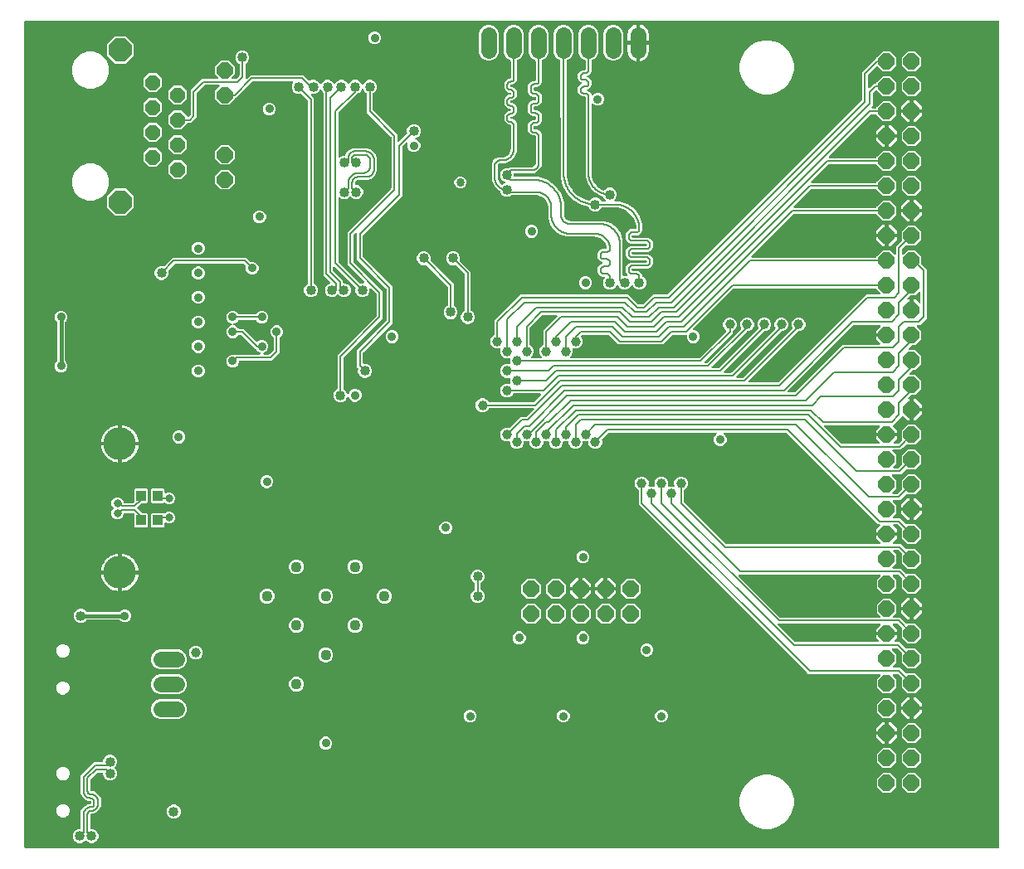
<source format=gbr>
G04 EAGLE Gerber RS-274X export*
G75*
%MOMM*%
%FSLAX34Y34*%
%LPD*%
%INBottom Copper*%
%IPPOS*%
%AMOC8*
5,1,8,0,0,1.08239X$1,22.5*%
G01*
%ADD10C,3.327400*%
%ADD11P,2.549028X8X292.500000*%
%ADD12P,1.633976X8X292.500000*%
%ADD13P,1.742215X8X292.500000*%
%ADD14C,1.625600*%
%ADD15P,1.759533X8X202.500000*%
%ADD16P,1.759533X8X292.500000*%
%ADD17R,1.000000X1.100000*%
%ADD18C,1.016000*%
%ADD19C,0.200000*%
%ADD20C,0.908000*%
%ADD21C,0.808000*%
%ADD22C,1.000000*%
%ADD23C,0.400000*%
%ADD24C,1.108000*%
%ADD25C,0.858000*%

G36*
X996524Y2550D02*
X996524Y2550D01*
X996588Y2549D01*
X996663Y2570D01*
X996739Y2581D01*
X996798Y2607D01*
X996860Y2624D01*
X996926Y2665D01*
X996996Y2697D01*
X997045Y2739D01*
X997100Y2772D01*
X997152Y2830D01*
X997210Y2880D01*
X997246Y2934D01*
X997289Y2982D01*
X997322Y3051D01*
X997365Y3116D01*
X997384Y3178D01*
X997412Y3235D01*
X997423Y3305D01*
X997447Y3386D01*
X997448Y3471D01*
X997459Y3540D01*
X997459Y846460D01*
X997450Y846524D01*
X997451Y846588D01*
X997430Y846663D01*
X997419Y846739D01*
X997393Y846798D01*
X997376Y846860D01*
X997335Y846926D01*
X997303Y846996D01*
X997261Y847045D01*
X997228Y847100D01*
X997170Y847152D01*
X997120Y847210D01*
X997066Y847246D01*
X997018Y847289D01*
X996949Y847322D01*
X996884Y847365D01*
X996822Y847384D01*
X996765Y847412D01*
X996695Y847423D01*
X996614Y847447D01*
X996529Y847448D01*
X996460Y847459D01*
X3540Y847459D01*
X3476Y847450D01*
X3412Y847451D01*
X3337Y847430D01*
X3261Y847419D01*
X3202Y847393D01*
X3140Y847376D01*
X3074Y847335D01*
X3004Y847303D01*
X2955Y847261D01*
X2900Y847228D01*
X2848Y847170D01*
X2790Y847120D01*
X2754Y847066D01*
X2711Y847018D01*
X2678Y846949D01*
X2635Y846884D01*
X2616Y846822D01*
X2588Y846765D01*
X2577Y846695D01*
X2553Y846614D01*
X2552Y846529D01*
X2541Y846460D01*
X2541Y3540D01*
X2550Y3476D01*
X2549Y3412D01*
X2570Y3337D01*
X2581Y3261D01*
X2607Y3202D01*
X2624Y3140D01*
X2665Y3074D01*
X2697Y3004D01*
X2739Y2955D01*
X2772Y2900D01*
X2830Y2848D01*
X2880Y2790D01*
X2934Y2754D01*
X2982Y2711D01*
X3051Y2678D01*
X3116Y2635D01*
X3178Y2616D01*
X3235Y2588D01*
X3305Y2577D01*
X3386Y2553D01*
X3471Y2552D01*
X3540Y2541D01*
X996460Y2541D01*
X996524Y2550D01*
G37*
%LPC*%
G36*
X878105Y160871D02*
X878105Y160871D01*
X872171Y166805D01*
X872171Y175195D01*
X876019Y179043D01*
X876039Y179069D01*
X876063Y179090D01*
X876123Y179182D01*
X876189Y179269D01*
X876200Y179299D01*
X876218Y179326D01*
X876250Y179431D01*
X876288Y179533D01*
X876291Y179565D01*
X876300Y179596D01*
X876301Y179705D01*
X876310Y179814D01*
X876303Y179846D01*
X876304Y179878D01*
X876275Y179983D01*
X876252Y180090D01*
X876237Y180119D01*
X876229Y180150D01*
X876171Y180243D01*
X876120Y180339D01*
X876097Y180362D01*
X876080Y180390D01*
X875999Y180463D01*
X875923Y180541D01*
X875895Y180557D01*
X875871Y180579D01*
X875773Y180626D01*
X875678Y180680D01*
X875646Y180688D01*
X875617Y180702D01*
X875528Y180716D01*
X875403Y180745D01*
X875355Y180743D01*
X875313Y180749D01*
X802507Y180749D01*
X629499Y353757D01*
X629499Y367998D01*
X629498Y368007D01*
X629499Y368017D01*
X629478Y368146D01*
X629459Y368277D01*
X629456Y368286D01*
X629454Y368295D01*
X629397Y368414D01*
X629343Y368534D01*
X629337Y368541D01*
X629333Y368550D01*
X629245Y368648D01*
X629160Y368748D01*
X629152Y368753D01*
X629146Y368760D01*
X629080Y368800D01*
X628924Y368903D01*
X628901Y368910D01*
X628882Y368921D01*
X628534Y369065D01*
X626565Y371034D01*
X625499Y373607D01*
X625499Y376393D01*
X626565Y378966D01*
X628534Y380935D01*
X631107Y382001D01*
X633893Y382001D01*
X636466Y380935D01*
X638435Y378966D01*
X639501Y376393D01*
X639501Y373607D01*
X639288Y373093D01*
X639280Y373062D01*
X639265Y373033D01*
X639245Y372926D01*
X639218Y372820D01*
X639219Y372788D01*
X639213Y372756D01*
X639223Y372647D01*
X639227Y372538D01*
X639237Y372508D01*
X639240Y372476D01*
X639280Y372374D01*
X639314Y372270D01*
X639332Y372244D01*
X639344Y372214D01*
X639411Y372127D01*
X639473Y372037D01*
X639498Y372017D01*
X639518Y371991D01*
X639606Y371927D01*
X639691Y371858D01*
X639720Y371845D01*
X639747Y371826D01*
X639849Y371790D01*
X639950Y371746D01*
X639982Y371742D01*
X640012Y371732D01*
X640121Y371725D01*
X640230Y371712D01*
X640262Y371717D01*
X640294Y371715D01*
X640382Y371736D01*
X640508Y371757D01*
X640552Y371778D01*
X640593Y371788D01*
X641107Y372001D01*
X643893Y372001D01*
X644407Y371788D01*
X644438Y371780D01*
X644467Y371765D01*
X644574Y371745D01*
X644680Y371718D01*
X644712Y371719D01*
X644744Y371713D01*
X644853Y371723D01*
X644962Y371727D01*
X644992Y371737D01*
X645024Y371740D01*
X645126Y371780D01*
X645230Y371814D01*
X645256Y371832D01*
X645286Y371844D01*
X645373Y371911D01*
X645463Y371973D01*
X645483Y371998D01*
X645509Y372018D01*
X645573Y372106D01*
X645642Y372191D01*
X645655Y372220D01*
X645674Y372247D01*
X645710Y372349D01*
X645754Y372450D01*
X645758Y372482D01*
X645768Y372512D01*
X645775Y372621D01*
X645788Y372730D01*
X645783Y372762D01*
X645785Y372794D01*
X645764Y372882D01*
X645743Y373008D01*
X645722Y373052D01*
X645712Y373093D01*
X645499Y373607D01*
X645499Y376393D01*
X646565Y378966D01*
X648534Y380935D01*
X651107Y382001D01*
X653893Y382001D01*
X656466Y380935D01*
X658435Y378966D01*
X659501Y376393D01*
X659501Y373607D01*
X659288Y373093D01*
X659280Y373062D01*
X659265Y373033D01*
X659245Y372926D01*
X659218Y372820D01*
X659219Y372788D01*
X659213Y372756D01*
X659223Y372647D01*
X659227Y372538D01*
X659237Y372508D01*
X659240Y372476D01*
X659280Y372374D01*
X659314Y372270D01*
X659332Y372244D01*
X659344Y372214D01*
X659411Y372127D01*
X659473Y372037D01*
X659498Y372017D01*
X659518Y371991D01*
X659606Y371927D01*
X659691Y371858D01*
X659720Y371845D01*
X659747Y371826D01*
X659849Y371790D01*
X659950Y371746D01*
X659982Y371742D01*
X660012Y371732D01*
X660121Y371725D01*
X660230Y371712D01*
X660262Y371717D01*
X660294Y371715D01*
X660382Y371736D01*
X660508Y371757D01*
X660552Y371778D01*
X660593Y371788D01*
X661107Y372001D01*
X663893Y372001D01*
X664407Y371788D01*
X664438Y371780D01*
X664467Y371765D01*
X664574Y371745D01*
X664680Y371718D01*
X664712Y371719D01*
X664744Y371713D01*
X664853Y371723D01*
X664962Y371727D01*
X664992Y371737D01*
X665024Y371740D01*
X665126Y371780D01*
X665230Y371814D01*
X665256Y371832D01*
X665286Y371844D01*
X665373Y371911D01*
X665463Y371973D01*
X665483Y371998D01*
X665509Y372018D01*
X665573Y372106D01*
X665642Y372191D01*
X665655Y372220D01*
X665674Y372247D01*
X665710Y372349D01*
X665754Y372450D01*
X665758Y372482D01*
X665768Y372512D01*
X665775Y372621D01*
X665788Y372730D01*
X665783Y372762D01*
X665785Y372794D01*
X665764Y372882D01*
X665743Y373008D01*
X665722Y373052D01*
X665712Y373093D01*
X665499Y373607D01*
X665499Y376393D01*
X666565Y378966D01*
X668534Y380935D01*
X671107Y382001D01*
X673893Y382001D01*
X676466Y380935D01*
X678435Y378966D01*
X679501Y376393D01*
X679501Y373607D01*
X678435Y371034D01*
X676466Y369065D01*
X676118Y368921D01*
X676109Y368916D01*
X676100Y368914D01*
X675988Y368844D01*
X675875Y368777D01*
X675868Y368770D01*
X675860Y368765D01*
X675772Y368667D01*
X675682Y368572D01*
X675678Y368563D01*
X675671Y368556D01*
X675614Y368437D01*
X675554Y368320D01*
X675552Y368311D01*
X675548Y368302D01*
X675536Y368226D01*
X675502Y368043D01*
X675504Y368019D01*
X675501Y367998D01*
X675501Y356657D01*
X675514Y356562D01*
X675519Y356466D01*
X675534Y356423D01*
X675541Y356378D01*
X675580Y356290D01*
X675612Y356199D01*
X675637Y356165D01*
X675657Y356121D01*
X675740Y356023D01*
X675793Y355950D01*
X718450Y313293D01*
X718527Y313236D01*
X718598Y313171D01*
X718639Y313151D01*
X718676Y313124D01*
X718766Y313090D01*
X718852Y313048D01*
X718894Y313042D01*
X718940Y313025D01*
X719067Y313015D01*
X719157Y313001D01*
X875199Y313001D01*
X875231Y313005D01*
X875263Y313003D01*
X875370Y313025D01*
X875478Y313041D01*
X875508Y313054D01*
X875539Y313060D01*
X875636Y313112D01*
X875735Y313157D01*
X875760Y313178D01*
X875788Y313193D01*
X875866Y313269D01*
X875949Y313340D01*
X875967Y313367D01*
X875990Y313390D01*
X876044Y313485D01*
X876104Y313576D01*
X876113Y313607D01*
X876129Y313635D01*
X876154Y313742D01*
X876186Y313846D01*
X876187Y313878D01*
X876194Y313909D01*
X876189Y314019D01*
X876190Y314128D01*
X876182Y314159D01*
X876180Y314191D01*
X876144Y314294D01*
X876115Y314400D01*
X876098Y314427D01*
X876087Y314458D01*
X876034Y314531D01*
X875967Y314640D01*
X875931Y314672D01*
X875906Y314707D01*
X871631Y318981D01*
X871631Y321401D01*
X881300Y321401D01*
X881363Y321410D01*
X881428Y321409D01*
X881502Y321430D01*
X881579Y321441D01*
X881638Y321467D01*
X881700Y321484D01*
X881766Y321525D01*
X881836Y321557D01*
X881885Y321599D01*
X881940Y321632D01*
X881991Y321690D01*
X882050Y321740D01*
X882086Y321794D01*
X882129Y321842D01*
X882162Y321911D01*
X882205Y321976D01*
X882224Y322038D01*
X882252Y322095D01*
X882262Y322165D01*
X882287Y322246D01*
X882288Y322331D01*
X882299Y322400D01*
X882299Y324400D01*
X882290Y324464D01*
X882291Y324528D01*
X882270Y324603D01*
X882259Y324679D01*
X882233Y324738D01*
X882216Y324800D01*
X882175Y324866D01*
X882143Y324936D01*
X882101Y324985D01*
X882068Y325040D01*
X882010Y325092D01*
X881960Y325150D01*
X881906Y325186D01*
X881858Y325229D01*
X881789Y325262D01*
X881724Y325305D01*
X881662Y325324D01*
X881604Y325352D01*
X881535Y325362D01*
X881454Y325387D01*
X881369Y325388D01*
X881300Y325399D01*
X871631Y325399D01*
X871631Y327819D01*
X875356Y331543D01*
X875375Y331569D01*
X875399Y331590D01*
X875459Y331682D01*
X875525Y331769D01*
X875536Y331799D01*
X875554Y331826D01*
X875586Y331931D01*
X875624Y332033D01*
X875627Y332065D01*
X875636Y332096D01*
X875638Y332205D01*
X875646Y332314D01*
X875640Y332346D01*
X875640Y332378D01*
X875611Y332483D01*
X875589Y332590D01*
X875574Y332619D01*
X875565Y332650D01*
X875507Y332743D01*
X875456Y332839D01*
X875434Y332862D01*
X875417Y332890D01*
X875336Y332963D01*
X875259Y333041D01*
X875231Y333057D01*
X875207Y333079D01*
X875109Y333126D01*
X875014Y333180D01*
X874983Y333188D01*
X874954Y333202D01*
X874864Y333216D01*
X874740Y333245D01*
X874691Y333243D01*
X874649Y333249D01*
X873757Y333249D01*
X780300Y426707D01*
X780223Y426764D01*
X780152Y426829D01*
X780111Y426849D01*
X780074Y426876D01*
X779984Y426910D01*
X779898Y426952D01*
X779856Y426958D01*
X779810Y426975D01*
X779683Y426985D01*
X779593Y426999D01*
X717163Y426999D01*
X717131Y426995D01*
X717099Y426997D01*
X716992Y426975D01*
X716884Y426959D01*
X716855Y426946D01*
X716823Y426940D01*
X716727Y426888D01*
X716627Y426843D01*
X716602Y426822D01*
X716574Y426807D01*
X716496Y426731D01*
X716413Y426660D01*
X716395Y426633D01*
X716372Y426610D01*
X716318Y426515D01*
X716258Y426424D01*
X716249Y426393D01*
X716233Y426365D01*
X716208Y426259D01*
X716176Y426154D01*
X716175Y426122D01*
X716168Y426091D01*
X716174Y425981D01*
X716172Y425872D01*
X716181Y425841D01*
X716182Y425809D01*
X716218Y425706D01*
X716247Y425600D01*
X716264Y425573D01*
X716275Y425542D01*
X716328Y425469D01*
X716395Y425360D01*
X716431Y425328D01*
X716457Y425293D01*
X718045Y423705D01*
X719041Y421301D01*
X719041Y418699D01*
X718045Y416295D01*
X716205Y414455D01*
X713801Y413459D01*
X711199Y413459D01*
X708795Y414455D01*
X706955Y416295D01*
X705959Y418699D01*
X705959Y421301D01*
X706955Y423705D01*
X708543Y425293D01*
X708563Y425319D01*
X708587Y425340D01*
X708647Y425432D01*
X708713Y425519D01*
X708724Y425549D01*
X708742Y425576D01*
X708774Y425681D01*
X708812Y425783D01*
X708815Y425815D01*
X708824Y425846D01*
X708826Y425955D01*
X708834Y426064D01*
X708827Y426096D01*
X708828Y426128D01*
X708799Y426233D01*
X708776Y426340D01*
X708761Y426369D01*
X708753Y426400D01*
X708695Y426493D01*
X708644Y426589D01*
X708622Y426612D01*
X708605Y426640D01*
X708523Y426713D01*
X708447Y426791D01*
X708419Y426807D01*
X708395Y426829D01*
X708297Y426876D01*
X708202Y426930D01*
X708170Y426938D01*
X708141Y426952D01*
X708052Y426966D01*
X707927Y426995D01*
X707879Y426993D01*
X707837Y426999D01*
X599157Y426999D01*
X599062Y426986D01*
X598966Y426981D01*
X598923Y426966D01*
X598878Y426959D01*
X598790Y426920D01*
X598699Y426888D01*
X598665Y426863D01*
X598621Y426843D01*
X598523Y426760D01*
X598450Y426707D01*
X592073Y420329D01*
X592068Y420322D01*
X592060Y420316D01*
X591983Y420209D01*
X591904Y420104D01*
X591901Y420095D01*
X591895Y420087D01*
X591851Y419964D01*
X591804Y419840D01*
X591804Y419831D01*
X591800Y419822D01*
X591793Y419690D01*
X591783Y419559D01*
X591785Y419550D01*
X591784Y419540D01*
X591802Y419465D01*
X591840Y419283D01*
X591851Y419262D01*
X591857Y419241D01*
X592001Y418893D01*
X592001Y416107D01*
X590935Y413534D01*
X588966Y411565D01*
X586393Y410499D01*
X583607Y410499D01*
X581034Y411565D01*
X579065Y413534D01*
X577999Y416107D01*
X577999Y417169D01*
X577983Y417286D01*
X577971Y417405D01*
X577963Y417426D01*
X577959Y417449D01*
X577911Y417556D01*
X577867Y417667D01*
X577853Y417685D01*
X577843Y417705D01*
X577766Y417795D01*
X577693Y417889D01*
X577675Y417902D01*
X577660Y417920D01*
X577561Y417985D01*
X577464Y418054D01*
X577443Y418062D01*
X577424Y418074D01*
X577311Y418109D01*
X577199Y418149D01*
X577176Y418150D01*
X577154Y418157D01*
X577036Y418158D01*
X576917Y418165D01*
X576896Y418160D01*
X576872Y418160D01*
X576693Y418111D01*
X576618Y418093D01*
X576392Y417999D01*
X573608Y417999D01*
X573382Y418093D01*
X573267Y418122D01*
X573154Y418157D01*
X573131Y418157D01*
X573109Y418163D01*
X572991Y418159D01*
X572872Y418160D01*
X572850Y418154D01*
X572827Y418154D01*
X572715Y418117D01*
X572600Y418085D01*
X572581Y418073D01*
X572559Y418066D01*
X572461Y417999D01*
X572360Y417937D01*
X572345Y417920D01*
X572326Y417907D01*
X572251Y417816D01*
X572171Y417728D01*
X572161Y417707D01*
X572147Y417690D01*
X572100Y417581D01*
X572048Y417474D01*
X572045Y417453D01*
X572035Y417430D01*
X572013Y417246D01*
X572001Y417169D01*
X572001Y416107D01*
X570935Y413534D01*
X568966Y411565D01*
X566393Y410499D01*
X563607Y410499D01*
X561034Y411565D01*
X559065Y413534D01*
X557999Y416107D01*
X557999Y417169D01*
X557983Y417286D01*
X557971Y417405D01*
X557963Y417426D01*
X557959Y417449D01*
X557911Y417556D01*
X557867Y417667D01*
X557853Y417685D01*
X557843Y417705D01*
X557766Y417795D01*
X557693Y417889D01*
X557675Y417902D01*
X557660Y417920D01*
X557561Y417985D01*
X557464Y418054D01*
X557443Y418062D01*
X557424Y418074D01*
X557311Y418109D01*
X557199Y418149D01*
X557176Y418150D01*
X557154Y418157D01*
X557036Y418158D01*
X556917Y418165D01*
X556896Y418160D01*
X556872Y418160D01*
X556693Y418111D01*
X556618Y418093D01*
X556392Y417999D01*
X553608Y417999D01*
X553382Y418093D01*
X553267Y418122D01*
X553154Y418157D01*
X553131Y418157D01*
X553109Y418163D01*
X552991Y418159D01*
X552872Y418160D01*
X552850Y418154D01*
X552827Y418154D01*
X552715Y418117D01*
X552600Y418085D01*
X552581Y418073D01*
X552559Y418066D01*
X552461Y417999D01*
X552360Y417937D01*
X552345Y417920D01*
X552326Y417907D01*
X552251Y417816D01*
X552171Y417728D01*
X552161Y417707D01*
X552147Y417690D01*
X552100Y417581D01*
X552048Y417474D01*
X552045Y417453D01*
X552035Y417430D01*
X552013Y417246D01*
X552001Y417169D01*
X552001Y416107D01*
X550935Y413534D01*
X548966Y411565D01*
X546393Y410499D01*
X543607Y410499D01*
X541034Y411565D01*
X539065Y413534D01*
X537999Y416107D01*
X537999Y417169D01*
X537983Y417286D01*
X537971Y417405D01*
X537963Y417426D01*
X537959Y417449D01*
X537911Y417556D01*
X537867Y417667D01*
X537853Y417685D01*
X537843Y417705D01*
X537766Y417795D01*
X537693Y417889D01*
X537675Y417902D01*
X537660Y417920D01*
X537561Y417985D01*
X537464Y418054D01*
X537443Y418062D01*
X537424Y418074D01*
X537311Y418109D01*
X537199Y418149D01*
X537176Y418150D01*
X537154Y418157D01*
X537036Y418158D01*
X536917Y418165D01*
X536896Y418160D01*
X536872Y418160D01*
X536693Y418111D01*
X536618Y418093D01*
X536392Y417999D01*
X533608Y417999D01*
X533382Y418093D01*
X533267Y418122D01*
X533154Y418157D01*
X533131Y418157D01*
X533109Y418163D01*
X532991Y418159D01*
X532872Y418160D01*
X532850Y418154D01*
X532827Y418154D01*
X532715Y418117D01*
X532600Y418085D01*
X532581Y418073D01*
X532559Y418066D01*
X532461Y417999D01*
X532360Y417937D01*
X532345Y417920D01*
X532326Y417907D01*
X532251Y417816D01*
X532171Y417728D01*
X532161Y417707D01*
X532147Y417690D01*
X532100Y417581D01*
X532048Y417474D01*
X532045Y417453D01*
X532035Y417430D01*
X532013Y417246D01*
X532001Y417169D01*
X532001Y416107D01*
X530935Y413534D01*
X528966Y411565D01*
X526393Y410499D01*
X523607Y410499D01*
X521034Y411565D01*
X519065Y413534D01*
X517999Y416107D01*
X517999Y417169D01*
X517983Y417286D01*
X517971Y417405D01*
X517963Y417426D01*
X517959Y417449D01*
X517911Y417556D01*
X517867Y417667D01*
X517853Y417685D01*
X517843Y417705D01*
X517766Y417795D01*
X517693Y417889D01*
X517675Y417902D01*
X517660Y417920D01*
X517561Y417985D01*
X517464Y418054D01*
X517443Y418062D01*
X517424Y418074D01*
X517311Y418109D01*
X517199Y418149D01*
X517176Y418150D01*
X517154Y418157D01*
X517036Y418158D01*
X516917Y418165D01*
X516896Y418160D01*
X516872Y418160D01*
X516693Y418111D01*
X516618Y418093D01*
X516392Y417999D01*
X513608Y417999D01*
X513382Y418093D01*
X513267Y418122D01*
X513154Y418157D01*
X513131Y418157D01*
X513109Y418163D01*
X512991Y418159D01*
X512872Y418160D01*
X512850Y418154D01*
X512827Y418154D01*
X512715Y418117D01*
X512600Y418085D01*
X512581Y418073D01*
X512559Y418066D01*
X512461Y417999D01*
X512360Y417937D01*
X512345Y417920D01*
X512326Y417907D01*
X512251Y417816D01*
X512171Y417728D01*
X512161Y417707D01*
X512147Y417690D01*
X512100Y417581D01*
X512048Y417474D01*
X512045Y417453D01*
X512035Y417430D01*
X512013Y417246D01*
X512001Y417169D01*
X512001Y416107D01*
X510935Y413534D01*
X508966Y411565D01*
X506393Y410499D01*
X503607Y410499D01*
X501034Y411565D01*
X499065Y413534D01*
X497999Y416107D01*
X497999Y417169D01*
X497983Y417286D01*
X497971Y417405D01*
X497963Y417426D01*
X497959Y417449D01*
X497911Y417556D01*
X497867Y417667D01*
X497853Y417685D01*
X497843Y417705D01*
X497766Y417795D01*
X497693Y417889D01*
X497675Y417902D01*
X497660Y417920D01*
X497561Y417985D01*
X497464Y418054D01*
X497443Y418062D01*
X497424Y418074D01*
X497311Y418109D01*
X497199Y418149D01*
X497176Y418150D01*
X497154Y418157D01*
X497036Y418158D01*
X496917Y418165D01*
X496896Y418160D01*
X496872Y418160D01*
X496693Y418111D01*
X496618Y418093D01*
X496392Y417999D01*
X493607Y417999D01*
X491034Y419065D01*
X489065Y421034D01*
X487999Y423607D01*
X487999Y426393D01*
X489065Y428966D01*
X491034Y430935D01*
X493607Y432001D01*
X496393Y432001D01*
X496741Y431857D01*
X496750Y431854D01*
X496758Y431850D01*
X496887Y431819D01*
X497014Y431787D01*
X497023Y431787D01*
X497032Y431785D01*
X497165Y431791D01*
X497296Y431796D01*
X497305Y431798D01*
X497314Y431799D01*
X497439Y431842D01*
X497564Y431883D01*
X497572Y431888D01*
X497581Y431891D01*
X497643Y431937D01*
X497797Y432042D01*
X497812Y432061D01*
X497829Y432073D01*
X508757Y443001D01*
X514593Y443001D01*
X514688Y443014D01*
X514784Y443019D01*
X514827Y443034D01*
X514872Y443041D01*
X514960Y443080D01*
X515051Y443112D01*
X515085Y443137D01*
X515129Y443157D01*
X515227Y443240D01*
X515300Y443293D01*
X522300Y450293D01*
X522319Y450319D01*
X522344Y450340D01*
X522404Y450432D01*
X522469Y450519D01*
X522480Y450549D01*
X522498Y450576D01*
X522530Y450681D01*
X522569Y450783D01*
X522571Y450815D01*
X522580Y450846D01*
X522582Y450955D01*
X522590Y451064D01*
X522584Y451096D01*
X522584Y451128D01*
X522555Y451233D01*
X522533Y451340D01*
X522518Y451369D01*
X522509Y451400D01*
X522452Y451493D01*
X522400Y451589D01*
X522378Y451612D01*
X522361Y451640D01*
X522280Y451713D01*
X522204Y451791D01*
X522176Y451807D01*
X522152Y451829D01*
X522053Y451876D01*
X521958Y451930D01*
X521927Y451938D01*
X521898Y451952D01*
X521809Y451966D01*
X521684Y451995D01*
X521635Y451993D01*
X521593Y451999D01*
X477002Y451999D01*
X476993Y451998D01*
X476983Y451999D01*
X476854Y451978D01*
X476723Y451959D01*
X476714Y451956D01*
X476705Y451954D01*
X476586Y451897D01*
X476466Y451843D01*
X476459Y451837D01*
X476450Y451833D01*
X476352Y451745D01*
X476252Y451660D01*
X476247Y451652D01*
X476240Y451646D01*
X476200Y451580D01*
X476097Y451424D01*
X476090Y451401D01*
X476079Y451382D01*
X475935Y451034D01*
X473966Y449065D01*
X471393Y447999D01*
X468607Y447999D01*
X466034Y449065D01*
X464065Y451034D01*
X462999Y453607D01*
X462999Y456393D01*
X464065Y458966D01*
X466034Y460935D01*
X468607Y462001D01*
X471393Y462001D01*
X473966Y460935D01*
X475935Y458966D01*
X476079Y458618D01*
X476084Y458609D01*
X476086Y458600D01*
X476156Y458488D01*
X476223Y458375D01*
X476230Y458368D01*
X476235Y458360D01*
X476333Y458272D01*
X476428Y458182D01*
X476437Y458178D01*
X476444Y458171D01*
X476563Y458114D01*
X476680Y458054D01*
X476689Y458052D01*
X476698Y458048D01*
X476774Y458036D01*
X476957Y458002D01*
X476981Y458004D01*
X477002Y458001D01*
X522093Y458001D01*
X522188Y458014D01*
X522284Y458019D01*
X522327Y458034D01*
X522372Y458041D01*
X522460Y458080D01*
X522551Y458112D01*
X522585Y458137D01*
X522629Y458157D01*
X522727Y458240D01*
X522800Y458293D01*
X529800Y465293D01*
X529819Y465319D01*
X529844Y465340D01*
X529904Y465432D01*
X529969Y465519D01*
X529980Y465549D01*
X529998Y465576D01*
X530030Y465681D01*
X530069Y465783D01*
X530071Y465815D01*
X530080Y465846D01*
X530082Y465955D01*
X530090Y466064D01*
X530084Y466096D01*
X530084Y466128D01*
X530055Y466233D01*
X530033Y466340D01*
X530018Y466369D01*
X530009Y466400D01*
X529952Y466493D01*
X529900Y466589D01*
X529878Y466612D01*
X529861Y466640D01*
X529780Y466713D01*
X529704Y466791D01*
X529676Y466807D01*
X529652Y466829D01*
X529553Y466876D01*
X529458Y466930D01*
X529427Y466938D01*
X529398Y466952D01*
X529309Y466966D01*
X529184Y466995D01*
X529135Y466993D01*
X529093Y466999D01*
X502002Y466999D01*
X501993Y466998D01*
X501983Y466999D01*
X501854Y466978D01*
X501723Y466959D01*
X501714Y466956D01*
X501705Y466954D01*
X501586Y466897D01*
X501466Y466843D01*
X501459Y466837D01*
X501450Y466833D01*
X501352Y466745D01*
X501252Y466660D01*
X501247Y466652D01*
X501240Y466646D01*
X501200Y466580D01*
X501097Y466424D01*
X501090Y466401D01*
X501079Y466382D01*
X500935Y466034D01*
X498966Y464065D01*
X496393Y462999D01*
X493607Y462999D01*
X491034Y464065D01*
X489065Y466034D01*
X487999Y468607D01*
X487999Y471393D01*
X489065Y473966D01*
X491034Y475935D01*
X493607Y477001D01*
X496393Y477001D01*
X496907Y476788D01*
X496938Y476780D01*
X496967Y476765D01*
X497074Y476745D01*
X497180Y476718D01*
X497212Y476719D01*
X497244Y476713D01*
X497353Y476723D01*
X497462Y476727D01*
X497492Y476737D01*
X497524Y476740D01*
X497626Y476780D01*
X497730Y476814D01*
X497756Y476832D01*
X497786Y476844D01*
X497873Y476911D01*
X497963Y476973D01*
X497983Y476998D01*
X498009Y477018D01*
X498073Y477106D01*
X498142Y477191D01*
X498155Y477220D01*
X498174Y477247D01*
X498210Y477349D01*
X498254Y477450D01*
X498258Y477482D01*
X498268Y477512D01*
X498275Y477621D01*
X498288Y477730D01*
X498283Y477762D01*
X498285Y477794D01*
X498264Y477882D01*
X498243Y478008D01*
X498222Y478052D01*
X498212Y478093D01*
X497999Y478607D01*
X497999Y481393D01*
X498212Y481907D01*
X498220Y481938D01*
X498235Y481967D01*
X498255Y482074D01*
X498282Y482180D01*
X498281Y482212D01*
X498287Y482244D01*
X498277Y482353D01*
X498273Y482462D01*
X498263Y482492D01*
X498260Y482524D01*
X498220Y482626D01*
X498186Y482730D01*
X498168Y482756D01*
X498156Y482786D01*
X498089Y482873D01*
X498027Y482963D01*
X498002Y482983D01*
X497982Y483009D01*
X497894Y483073D01*
X497809Y483142D01*
X497780Y483155D01*
X497753Y483174D01*
X497651Y483210D01*
X497550Y483254D01*
X497518Y483258D01*
X497488Y483268D01*
X497379Y483275D01*
X497270Y483288D01*
X497238Y483283D01*
X497206Y483285D01*
X497118Y483264D01*
X496992Y483243D01*
X496948Y483222D01*
X496907Y483212D01*
X496393Y482999D01*
X493607Y482999D01*
X491034Y484065D01*
X489065Y486034D01*
X487999Y488607D01*
X487999Y491393D01*
X489065Y493966D01*
X491034Y495935D01*
X493607Y497001D01*
X496393Y497001D01*
X496907Y496788D01*
X496938Y496780D01*
X496967Y496765D01*
X497074Y496745D01*
X497180Y496718D01*
X497212Y496719D01*
X497244Y496713D01*
X497353Y496723D01*
X497462Y496727D01*
X497492Y496737D01*
X497524Y496740D01*
X497626Y496780D01*
X497730Y496814D01*
X497756Y496832D01*
X497786Y496844D01*
X497873Y496911D01*
X497963Y496973D01*
X497983Y496998D01*
X498009Y497018D01*
X498073Y497106D01*
X498142Y497191D01*
X498155Y497220D01*
X498174Y497247D01*
X498210Y497349D01*
X498254Y497450D01*
X498258Y497482D01*
X498268Y497512D01*
X498275Y497621D01*
X498288Y497730D01*
X498283Y497762D01*
X498285Y497794D01*
X498264Y497882D01*
X498243Y498008D01*
X498222Y498052D01*
X498212Y498093D01*
X497999Y498607D01*
X497999Y501393D01*
X498212Y501907D01*
X498220Y501938D01*
X498235Y501967D01*
X498255Y502074D01*
X498282Y502180D01*
X498281Y502212D01*
X498287Y502244D01*
X498277Y502353D01*
X498273Y502462D01*
X498263Y502492D01*
X498260Y502524D01*
X498220Y502626D01*
X498186Y502730D01*
X498168Y502756D01*
X498156Y502786D01*
X498089Y502873D01*
X498027Y502963D01*
X498002Y502983D01*
X497982Y503009D01*
X497894Y503073D01*
X497809Y503142D01*
X497780Y503155D01*
X497753Y503174D01*
X497651Y503210D01*
X497550Y503254D01*
X497518Y503258D01*
X497488Y503268D01*
X497379Y503275D01*
X497270Y503288D01*
X497238Y503283D01*
X497206Y503285D01*
X497118Y503264D01*
X496992Y503243D01*
X496948Y503222D01*
X496907Y503212D01*
X496393Y502999D01*
X493607Y502999D01*
X491034Y504065D01*
X489065Y506034D01*
X487999Y508607D01*
X487999Y511393D01*
X488212Y511907D01*
X488220Y511938D01*
X488235Y511967D01*
X488255Y512074D01*
X488282Y512180D01*
X488281Y512212D01*
X488287Y512244D01*
X488277Y512353D01*
X488273Y512462D01*
X488263Y512492D01*
X488260Y512524D01*
X488220Y512626D01*
X488186Y512730D01*
X488168Y512756D01*
X488156Y512786D01*
X488089Y512873D01*
X488027Y512963D01*
X488002Y512983D01*
X487982Y513009D01*
X487894Y513073D01*
X487809Y513142D01*
X487780Y513155D01*
X487753Y513174D01*
X487651Y513210D01*
X487550Y513254D01*
X487518Y513258D01*
X487488Y513268D01*
X487379Y513275D01*
X487270Y513288D01*
X487238Y513283D01*
X487206Y513285D01*
X487118Y513264D01*
X486992Y513243D01*
X486948Y513222D01*
X486907Y513212D01*
X486393Y512999D01*
X483607Y512999D01*
X481034Y514065D01*
X479065Y516034D01*
X477999Y518607D01*
X477999Y521393D01*
X479065Y523966D01*
X481034Y525935D01*
X481382Y526079D01*
X481391Y526084D01*
X481400Y526086D01*
X481512Y526156D01*
X481625Y526223D01*
X481632Y526230D01*
X481640Y526235D01*
X481728Y526333D01*
X481818Y526428D01*
X481822Y526437D01*
X481829Y526444D01*
X481886Y526563D01*
X481946Y526680D01*
X481948Y526689D01*
X481952Y526698D01*
X481964Y526774D01*
X481998Y526957D01*
X481996Y526981D01*
X481999Y527002D01*
X481999Y541243D01*
X508757Y568001D01*
X618743Y568001D01*
X628450Y558293D01*
X628527Y558236D01*
X628598Y558171D01*
X628639Y558151D01*
X628676Y558124D01*
X628766Y558090D01*
X628852Y558048D01*
X628894Y558042D01*
X628940Y558025D01*
X629067Y558015D01*
X629157Y558001D01*
X633343Y558001D01*
X633438Y558014D01*
X633534Y558019D01*
X633577Y558034D01*
X633622Y558041D01*
X633710Y558080D01*
X633801Y558112D01*
X633835Y558137D01*
X633879Y558157D01*
X633977Y558240D01*
X634050Y558293D01*
X643757Y568001D01*
X658343Y568001D01*
X658438Y568014D01*
X658534Y568019D01*
X658577Y568034D01*
X658622Y568041D01*
X658710Y568080D01*
X658801Y568112D01*
X658835Y568137D01*
X658879Y568157D01*
X658977Y568240D01*
X659050Y568293D01*
X856707Y765950D01*
X856764Y766027D01*
X856829Y766098D01*
X856849Y766139D01*
X856876Y766176D01*
X856910Y766266D01*
X856952Y766352D01*
X856958Y766394D01*
X856975Y766440D01*
X856985Y766567D01*
X856999Y766657D01*
X856999Y794543D01*
X871528Y809072D01*
X871572Y809084D01*
X871638Y809125D01*
X871708Y809157D01*
X871757Y809199D01*
X871812Y809232D01*
X871864Y809290D01*
X871922Y809340D01*
X871958Y809394D01*
X872001Y809442D01*
X872034Y809511D01*
X872077Y809576D01*
X872096Y809638D01*
X872124Y809695D01*
X872135Y809765D01*
X872159Y809846D01*
X872160Y809931D01*
X872171Y810000D01*
X872171Y810195D01*
X878105Y816129D01*
X886495Y816129D01*
X892429Y810195D01*
X892429Y801805D01*
X886495Y795871D01*
X878105Y795871D01*
X873166Y800809D01*
X873115Y800848D01*
X873070Y800894D01*
X873003Y800932D01*
X872941Y800979D01*
X872881Y801001D01*
X872825Y801033D01*
X872749Y801051D01*
X872677Y801078D01*
X872613Y801083D01*
X872550Y801098D01*
X872473Y801094D01*
X872396Y801100D01*
X872333Y801087D01*
X872269Y801084D01*
X872195Y801058D01*
X872120Y801042D01*
X872063Y801012D01*
X872002Y800991D01*
X871945Y800950D01*
X871871Y800910D01*
X871810Y800851D01*
X871753Y800809D01*
X863293Y792350D01*
X863236Y792273D01*
X863171Y792202D01*
X863151Y792161D01*
X863124Y792124D01*
X863090Y792034D01*
X863048Y791948D01*
X863042Y791906D01*
X863025Y791860D01*
X863015Y791733D01*
X863001Y791643D01*
X863001Y779657D01*
X863005Y779625D01*
X863003Y779593D01*
X863025Y779486D01*
X863041Y779378D01*
X863054Y779348D01*
X863060Y779317D01*
X863112Y779220D01*
X863157Y779121D01*
X863178Y779096D01*
X863193Y779068D01*
X863269Y778989D01*
X863340Y778906D01*
X863367Y778889D01*
X863390Y778866D01*
X863485Y778812D01*
X863576Y778752D01*
X863607Y778742D01*
X863635Y778727D01*
X863742Y778701D01*
X863846Y778670D01*
X863878Y778669D01*
X863909Y778662D01*
X864019Y778667D01*
X864128Y778666D01*
X864159Y778674D01*
X864191Y778676D01*
X864294Y778712D01*
X864400Y778741D01*
X864427Y778758D01*
X864458Y778768D01*
X864531Y778822D01*
X864640Y778889D01*
X864672Y778925D01*
X864707Y778950D01*
X869357Y783601D01*
X871172Y783601D01*
X871236Y783610D01*
X871300Y783609D01*
X871375Y783630D01*
X871451Y783641D01*
X871510Y783667D01*
X871572Y783684D01*
X871638Y783725D01*
X871708Y783757D01*
X871757Y783799D01*
X871812Y783832D01*
X871864Y783890D01*
X871922Y783940D01*
X871958Y783994D01*
X872001Y784042D01*
X872034Y784111D01*
X872077Y784176D01*
X872096Y784238D01*
X872124Y784295D01*
X872135Y784365D01*
X872159Y784446D01*
X872160Y784531D01*
X872171Y784600D01*
X872171Y784795D01*
X878105Y790729D01*
X886495Y790729D01*
X892429Y784795D01*
X892429Y776405D01*
X886495Y770471D01*
X878105Y770471D01*
X872116Y776459D01*
X872065Y776498D01*
X872020Y776544D01*
X871953Y776582D01*
X871891Y776629D01*
X871831Y776651D01*
X871775Y776683D01*
X871699Y776701D01*
X871627Y776728D01*
X871563Y776733D01*
X871500Y776748D01*
X871423Y776744D01*
X871346Y776750D01*
X871283Y776737D01*
X871219Y776734D01*
X871145Y776708D01*
X871070Y776692D01*
X871013Y776662D01*
X870952Y776641D01*
X870895Y776600D01*
X870821Y776560D01*
X870760Y776501D01*
X870703Y776459D01*
X868293Y774050D01*
X868236Y773973D01*
X868171Y773902D01*
X868151Y773861D01*
X868124Y773824D01*
X868090Y773734D01*
X868048Y773648D01*
X868042Y773606D01*
X868025Y773560D01*
X868015Y773433D01*
X868001Y773343D01*
X868001Y761257D01*
X866650Y759907D01*
X866631Y759881D01*
X866606Y759860D01*
X866546Y759768D01*
X866481Y759681D01*
X866470Y759651D01*
X866452Y759624D01*
X866420Y759519D01*
X866381Y759417D01*
X866379Y759385D01*
X866370Y759354D01*
X866368Y759245D01*
X866360Y759136D01*
X866366Y759104D01*
X866366Y759072D01*
X866395Y758967D01*
X866417Y758860D01*
X866432Y758831D01*
X866441Y758800D01*
X866498Y758707D01*
X866550Y758611D01*
X866572Y758588D01*
X866589Y758560D01*
X866670Y758487D01*
X866746Y758409D01*
X866774Y758393D01*
X866798Y758371D01*
X866897Y758324D01*
X866992Y758270D01*
X867023Y758262D01*
X867052Y758248D01*
X867141Y758234D01*
X867266Y758205D01*
X867315Y758207D01*
X867357Y758201D01*
X871172Y758201D01*
X871236Y758210D01*
X871300Y758209D01*
X871375Y758230D01*
X871451Y758241D01*
X871510Y758267D01*
X871572Y758284D01*
X871638Y758325D01*
X871708Y758357D01*
X871757Y758399D01*
X871812Y758432D01*
X871864Y758490D01*
X871922Y758540D01*
X871958Y758594D01*
X872001Y758642D01*
X872034Y758711D01*
X872077Y758776D01*
X872096Y758838D01*
X872124Y758895D01*
X872135Y758965D01*
X872159Y759046D01*
X872160Y759131D01*
X872171Y759200D01*
X872171Y759395D01*
X878105Y765329D01*
X886495Y765329D01*
X892429Y759395D01*
X892429Y751005D01*
X886495Y745071D01*
X878105Y745071D01*
X872171Y751005D01*
X872171Y751200D01*
X872162Y751264D01*
X872163Y751328D01*
X872142Y751403D01*
X872131Y751479D01*
X872105Y751538D01*
X872088Y751600D01*
X872047Y751666D01*
X872015Y751736D01*
X871973Y751785D01*
X871940Y751840D01*
X871882Y751892D01*
X871832Y751950D01*
X871778Y751986D01*
X871730Y752029D01*
X871661Y752062D01*
X871596Y752105D01*
X871534Y752124D01*
X871477Y752152D01*
X871407Y752163D01*
X871326Y752187D01*
X871241Y752188D01*
X871172Y752199D01*
X866857Y752199D01*
X866762Y752186D01*
X866666Y752181D01*
X866623Y752166D01*
X866578Y752159D01*
X866490Y752120D01*
X866399Y752088D01*
X866365Y752063D01*
X866321Y752043D01*
X866223Y751960D01*
X866150Y751907D01*
X823350Y709107D01*
X823331Y709081D01*
X823306Y709060D01*
X823246Y708968D01*
X823181Y708881D01*
X823170Y708851D01*
X823152Y708824D01*
X823120Y708719D01*
X823081Y708617D01*
X823079Y708585D01*
X823070Y708554D01*
X823068Y708445D01*
X823060Y708336D01*
X823066Y708304D01*
X823066Y708272D01*
X823095Y708167D01*
X823117Y708060D01*
X823132Y708031D01*
X823141Y708000D01*
X823198Y707907D01*
X823250Y707811D01*
X823272Y707788D01*
X823289Y707760D01*
X823370Y707687D01*
X823446Y707609D01*
X823474Y707593D01*
X823498Y707571D01*
X823597Y707524D01*
X823692Y707470D01*
X823723Y707462D01*
X823752Y707448D01*
X823841Y707434D01*
X823966Y707405D01*
X824015Y707407D01*
X824057Y707401D01*
X871172Y707401D01*
X871236Y707410D01*
X871300Y707409D01*
X871375Y707430D01*
X871451Y707441D01*
X871510Y707467D01*
X871572Y707484D01*
X871638Y707525D01*
X871708Y707557D01*
X871757Y707599D01*
X871812Y707632D01*
X871864Y707690D01*
X871922Y707740D01*
X871958Y707794D01*
X872001Y707842D01*
X872034Y707911D01*
X872077Y707976D01*
X872096Y708038D01*
X872124Y708095D01*
X872135Y708165D01*
X872159Y708246D01*
X872160Y708331D01*
X872171Y708400D01*
X872171Y708595D01*
X878105Y714529D01*
X886495Y714529D01*
X892429Y708595D01*
X892429Y700205D01*
X886495Y694271D01*
X878105Y694271D01*
X872171Y700205D01*
X872171Y700400D01*
X872162Y700464D01*
X872163Y700528D01*
X872142Y700603D01*
X872131Y700679D01*
X872105Y700738D01*
X872088Y700800D01*
X872047Y700866D01*
X872015Y700936D01*
X871973Y700985D01*
X871940Y701040D01*
X871882Y701092D01*
X871832Y701150D01*
X871778Y701186D01*
X871730Y701229D01*
X871661Y701262D01*
X871596Y701305D01*
X871534Y701324D01*
X871477Y701352D01*
X871407Y701363D01*
X871326Y701387D01*
X871241Y701388D01*
X871172Y701399D01*
X823557Y701399D01*
X823462Y701386D01*
X823366Y701381D01*
X823323Y701366D01*
X823278Y701359D01*
X823190Y701320D01*
X823099Y701288D01*
X823065Y701263D01*
X823021Y701243D01*
X822923Y701160D01*
X822850Y701107D01*
X815150Y693407D01*
X805450Y683707D01*
X805440Y683693D01*
X805436Y683690D01*
X805430Y683680D01*
X805406Y683660D01*
X805346Y683568D01*
X805281Y683481D01*
X805270Y683451D01*
X805252Y683424D01*
X805220Y683319D01*
X805181Y683217D01*
X805179Y683185D01*
X805170Y683154D01*
X805168Y683045D01*
X805160Y682936D01*
X805166Y682904D01*
X805166Y682872D01*
X805195Y682767D01*
X805217Y682660D01*
X805232Y682631D01*
X805241Y682600D01*
X805298Y682507D01*
X805350Y682411D01*
X805372Y682388D01*
X805389Y682360D01*
X805470Y682287D01*
X805546Y682209D01*
X805574Y682193D01*
X805598Y682171D01*
X805697Y682124D01*
X805792Y682070D01*
X805823Y682062D01*
X805852Y682048D01*
X805941Y682034D01*
X806066Y682005D01*
X806115Y682007D01*
X806157Y682001D01*
X871172Y682001D01*
X871236Y682010D01*
X871300Y682009D01*
X871375Y682030D01*
X871451Y682041D01*
X871510Y682067D01*
X871572Y682084D01*
X871638Y682125D01*
X871708Y682157D01*
X871757Y682199D01*
X871812Y682232D01*
X871864Y682290D01*
X871922Y682340D01*
X871958Y682394D01*
X872001Y682442D01*
X872034Y682511D01*
X872077Y682576D01*
X872096Y682638D01*
X872124Y682695D01*
X872135Y682765D01*
X872159Y682846D01*
X872160Y682931D01*
X872171Y683000D01*
X872171Y683195D01*
X878105Y689129D01*
X886495Y689129D01*
X892429Y683195D01*
X892429Y674805D01*
X886495Y668871D01*
X878105Y668871D01*
X872171Y674805D01*
X872171Y675000D01*
X872162Y675064D01*
X872163Y675128D01*
X872142Y675203D01*
X872131Y675279D01*
X872105Y675338D01*
X872088Y675400D01*
X872047Y675466D01*
X872015Y675536D01*
X871973Y675585D01*
X871940Y675640D01*
X871882Y675692D01*
X871832Y675750D01*
X871778Y675786D01*
X871730Y675829D01*
X871661Y675862D01*
X871596Y675905D01*
X871534Y675924D01*
X871477Y675952D01*
X871407Y675963D01*
X871326Y675987D01*
X871241Y675988D01*
X871172Y675999D01*
X805657Y675999D01*
X805562Y675986D01*
X805466Y675981D01*
X805423Y675966D01*
X805378Y675959D01*
X805290Y675920D01*
X805199Y675888D01*
X805165Y675863D01*
X805121Y675843D01*
X805023Y675760D01*
X804950Y675707D01*
X787550Y658307D01*
X787531Y658281D01*
X787506Y658260D01*
X787446Y658168D01*
X787381Y658081D01*
X787370Y658051D01*
X787352Y658024D01*
X787320Y657919D01*
X787281Y657817D01*
X787279Y657785D01*
X787270Y657754D01*
X787268Y657645D01*
X787260Y657536D01*
X787266Y657504D01*
X787266Y657472D01*
X787295Y657367D01*
X787317Y657260D01*
X787332Y657231D01*
X787341Y657200D01*
X787398Y657107D01*
X787450Y657011D01*
X787472Y656988D01*
X787489Y656960D01*
X787570Y656887D01*
X787646Y656809D01*
X787674Y656793D01*
X787698Y656771D01*
X787797Y656724D01*
X787892Y656670D01*
X787923Y656662D01*
X787952Y656648D01*
X788041Y656634D01*
X788166Y656605D01*
X788215Y656607D01*
X788257Y656601D01*
X871172Y656601D01*
X871236Y656610D01*
X871300Y656609D01*
X871375Y656630D01*
X871451Y656641D01*
X871510Y656667D01*
X871572Y656684D01*
X871638Y656725D01*
X871708Y656757D01*
X871757Y656799D01*
X871812Y656832D01*
X871864Y656890D01*
X871922Y656940D01*
X871958Y656994D01*
X872001Y657042D01*
X872034Y657111D01*
X872077Y657176D01*
X872096Y657238D01*
X872124Y657295D01*
X872135Y657365D01*
X872159Y657446D01*
X872160Y657531D01*
X872171Y657600D01*
X872171Y657795D01*
X878105Y663729D01*
X886495Y663729D01*
X892429Y657795D01*
X892429Y649405D01*
X886495Y643471D01*
X878105Y643471D01*
X872171Y649405D01*
X872171Y649600D01*
X872162Y649664D01*
X872163Y649728D01*
X872142Y649803D01*
X872131Y649879D01*
X872105Y649938D01*
X872088Y650000D01*
X872047Y650066D01*
X872015Y650136D01*
X871973Y650185D01*
X871940Y650240D01*
X871882Y650292D01*
X871832Y650350D01*
X871778Y650386D01*
X871730Y650429D01*
X871661Y650462D01*
X871596Y650505D01*
X871534Y650524D01*
X871477Y650552D01*
X871407Y650563D01*
X871326Y650587D01*
X871241Y650588D01*
X871172Y650599D01*
X787757Y650599D01*
X787662Y650586D01*
X787566Y650581D01*
X787523Y650566D01*
X787478Y650559D01*
X787390Y650520D01*
X787299Y650488D01*
X787265Y650463D01*
X787221Y650443D01*
X787123Y650360D01*
X787050Y650307D01*
X775950Y639207D01*
X744250Y607507D01*
X744231Y607481D01*
X744206Y607460D01*
X744146Y607368D01*
X744081Y607281D01*
X744070Y607251D01*
X744052Y607224D01*
X744020Y607119D01*
X743981Y607017D01*
X743979Y606985D01*
X743970Y606954D01*
X743968Y606845D01*
X743960Y606736D01*
X743966Y606704D01*
X743966Y606672D01*
X743995Y606567D01*
X744017Y606460D01*
X744032Y606431D01*
X744041Y606400D01*
X744098Y606307D01*
X744150Y606211D01*
X744172Y606188D01*
X744189Y606160D01*
X744270Y606087D01*
X744346Y606009D01*
X744374Y605993D01*
X744398Y605971D01*
X744497Y605924D01*
X744592Y605870D01*
X744623Y605862D01*
X744652Y605848D01*
X744741Y605834D01*
X744866Y605805D01*
X744915Y605807D01*
X744957Y605801D01*
X871172Y605801D01*
X871236Y605810D01*
X871300Y605809D01*
X871375Y605830D01*
X871451Y605841D01*
X871510Y605867D01*
X871572Y605884D01*
X871638Y605925D01*
X871708Y605957D01*
X871757Y605999D01*
X871812Y606032D01*
X871864Y606090D01*
X871922Y606140D01*
X871958Y606194D01*
X872001Y606242D01*
X872034Y606311D01*
X872077Y606376D01*
X872096Y606438D01*
X872124Y606495D01*
X872135Y606565D01*
X872159Y606646D01*
X872160Y606731D01*
X872171Y606800D01*
X872171Y606995D01*
X878105Y612929D01*
X886495Y612929D01*
X890293Y609131D01*
X890319Y609111D01*
X890340Y609087D01*
X890432Y609027D01*
X890519Y608961D01*
X890549Y608950D01*
X890576Y608932D01*
X890681Y608900D01*
X890783Y608862D01*
X890815Y608859D01*
X890846Y608850D01*
X890955Y608849D01*
X891064Y608840D01*
X891096Y608847D01*
X891128Y608846D01*
X891233Y608875D01*
X891340Y608898D01*
X891369Y608913D01*
X891400Y608921D01*
X891493Y608979D01*
X891589Y609030D01*
X891612Y609053D01*
X891640Y609070D01*
X891713Y609151D01*
X891791Y609227D01*
X891807Y609255D01*
X891829Y609279D01*
X891876Y609377D01*
X891930Y609472D01*
X891938Y609504D01*
X891952Y609533D01*
X891966Y609622D01*
X891995Y609747D01*
X891993Y609795D01*
X891999Y609837D01*
X891999Y616743D01*
X894050Y618793D01*
X897709Y622453D01*
X897748Y622505D01*
X897794Y622549D01*
X897832Y622617D01*
X897879Y622679D01*
X897901Y622739D01*
X897933Y622795D01*
X897951Y622870D01*
X897978Y622943D01*
X897983Y623007D01*
X897998Y623069D01*
X897994Y623147D01*
X898000Y623224D01*
X897987Y623287D01*
X897984Y623351D01*
X897958Y623424D01*
X897942Y623500D01*
X897912Y623557D01*
X897891Y623617D01*
X897850Y623674D01*
X897810Y623749D01*
X897751Y623810D01*
X897709Y623866D01*
X897571Y624005D01*
X897571Y632395D01*
X903505Y638329D01*
X911895Y638329D01*
X917829Y632395D01*
X917829Y624005D01*
X911895Y618071D01*
X903505Y618071D01*
X903366Y618209D01*
X903315Y618248D01*
X903270Y618294D01*
X903203Y618332D01*
X903141Y618379D01*
X903081Y618401D01*
X903025Y618433D01*
X902949Y618451D01*
X902877Y618478D01*
X902813Y618483D01*
X902750Y618498D01*
X902673Y618494D01*
X902596Y618500D01*
X902533Y618487D01*
X902469Y618484D01*
X902395Y618458D01*
X902320Y618442D01*
X902263Y618412D01*
X902202Y618391D01*
X902145Y618350D01*
X902071Y618310D01*
X902010Y618251D01*
X901953Y618209D01*
X898293Y614550D01*
X898236Y614473D01*
X898171Y614402D01*
X898151Y614361D01*
X898124Y614324D01*
X898090Y614234D01*
X898048Y614148D01*
X898042Y614106D01*
X898025Y614060D01*
X898015Y613933D01*
X898001Y613843D01*
X898001Y609837D01*
X898005Y609805D01*
X898003Y609773D01*
X898025Y609666D01*
X898041Y609558D01*
X898054Y609529D01*
X898060Y609497D01*
X898112Y609401D01*
X898157Y609301D01*
X898178Y609277D01*
X898193Y609248D01*
X898269Y609170D01*
X898340Y609087D01*
X898367Y609069D01*
X898390Y609046D01*
X898485Y608992D01*
X898576Y608932D01*
X898607Y608923D01*
X898635Y608907D01*
X898742Y608882D01*
X898846Y608850D01*
X898878Y608850D01*
X898909Y608842D01*
X899019Y608848D01*
X899128Y608846D01*
X899159Y608855D01*
X899191Y608856D01*
X899294Y608892D01*
X899400Y608921D01*
X899427Y608938D01*
X899458Y608949D01*
X899531Y609002D01*
X899640Y609070D01*
X899672Y609106D01*
X899707Y609131D01*
X903505Y612929D01*
X911895Y612929D01*
X917829Y606995D01*
X917829Y599329D01*
X917842Y599234D01*
X917847Y599138D01*
X917862Y599095D01*
X917869Y599050D01*
X917908Y598962D01*
X917940Y598871D01*
X917965Y598837D01*
X917985Y598793D01*
X918068Y598695D01*
X918121Y598622D01*
X920950Y595793D01*
X923001Y593743D01*
X923001Y543757D01*
X916243Y536999D01*
X914037Y536999D01*
X914005Y536995D01*
X913973Y536997D01*
X913866Y536975D01*
X913758Y536959D01*
X913729Y536946D01*
X913697Y536940D01*
X913601Y536888D01*
X913501Y536843D01*
X913477Y536822D01*
X913448Y536807D01*
X913370Y536731D01*
X913287Y536660D01*
X913269Y536633D01*
X913246Y536610D01*
X913192Y536515D01*
X913132Y536424D01*
X913123Y536393D01*
X913107Y536365D01*
X913082Y536258D01*
X913050Y536154D01*
X913050Y536122D01*
X913042Y536091D01*
X913048Y535981D01*
X913046Y535872D01*
X913055Y535841D01*
X913056Y535809D01*
X913092Y535706D01*
X913121Y535600D01*
X913138Y535573D01*
X913149Y535542D01*
X913202Y535469D01*
X913270Y535360D01*
X913306Y535328D01*
X913331Y535293D01*
X917829Y530795D01*
X917829Y522405D01*
X911895Y516471D01*
X908479Y516471D01*
X908384Y516458D01*
X908288Y516453D01*
X908245Y516438D01*
X908200Y516431D01*
X908112Y516392D01*
X908021Y516360D01*
X907987Y516335D01*
X907943Y516315D01*
X907845Y516232D01*
X907772Y516179D01*
X904628Y513035D01*
X904609Y513009D01*
X904584Y512988D01*
X904524Y512896D01*
X904459Y512809D01*
X904448Y512779D01*
X904430Y512752D01*
X904398Y512647D01*
X904359Y512545D01*
X904357Y512513D01*
X904348Y512482D01*
X904346Y512373D01*
X904338Y512264D01*
X904344Y512232D01*
X904344Y512200D01*
X904373Y512095D01*
X904395Y511988D01*
X904410Y511959D01*
X904419Y511928D01*
X904476Y511835D01*
X904528Y511739D01*
X904550Y511716D01*
X904567Y511688D01*
X904648Y511615D01*
X904724Y511537D01*
X904752Y511521D01*
X904776Y511499D01*
X904875Y511452D01*
X904970Y511398D01*
X905001Y511390D01*
X905030Y511376D01*
X905119Y511362D01*
X905244Y511333D01*
X905293Y511335D01*
X905335Y511329D01*
X911895Y511329D01*
X917829Y505395D01*
X917829Y497005D01*
X911895Y491071D01*
X909729Y491071D01*
X909634Y491058D01*
X909538Y491053D01*
X909495Y491038D01*
X909450Y491031D01*
X909362Y490992D01*
X909271Y490960D01*
X909237Y490935D01*
X909193Y490915D01*
X909095Y490832D01*
X909022Y490779D01*
X905878Y487635D01*
X905859Y487609D01*
X905834Y487588D01*
X905774Y487496D01*
X905709Y487409D01*
X905698Y487379D01*
X905680Y487352D01*
X905648Y487247D01*
X905609Y487145D01*
X905607Y487113D01*
X905598Y487082D01*
X905596Y486973D01*
X905588Y486864D01*
X905594Y486832D01*
X905594Y486800D01*
X905623Y486695D01*
X905645Y486588D01*
X905660Y486559D01*
X905669Y486528D01*
X905726Y486435D01*
X905778Y486339D01*
X905800Y486316D01*
X905817Y486288D01*
X905898Y486215D01*
X905974Y486137D01*
X906002Y486121D01*
X906026Y486099D01*
X906125Y486052D01*
X906220Y485998D01*
X906251Y485990D01*
X906280Y485976D01*
X906369Y485962D01*
X906494Y485933D01*
X906543Y485935D01*
X906585Y485929D01*
X911895Y485929D01*
X917829Y479995D01*
X917829Y471605D01*
X911895Y465671D01*
X907829Y465671D01*
X907734Y465658D01*
X907638Y465653D01*
X907595Y465638D01*
X907550Y465631D01*
X907462Y465592D01*
X907371Y465560D01*
X907337Y465535D01*
X907293Y465515D01*
X907195Y465432D01*
X907122Y465379D01*
X904518Y462775D01*
X904499Y462749D01*
X904474Y462728D01*
X904414Y462636D01*
X904349Y462549D01*
X904338Y462519D01*
X904320Y462492D01*
X904288Y462387D01*
X904249Y462285D01*
X904247Y462253D01*
X904238Y462222D01*
X904236Y462113D01*
X904228Y462004D01*
X904234Y461972D01*
X904234Y461940D01*
X904263Y461835D01*
X904285Y461728D01*
X904300Y461699D01*
X904309Y461668D01*
X904366Y461575D01*
X904418Y461479D01*
X904440Y461456D01*
X904457Y461428D01*
X904538Y461355D01*
X904614Y461277D01*
X904642Y461261D01*
X904666Y461239D01*
X904765Y461192D01*
X904860Y461138D01*
X904891Y461130D01*
X904920Y461116D01*
X905009Y461102D01*
X905134Y461073D01*
X905183Y461075D01*
X905225Y461069D01*
X905701Y461069D01*
X905701Y451400D01*
X905710Y451337D01*
X905709Y451272D01*
X905730Y451198D01*
X905741Y451121D01*
X905767Y451062D01*
X905784Y451000D01*
X905825Y450934D01*
X905857Y450864D01*
X905899Y450815D01*
X905932Y450760D01*
X905990Y450709D01*
X906040Y450650D01*
X906094Y450614D01*
X906142Y450571D01*
X906211Y450538D01*
X906276Y450495D01*
X906338Y450476D01*
X906395Y450448D01*
X906465Y450438D01*
X906546Y450413D01*
X906631Y450412D01*
X906700Y450401D01*
X907701Y450401D01*
X907701Y450399D01*
X906700Y450399D01*
X906636Y450390D01*
X906572Y450391D01*
X906497Y450370D01*
X906421Y450359D01*
X906362Y450333D01*
X906300Y450316D01*
X906234Y450275D01*
X906164Y450243D01*
X906115Y450201D01*
X906060Y450168D01*
X906008Y450110D01*
X905950Y450060D01*
X905914Y450006D01*
X905871Y449958D01*
X905838Y449889D01*
X905795Y449824D01*
X905776Y449762D01*
X905748Y449704D01*
X905737Y449635D01*
X905713Y449554D01*
X905712Y449469D01*
X905701Y449400D01*
X905701Y439731D01*
X903281Y439731D01*
X899335Y443678D01*
X899283Y443716D01*
X899238Y443762D01*
X899171Y443800D01*
X899109Y443847D01*
X899049Y443870D01*
X898993Y443901D01*
X898917Y443919D01*
X898845Y443946D01*
X898781Y443951D01*
X898718Y443966D01*
X898641Y443962D01*
X898564Y443968D01*
X898501Y443955D01*
X898437Y443952D01*
X898364Y443927D01*
X898288Y443911D01*
X898231Y443880D01*
X898170Y443859D01*
X898114Y443818D01*
X898039Y443778D01*
X897978Y443719D01*
X897921Y443678D01*
X895950Y441707D01*
X895950Y441706D01*
X889022Y434779D01*
X888984Y434727D01*
X888938Y434682D01*
X888900Y434615D01*
X888853Y434553D01*
X888830Y434493D01*
X888799Y434437D01*
X888781Y434362D01*
X888754Y434289D01*
X888749Y434225D01*
X888734Y434163D01*
X888738Y434085D01*
X888732Y434008D01*
X888745Y433945D01*
X888748Y433881D01*
X888774Y433808D01*
X888789Y433732D01*
X888819Y433675D01*
X888841Y433614D01*
X888882Y433558D01*
X888922Y433483D01*
X888981Y433422D01*
X889022Y433365D01*
X892969Y429419D01*
X892969Y426999D01*
X883300Y426999D01*
X883237Y426990D01*
X883172Y426991D01*
X883098Y426970D01*
X883021Y426959D01*
X882962Y426933D01*
X882900Y426916D01*
X882834Y426875D01*
X882764Y426843D01*
X882715Y426801D01*
X882660Y426768D01*
X882609Y426710D01*
X882550Y426660D01*
X882514Y426606D01*
X882471Y426558D01*
X882438Y426489D01*
X882395Y426424D01*
X882376Y426362D01*
X882348Y426305D01*
X882338Y426235D01*
X882313Y426154D01*
X882312Y426069D01*
X882301Y426000D01*
X882301Y424000D01*
X882310Y423936D01*
X882309Y423872D01*
X882330Y423797D01*
X882341Y423721D01*
X882367Y423662D01*
X882384Y423600D01*
X882425Y423534D01*
X882457Y423464D01*
X882499Y423415D01*
X882532Y423360D01*
X882590Y423308D01*
X882640Y423250D01*
X882694Y423214D01*
X882742Y423171D01*
X882811Y423138D01*
X882876Y423095D01*
X882938Y423076D01*
X882996Y423048D01*
X883065Y423037D01*
X883146Y423013D01*
X883231Y423012D01*
X883300Y423001D01*
X892969Y423001D01*
X892969Y420581D01*
X889594Y417207D01*
X889575Y417181D01*
X889551Y417160D01*
X889491Y417068D01*
X889425Y416981D01*
X889414Y416951D01*
X889396Y416924D01*
X889364Y416819D01*
X889326Y416717D01*
X889323Y416685D01*
X889314Y416654D01*
X889312Y416545D01*
X889304Y416436D01*
X889310Y416404D01*
X889310Y416372D01*
X889339Y416267D01*
X889361Y416160D01*
X889376Y416131D01*
X889385Y416100D01*
X889443Y416007D01*
X889494Y415911D01*
X889516Y415888D01*
X889533Y415860D01*
X889614Y415787D01*
X889691Y415709D01*
X889719Y415693D01*
X889743Y415671D01*
X889841Y415624D01*
X889936Y415570D01*
X889967Y415562D01*
X889996Y415548D01*
X890086Y415534D01*
X890210Y415505D01*
X890259Y415507D01*
X890301Y415501D01*
X893543Y415501D01*
X893638Y415514D01*
X893734Y415519D01*
X893777Y415534D01*
X893822Y415541D01*
X893910Y415580D01*
X894001Y415612D01*
X894035Y415637D01*
X894079Y415657D01*
X894177Y415740D01*
X894250Y415793D01*
X897709Y419253D01*
X897748Y419304D01*
X897794Y419349D01*
X897832Y419417D01*
X897879Y419479D01*
X897901Y419539D01*
X897933Y419595D01*
X897951Y419670D01*
X897978Y419743D01*
X897983Y419807D01*
X897998Y419869D01*
X897994Y419947D01*
X898000Y420024D01*
X897987Y420087D01*
X897984Y420151D01*
X897958Y420224D01*
X897942Y420300D01*
X897912Y420357D01*
X897891Y420417D01*
X897850Y420474D01*
X897810Y420549D01*
X897751Y420610D01*
X897709Y420666D01*
X897571Y420805D01*
X897571Y429195D01*
X903505Y435129D01*
X911895Y435129D01*
X917829Y429195D01*
X917829Y420805D01*
X911895Y414871D01*
X903505Y414871D01*
X903366Y415009D01*
X903315Y415048D01*
X903270Y415094D01*
X903203Y415132D01*
X903141Y415179D01*
X903081Y415201D01*
X903025Y415233D01*
X902949Y415251D01*
X902877Y415278D01*
X902813Y415283D01*
X902750Y415298D01*
X902673Y415294D01*
X902596Y415300D01*
X902533Y415287D01*
X902469Y415284D01*
X902395Y415258D01*
X902320Y415242D01*
X902263Y415212D01*
X902202Y415191D01*
X902145Y415150D01*
X902071Y415110D01*
X902010Y415051D01*
X901953Y415009D01*
X898493Y411550D01*
X896443Y409499D01*
X889137Y409499D01*
X889105Y409495D01*
X889073Y409497D01*
X888966Y409475D01*
X888858Y409459D01*
X888829Y409446D01*
X888797Y409440D01*
X888701Y409388D01*
X888601Y409343D01*
X888577Y409322D01*
X888548Y409307D01*
X888470Y409231D01*
X888387Y409160D01*
X888369Y409133D01*
X888346Y409110D01*
X888292Y409015D01*
X888232Y408924D01*
X888223Y408893D01*
X888207Y408865D01*
X888182Y408758D01*
X888150Y408654D01*
X888150Y408622D01*
X888142Y408591D01*
X888148Y408481D01*
X888146Y408372D01*
X888155Y408341D01*
X888156Y408309D01*
X888192Y408206D01*
X888221Y408100D01*
X888238Y408073D01*
X888249Y408042D01*
X888302Y407969D01*
X888370Y407860D01*
X888406Y407828D01*
X888431Y407793D01*
X892429Y403795D01*
X892429Y395405D01*
X889231Y392207D01*
X889211Y392181D01*
X889187Y392160D01*
X889127Y392068D01*
X889061Y391981D01*
X889050Y391951D01*
X889032Y391924D01*
X889000Y391819D01*
X888962Y391717D01*
X888959Y391685D01*
X888950Y391654D01*
X888949Y391545D01*
X888940Y391436D01*
X888947Y391404D01*
X888946Y391372D01*
X888975Y391267D01*
X888998Y391160D01*
X889013Y391131D01*
X889021Y391100D01*
X889079Y391007D01*
X889130Y390911D01*
X889153Y390888D01*
X889170Y390860D01*
X889251Y390787D01*
X889327Y390709D01*
X889355Y390693D01*
X889379Y390671D01*
X889477Y390624D01*
X889572Y390570D01*
X889604Y390562D01*
X889633Y390548D01*
X889722Y390534D01*
X889847Y390505D01*
X889895Y390507D01*
X889937Y390501D01*
X893943Y390501D01*
X894038Y390514D01*
X894134Y390519D01*
X894177Y390534D01*
X894222Y390541D01*
X894310Y390580D01*
X894401Y390612D01*
X894435Y390637D01*
X894479Y390657D01*
X894577Y390740D01*
X894650Y390793D01*
X897709Y393853D01*
X897748Y393905D01*
X897794Y393949D01*
X897832Y394017D01*
X897879Y394079D01*
X897901Y394139D01*
X897933Y394195D01*
X897951Y394270D01*
X897978Y394343D01*
X897983Y394407D01*
X897998Y394469D01*
X897994Y394547D01*
X898000Y394624D01*
X897987Y394687D01*
X897984Y394751D01*
X897958Y394824D01*
X897942Y394900D01*
X897912Y394957D01*
X897891Y395017D01*
X897850Y395074D01*
X897810Y395149D01*
X897751Y395210D01*
X897709Y395266D01*
X897571Y395405D01*
X897571Y403795D01*
X903505Y409729D01*
X911895Y409729D01*
X917829Y403795D01*
X917829Y395405D01*
X911895Y389471D01*
X903505Y389471D01*
X903366Y389609D01*
X903315Y389648D01*
X903270Y389694D01*
X903203Y389732D01*
X903141Y389779D01*
X903081Y389801D01*
X903025Y389833D01*
X902949Y389851D01*
X902877Y389878D01*
X902813Y389883D01*
X902750Y389898D01*
X902673Y389894D01*
X902596Y389900D01*
X902533Y389887D01*
X902469Y389884D01*
X902395Y389858D01*
X902320Y389843D01*
X902263Y389812D01*
X902202Y389791D01*
X902145Y389750D01*
X902071Y389710D01*
X902010Y389651D01*
X901953Y389609D01*
X896843Y384499D01*
X888737Y384499D01*
X888705Y384495D01*
X888673Y384497D01*
X888566Y384475D01*
X888458Y384459D01*
X888429Y384446D01*
X888397Y384440D01*
X888301Y384388D01*
X888201Y384343D01*
X888177Y384322D01*
X888148Y384307D01*
X888070Y384231D01*
X887987Y384160D01*
X887969Y384133D01*
X887946Y384110D01*
X887892Y384015D01*
X887832Y383924D01*
X887823Y383893D01*
X887807Y383865D01*
X887782Y383758D01*
X887750Y383654D01*
X887750Y383622D01*
X887742Y383591D01*
X887748Y383481D01*
X887746Y383372D01*
X887755Y383341D01*
X887756Y383309D01*
X887792Y383206D01*
X887821Y383100D01*
X887838Y383073D01*
X887849Y383042D01*
X887902Y382969D01*
X887970Y382860D01*
X888006Y382828D01*
X888031Y382793D01*
X892429Y378395D01*
X892429Y370005D01*
X888381Y365957D01*
X888367Y365938D01*
X888355Y365928D01*
X888351Y365922D01*
X888337Y365910D01*
X888277Y365818D01*
X888211Y365731D01*
X888200Y365701D01*
X888182Y365674D01*
X888150Y365569D01*
X888112Y365467D01*
X888109Y365435D01*
X888100Y365404D01*
X888099Y365295D01*
X888090Y365186D01*
X888097Y365154D01*
X888096Y365122D01*
X888125Y365017D01*
X888148Y364910D01*
X888163Y364881D01*
X888171Y364850D01*
X888229Y364757D01*
X888280Y364661D01*
X888303Y364638D01*
X888320Y364610D01*
X888401Y364537D01*
X888477Y364459D01*
X888505Y364443D01*
X888529Y364421D01*
X888627Y364374D01*
X888722Y364320D01*
X888754Y364312D01*
X888783Y364298D01*
X888872Y364284D01*
X888997Y364255D01*
X889045Y364257D01*
X889087Y364251D01*
X893343Y364251D01*
X893438Y364264D01*
X893534Y364269D01*
X893577Y364284D01*
X893622Y364291D01*
X893710Y364330D01*
X893801Y364362D01*
X893835Y364387D01*
X893879Y364407D01*
X893977Y364490D01*
X894050Y364543D01*
X897834Y368328D01*
X897873Y368380D01*
X897919Y368424D01*
X897957Y368492D01*
X898004Y368554D01*
X898026Y368614D01*
X898058Y368670D01*
X898076Y368745D01*
X898103Y368818D01*
X898108Y368882D01*
X898123Y368944D01*
X898119Y369022D01*
X898125Y369099D01*
X898112Y369162D01*
X898109Y369226D01*
X898083Y369299D01*
X898067Y369375D01*
X898037Y369432D01*
X898016Y369492D01*
X897975Y369549D01*
X897935Y369624D01*
X897876Y369685D01*
X897834Y369741D01*
X897571Y370005D01*
X897571Y378395D01*
X903505Y384329D01*
X911895Y384329D01*
X917829Y378395D01*
X917829Y370005D01*
X911895Y364071D01*
X903505Y364071D01*
X903491Y364084D01*
X903440Y364123D01*
X903395Y364169D01*
X903328Y364207D01*
X903266Y364254D01*
X903206Y364276D01*
X903150Y364308D01*
X903074Y364326D01*
X903002Y364353D01*
X902938Y364358D01*
X902875Y364373D01*
X902798Y364369D01*
X902721Y364375D01*
X902658Y364362D01*
X902594Y364359D01*
X902520Y364333D01*
X902445Y364317D01*
X902388Y364287D01*
X902327Y364266D01*
X902270Y364225D01*
X902196Y364185D01*
X902135Y364126D01*
X902078Y364084D01*
X896243Y358249D01*
X889587Y358249D01*
X889555Y358245D01*
X889523Y358247D01*
X889416Y358225D01*
X889308Y358209D01*
X889279Y358196D01*
X889247Y358190D01*
X889151Y358138D01*
X889051Y358093D01*
X889027Y358072D01*
X888998Y358057D01*
X888920Y357981D01*
X888837Y357910D01*
X888819Y357883D01*
X888796Y357860D01*
X888742Y357765D01*
X888682Y357674D01*
X888673Y357643D01*
X888657Y357615D01*
X888632Y357509D01*
X888600Y357404D01*
X888600Y357372D01*
X888592Y357341D01*
X888598Y357231D01*
X888596Y357122D01*
X888605Y357091D01*
X888606Y357059D01*
X888642Y356956D01*
X888671Y356850D01*
X888688Y356823D01*
X888699Y356792D01*
X888752Y356719D01*
X888820Y356610D01*
X888856Y356578D01*
X888881Y356543D01*
X892429Y352995D01*
X892429Y344605D01*
X888781Y340957D01*
X888761Y340931D01*
X888737Y340910D01*
X888677Y340818D01*
X888611Y340731D01*
X888600Y340701D01*
X888582Y340674D01*
X888550Y340569D01*
X888512Y340467D01*
X888509Y340435D01*
X888500Y340404D01*
X888499Y340295D01*
X888490Y340186D01*
X888497Y340154D01*
X888496Y340122D01*
X888525Y340017D01*
X888548Y339910D01*
X888563Y339881D01*
X888571Y339850D01*
X888629Y339757D01*
X888680Y339661D01*
X888703Y339638D01*
X888720Y339610D01*
X888801Y339537D01*
X888877Y339459D01*
X888905Y339443D01*
X888929Y339421D01*
X889027Y339374D01*
X889122Y339320D01*
X889154Y339312D01*
X889183Y339298D01*
X889272Y339284D01*
X889397Y339255D01*
X889445Y339257D01*
X889487Y339251D01*
X896093Y339251D01*
X901953Y333391D01*
X902005Y333352D01*
X902049Y333306D01*
X902117Y333268D01*
X902179Y333221D01*
X902239Y333199D01*
X902295Y333167D01*
X902370Y333149D01*
X902443Y333122D01*
X902507Y333117D01*
X902569Y333102D01*
X902647Y333106D01*
X902724Y333100D01*
X902787Y333113D01*
X902851Y333116D01*
X902924Y333142D01*
X903000Y333158D01*
X903057Y333188D01*
X903117Y333209D01*
X903174Y333250D01*
X903249Y333290D01*
X903310Y333349D01*
X903366Y333391D01*
X903505Y333529D01*
X911895Y333529D01*
X917829Y327595D01*
X917829Y319205D01*
X911895Y313271D01*
X903505Y313271D01*
X897571Y319205D01*
X897571Y327595D01*
X897709Y327734D01*
X897748Y327785D01*
X897794Y327830D01*
X897832Y327897D01*
X897879Y327959D01*
X897901Y328019D01*
X897933Y328075D01*
X897951Y328151D01*
X897978Y328223D01*
X897983Y328287D01*
X897998Y328350D01*
X897994Y328427D01*
X898000Y328504D01*
X897987Y328567D01*
X897984Y328631D01*
X897958Y328705D01*
X897943Y328780D01*
X897912Y328837D01*
X897891Y328898D01*
X897850Y328955D01*
X897810Y329029D01*
X897751Y329090D01*
X897709Y329147D01*
X893900Y332957D01*
X893823Y333014D01*
X893752Y333079D01*
X893711Y333099D01*
X893674Y333126D01*
X893584Y333160D01*
X893498Y333202D01*
X893456Y333208D01*
X893410Y333225D01*
X893283Y333235D01*
X893193Y333249D01*
X889951Y333249D01*
X889919Y333245D01*
X889887Y333247D01*
X889780Y333225D01*
X889672Y333209D01*
X889642Y333196D01*
X889611Y333190D01*
X889514Y333138D01*
X889415Y333093D01*
X889390Y333072D01*
X889362Y333057D01*
X889284Y332981D01*
X889201Y332910D01*
X889183Y332883D01*
X889160Y332860D01*
X889106Y332765D01*
X889046Y332674D01*
X889037Y332643D01*
X889021Y332615D01*
X888996Y332509D01*
X888964Y332404D01*
X888963Y332372D01*
X888956Y332341D01*
X888961Y332231D01*
X888960Y332122D01*
X888968Y332091D01*
X888970Y332059D01*
X889006Y331956D01*
X889035Y331850D01*
X889052Y331823D01*
X889063Y331792D01*
X889116Y331719D01*
X889183Y331610D01*
X889219Y331578D01*
X889244Y331543D01*
X892969Y327819D01*
X892969Y325399D01*
X883300Y325399D01*
X883237Y325390D01*
X883172Y325391D01*
X883098Y325370D01*
X883021Y325359D01*
X882962Y325333D01*
X882900Y325316D01*
X882834Y325275D01*
X882764Y325243D01*
X882715Y325201D01*
X882660Y325168D01*
X882609Y325110D01*
X882550Y325060D01*
X882514Y325006D01*
X882471Y324958D01*
X882438Y324889D01*
X882395Y324824D01*
X882376Y324762D01*
X882348Y324705D01*
X882338Y324635D01*
X882313Y324554D01*
X882312Y324469D01*
X882301Y324400D01*
X882301Y322400D01*
X882310Y322336D01*
X882309Y322272D01*
X882330Y322197D01*
X882341Y322121D01*
X882367Y322062D01*
X882384Y322000D01*
X882425Y321934D01*
X882457Y321864D01*
X882499Y321815D01*
X882532Y321760D01*
X882590Y321708D01*
X882640Y321650D01*
X882694Y321614D01*
X882742Y321571D01*
X882811Y321538D01*
X882876Y321495D01*
X882938Y321476D01*
X882996Y321448D01*
X883065Y321437D01*
X883146Y321413D01*
X883231Y321412D01*
X883300Y321401D01*
X892969Y321401D01*
X892969Y318981D01*
X888694Y314707D01*
X888675Y314681D01*
X888651Y314660D01*
X888591Y314568D01*
X888525Y314481D01*
X888514Y314451D01*
X888496Y314424D01*
X888464Y314319D01*
X888426Y314217D01*
X888423Y314185D01*
X888414Y314154D01*
X888412Y314045D01*
X888404Y313936D01*
X888410Y313904D01*
X888410Y313872D01*
X888439Y313767D01*
X888461Y313660D01*
X888476Y313631D01*
X888485Y313600D01*
X888543Y313507D01*
X888594Y313411D01*
X888616Y313388D01*
X888633Y313360D01*
X888714Y313287D01*
X888791Y313209D01*
X888819Y313193D01*
X888843Y313171D01*
X888941Y313124D01*
X889036Y313070D01*
X889067Y313062D01*
X889096Y313048D01*
X889186Y313034D01*
X889310Y313005D01*
X889359Y313007D01*
X889401Y313001D01*
X896943Y313001D01*
X901953Y307991D01*
X902005Y307952D01*
X902049Y307906D01*
X902117Y307868D01*
X902179Y307821D01*
X902239Y307799D01*
X902295Y307767D01*
X902370Y307749D01*
X902443Y307722D01*
X902507Y307717D01*
X902569Y307702D01*
X902647Y307706D01*
X902724Y307700D01*
X902787Y307713D01*
X902851Y307716D01*
X902924Y307742D01*
X903000Y307758D01*
X903057Y307788D01*
X903117Y307809D01*
X903174Y307850D01*
X903249Y307890D01*
X903310Y307949D01*
X903366Y307991D01*
X903505Y308129D01*
X911895Y308129D01*
X917829Y302195D01*
X917829Y293805D01*
X911895Y287871D01*
X903505Y287871D01*
X897571Y293805D01*
X897571Y302195D01*
X897709Y302334D01*
X897748Y302385D01*
X897794Y302430D01*
X897832Y302497D01*
X897879Y302559D01*
X897901Y302619D01*
X897933Y302675D01*
X897951Y302751D01*
X897978Y302823D01*
X897983Y302887D01*
X897998Y302950D01*
X897994Y303027D01*
X898000Y303104D01*
X897987Y303167D01*
X897984Y303231D01*
X897958Y303305D01*
X897943Y303380D01*
X897912Y303437D01*
X897891Y303498D01*
X897850Y303555D01*
X897810Y303629D01*
X897751Y303690D01*
X897709Y303747D01*
X894750Y306707D01*
X894673Y306764D01*
X894602Y306829D01*
X894561Y306849D01*
X894524Y306876D01*
X894434Y306910D01*
X894348Y306952D01*
X894306Y306958D01*
X894260Y306975D01*
X894133Y306985D01*
X894043Y306999D01*
X890037Y306999D01*
X890005Y306995D01*
X889973Y306997D01*
X889866Y306975D01*
X889758Y306959D01*
X889729Y306946D01*
X889697Y306940D01*
X889601Y306888D01*
X889501Y306843D01*
X889477Y306822D01*
X889448Y306807D01*
X889370Y306731D01*
X889287Y306660D01*
X889269Y306633D01*
X889246Y306610D01*
X889192Y306515D01*
X889132Y306424D01*
X889123Y306393D01*
X889107Y306365D01*
X889082Y306259D01*
X889050Y306154D01*
X889050Y306122D01*
X889042Y306091D01*
X889048Y305981D01*
X889046Y305872D01*
X889055Y305841D01*
X889056Y305809D01*
X889092Y305706D01*
X889121Y305600D01*
X889138Y305573D01*
X889149Y305542D01*
X889202Y305469D01*
X889270Y305360D01*
X889306Y305328D01*
X889331Y305293D01*
X892429Y302195D01*
X892429Y293805D01*
X888331Y289707D01*
X888311Y289681D01*
X888287Y289660D01*
X888227Y289568D01*
X888161Y289481D01*
X888150Y289451D01*
X888132Y289424D01*
X888100Y289319D01*
X888062Y289217D01*
X888059Y289185D01*
X888050Y289154D01*
X888049Y289045D01*
X888040Y288936D01*
X888047Y288904D01*
X888046Y288872D01*
X888075Y288767D01*
X888098Y288660D01*
X888113Y288631D01*
X888121Y288600D01*
X888179Y288507D01*
X888230Y288411D01*
X888253Y288388D01*
X888270Y288360D01*
X888351Y288287D01*
X888427Y288209D01*
X888455Y288193D01*
X888479Y288171D01*
X888577Y288124D01*
X888672Y288070D01*
X888704Y288062D01*
X888733Y288048D01*
X888822Y288034D01*
X888947Y288005D01*
X888995Y288007D01*
X889037Y288001D01*
X896543Y288001D01*
X898593Y285950D01*
X901953Y282591D01*
X902004Y282552D01*
X902049Y282506D01*
X902117Y282468D01*
X902179Y282421D01*
X902239Y282399D01*
X902295Y282367D01*
X902370Y282349D01*
X902443Y282322D01*
X902507Y282317D01*
X902569Y282302D01*
X902647Y282306D01*
X902724Y282300D01*
X902787Y282313D01*
X902851Y282316D01*
X902924Y282342D01*
X903000Y282358D01*
X903057Y282388D01*
X903117Y282409D01*
X903174Y282450D01*
X903249Y282490D01*
X903310Y282549D01*
X903366Y282591D01*
X903505Y282729D01*
X911895Y282729D01*
X917829Y276795D01*
X917829Y268405D01*
X911895Y262471D01*
X903505Y262471D01*
X897571Y268405D01*
X897571Y276795D01*
X897709Y276934D01*
X897748Y276985D01*
X897794Y277030D01*
X897832Y277097D01*
X897879Y277159D01*
X897901Y277219D01*
X897933Y277275D01*
X897951Y277351D01*
X897978Y277423D01*
X897983Y277487D01*
X897998Y277550D01*
X897994Y277627D01*
X898000Y277704D01*
X897987Y277767D01*
X897984Y277831D01*
X897958Y277905D01*
X897942Y277980D01*
X897912Y278037D01*
X897891Y278098D01*
X897850Y278155D01*
X897810Y278229D01*
X897751Y278290D01*
X897709Y278347D01*
X894350Y281707D01*
X894273Y281764D01*
X894202Y281829D01*
X894161Y281849D01*
X894124Y281876D01*
X894034Y281910D01*
X893948Y281952D01*
X893906Y281958D01*
X893860Y281975D01*
X893733Y281985D01*
X893643Y281999D01*
X889637Y281999D01*
X889605Y281995D01*
X889573Y281997D01*
X889466Y281975D01*
X889358Y281959D01*
X889329Y281946D01*
X889297Y281940D01*
X889201Y281888D01*
X889101Y281843D01*
X889077Y281822D01*
X889048Y281807D01*
X888970Y281731D01*
X888887Y281660D01*
X888869Y281633D01*
X888846Y281610D01*
X888792Y281515D01*
X888732Y281424D01*
X888723Y281393D01*
X888707Y281365D01*
X888682Y281259D01*
X888650Y281154D01*
X888650Y281122D01*
X888642Y281091D01*
X888648Y280981D01*
X888646Y280872D01*
X888655Y280841D01*
X888656Y280809D01*
X888692Y280706D01*
X888721Y280600D01*
X888738Y280573D01*
X888749Y280542D01*
X888802Y280469D01*
X888870Y280360D01*
X888906Y280328D01*
X888931Y280293D01*
X892429Y276795D01*
X892429Y268405D01*
X886495Y262471D01*
X878105Y262471D01*
X872171Y268405D01*
X872171Y276795D01*
X875669Y280293D01*
X875689Y280319D01*
X875713Y280340D01*
X875773Y280432D01*
X875839Y280519D01*
X875850Y280549D01*
X875868Y280576D01*
X875900Y280681D01*
X875938Y280783D01*
X875941Y280815D01*
X875950Y280846D01*
X875951Y280955D01*
X875960Y281064D01*
X875953Y281096D01*
X875954Y281128D01*
X875925Y281233D01*
X875902Y281340D01*
X875887Y281369D01*
X875879Y281400D01*
X875821Y281493D01*
X875770Y281589D01*
X875747Y281612D01*
X875730Y281640D01*
X875649Y281713D01*
X875573Y281791D01*
X875545Y281807D01*
X875521Y281829D01*
X875423Y281876D01*
X875328Y281930D01*
X875296Y281938D01*
X875267Y281952D01*
X875178Y281966D01*
X875053Y281995D01*
X875005Y281993D01*
X874963Y281999D01*
X732157Y281999D01*
X732125Y281995D01*
X732093Y281997D01*
X731986Y281975D01*
X731878Y281959D01*
X731848Y281946D01*
X731817Y281940D01*
X731720Y281888D01*
X731621Y281843D01*
X731596Y281822D01*
X731568Y281807D01*
X731489Y281731D01*
X731406Y281660D01*
X731389Y281633D01*
X731366Y281610D01*
X731312Y281515D01*
X731252Y281424D01*
X731242Y281393D01*
X731227Y281365D01*
X731201Y281258D01*
X731170Y281154D01*
X731169Y281122D01*
X731162Y281091D01*
X731167Y280981D01*
X731166Y280872D01*
X731174Y280841D01*
X731176Y280809D01*
X731212Y280706D01*
X731241Y280600D01*
X731258Y280573D01*
X731268Y280542D01*
X731322Y280469D01*
X731389Y280360D01*
X731425Y280328D01*
X731450Y280293D01*
X773450Y238293D01*
X773527Y238236D01*
X773598Y238171D01*
X773639Y238151D01*
X773676Y238124D01*
X773766Y238090D01*
X773852Y238048D01*
X773894Y238042D01*
X773940Y238025D01*
X774067Y238015D01*
X774157Y238001D01*
X874763Y238001D01*
X874795Y238005D01*
X874827Y238003D01*
X874934Y238025D01*
X875042Y238041D01*
X875071Y238054D01*
X875103Y238060D01*
X875199Y238112D01*
X875299Y238157D01*
X875323Y238178D01*
X875352Y238193D01*
X875430Y238269D01*
X875513Y238340D01*
X875531Y238367D01*
X875554Y238390D01*
X875608Y238485D01*
X875668Y238576D01*
X875677Y238607D01*
X875693Y238635D01*
X875718Y238741D01*
X875750Y238846D01*
X875750Y238878D01*
X875758Y238909D01*
X875752Y239019D01*
X875754Y239128D01*
X875745Y239159D01*
X875744Y239191D01*
X875708Y239294D01*
X875679Y239400D01*
X875662Y239427D01*
X875651Y239458D01*
X875598Y239531D01*
X875530Y239640D01*
X875494Y239672D01*
X875469Y239707D01*
X872171Y243005D01*
X872171Y251395D01*
X878105Y257329D01*
X886495Y257329D01*
X892429Y251395D01*
X892429Y243005D01*
X889131Y239707D01*
X889111Y239681D01*
X889087Y239660D01*
X889027Y239568D01*
X888961Y239481D01*
X888950Y239451D01*
X888932Y239424D01*
X888900Y239319D01*
X888862Y239217D01*
X888859Y239185D01*
X888850Y239154D01*
X888849Y239045D01*
X888840Y238936D01*
X888847Y238904D01*
X888846Y238872D01*
X888875Y238767D01*
X888898Y238660D01*
X888913Y238631D01*
X888921Y238600D01*
X888979Y238507D01*
X889030Y238411D01*
X889053Y238388D01*
X889070Y238360D01*
X889151Y238287D01*
X889227Y238209D01*
X889255Y238193D01*
X889279Y238171D01*
X889377Y238124D01*
X889472Y238070D01*
X889504Y238062D01*
X889533Y238048D01*
X889622Y238034D01*
X889747Y238005D01*
X889795Y238007D01*
X889837Y238001D01*
X895743Y238001D01*
X901953Y231791D01*
X902005Y231752D01*
X902049Y231706D01*
X902117Y231668D01*
X902179Y231621D01*
X902239Y231599D01*
X902295Y231567D01*
X902370Y231549D01*
X902443Y231522D01*
X902507Y231517D01*
X902569Y231502D01*
X902647Y231506D01*
X902724Y231500D01*
X902787Y231513D01*
X902851Y231516D01*
X902924Y231542D01*
X903000Y231558D01*
X903057Y231588D01*
X903117Y231609D01*
X903174Y231650D01*
X903249Y231690D01*
X903310Y231749D01*
X903366Y231791D01*
X903505Y231929D01*
X911895Y231929D01*
X917829Y225995D01*
X917829Y217605D01*
X911895Y211671D01*
X903505Y211671D01*
X897571Y217605D01*
X897571Y225995D01*
X897709Y226134D01*
X897748Y226185D01*
X897794Y226230D01*
X897832Y226297D01*
X897879Y226359D01*
X897901Y226419D01*
X897933Y226475D01*
X897951Y226551D01*
X897978Y226623D01*
X897983Y226687D01*
X897998Y226750D01*
X897994Y226827D01*
X898000Y226904D01*
X897987Y226967D01*
X897984Y227031D01*
X897958Y227105D01*
X897943Y227180D01*
X897912Y227237D01*
X897891Y227298D01*
X897850Y227355D01*
X897810Y227429D01*
X897751Y227490D01*
X897709Y227547D01*
X893550Y231707D01*
X893473Y231764D01*
X893402Y231829D01*
X893361Y231849D01*
X893324Y231876D01*
X893234Y231910D01*
X893148Y231952D01*
X893106Y231958D01*
X893060Y231975D01*
X892933Y231985D01*
X892843Y231999D01*
X889601Y231999D01*
X889569Y231995D01*
X889537Y231997D01*
X889430Y231975D01*
X889322Y231959D01*
X889292Y231946D01*
X889261Y231940D01*
X889164Y231888D01*
X889065Y231843D01*
X889040Y231822D01*
X889012Y231807D01*
X888934Y231731D01*
X888851Y231660D01*
X888833Y231633D01*
X888810Y231610D01*
X888756Y231515D01*
X888696Y231424D01*
X888687Y231393D01*
X888671Y231365D01*
X888646Y231258D01*
X888614Y231154D01*
X888613Y231122D01*
X888606Y231091D01*
X888611Y230981D01*
X888610Y230872D01*
X888618Y230841D01*
X888620Y230809D01*
X888656Y230706D01*
X888685Y230600D01*
X888702Y230573D01*
X888713Y230542D01*
X888766Y230469D01*
X888833Y230360D01*
X888869Y230328D01*
X888894Y230293D01*
X892969Y226219D01*
X892969Y223799D01*
X883300Y223799D01*
X883237Y223790D01*
X883172Y223791D01*
X883098Y223770D01*
X883021Y223759D01*
X882962Y223733D01*
X882900Y223716D01*
X882834Y223675D01*
X882764Y223643D01*
X882715Y223601D01*
X882660Y223568D01*
X882609Y223510D01*
X882550Y223460D01*
X882514Y223406D01*
X882471Y223358D01*
X882438Y223289D01*
X882395Y223224D01*
X882376Y223162D01*
X882348Y223105D01*
X882338Y223035D01*
X882313Y222954D01*
X882312Y222869D01*
X882301Y222800D01*
X882301Y220800D01*
X882310Y220736D01*
X882309Y220672D01*
X882330Y220597D01*
X882341Y220521D01*
X882367Y220462D01*
X882384Y220400D01*
X882425Y220334D01*
X882457Y220264D01*
X882499Y220215D01*
X882532Y220160D01*
X882590Y220108D01*
X882640Y220050D01*
X882694Y220014D01*
X882742Y219971D01*
X882811Y219938D01*
X882876Y219895D01*
X882938Y219876D01*
X882996Y219848D01*
X883065Y219837D01*
X883146Y219813D01*
X883231Y219812D01*
X883300Y219801D01*
X892969Y219801D01*
X892969Y217381D01*
X890294Y214707D01*
X890275Y214681D01*
X890251Y214660D01*
X890191Y214568D01*
X890125Y214481D01*
X890114Y214451D01*
X890096Y214424D01*
X890064Y214319D01*
X890026Y214217D01*
X890023Y214185D01*
X890014Y214154D01*
X890012Y214045D01*
X890004Y213936D01*
X890010Y213904D01*
X890010Y213872D01*
X890039Y213767D01*
X890061Y213660D01*
X890076Y213631D01*
X890085Y213600D01*
X890143Y213507D01*
X890194Y213411D01*
X890216Y213388D01*
X890233Y213360D01*
X890314Y213287D01*
X890391Y213209D01*
X890419Y213193D01*
X890443Y213171D01*
X890541Y213124D01*
X890636Y213070D01*
X890667Y213062D01*
X890696Y213048D01*
X890786Y213034D01*
X890910Y213005D01*
X890959Y213007D01*
X891001Y213001D01*
X895343Y213001D01*
X897393Y210950D01*
X901953Y206391D01*
X902005Y206352D01*
X902049Y206306D01*
X902117Y206268D01*
X902179Y206221D01*
X902239Y206199D01*
X902295Y206167D01*
X902370Y206149D01*
X902443Y206122D01*
X902507Y206117D01*
X902569Y206102D01*
X902647Y206106D01*
X902724Y206100D01*
X902787Y206113D01*
X902851Y206116D01*
X902924Y206142D01*
X903000Y206158D01*
X903057Y206188D01*
X903117Y206209D01*
X903174Y206250D01*
X903249Y206290D01*
X903310Y206349D01*
X903366Y206391D01*
X903505Y206529D01*
X911895Y206529D01*
X917829Y200595D01*
X917829Y192205D01*
X911895Y186271D01*
X903505Y186271D01*
X897571Y192205D01*
X897571Y200595D01*
X897709Y200734D01*
X897748Y200785D01*
X897794Y200830D01*
X897832Y200897D01*
X897879Y200959D01*
X897901Y201019D01*
X897933Y201075D01*
X897951Y201151D01*
X897978Y201223D01*
X897983Y201287D01*
X897998Y201350D01*
X897994Y201427D01*
X898000Y201504D01*
X897987Y201567D01*
X897984Y201631D01*
X897958Y201705D01*
X897942Y201780D01*
X897912Y201837D01*
X897891Y201898D01*
X897850Y201955D01*
X897810Y202029D01*
X897751Y202090D01*
X897709Y202147D01*
X893150Y206707D01*
X893073Y206764D01*
X893002Y206829D01*
X892961Y206849D01*
X892924Y206876D01*
X892834Y206910D01*
X892748Y206952D01*
X892706Y206958D01*
X892660Y206975D01*
X892533Y206985D01*
X892443Y206999D01*
X888437Y206999D01*
X888405Y206995D01*
X888373Y206997D01*
X888266Y206975D01*
X888158Y206959D01*
X888129Y206946D01*
X888097Y206940D01*
X888001Y206888D01*
X887901Y206843D01*
X887877Y206822D01*
X887848Y206807D01*
X887770Y206731D01*
X887687Y206660D01*
X887669Y206633D01*
X887646Y206610D01*
X887592Y206515D01*
X887532Y206424D01*
X887523Y206393D01*
X887507Y206365D01*
X887482Y206258D01*
X887450Y206154D01*
X887450Y206122D01*
X887442Y206091D01*
X887448Y205981D01*
X887446Y205872D01*
X887455Y205841D01*
X887456Y205809D01*
X887492Y205706D01*
X887521Y205600D01*
X887538Y205573D01*
X887549Y205542D01*
X887602Y205469D01*
X887670Y205360D01*
X887706Y205328D01*
X887731Y205293D01*
X892429Y200595D01*
X892429Y192205D01*
X888681Y188457D01*
X888661Y188431D01*
X888637Y188410D01*
X888577Y188318D01*
X888511Y188231D01*
X888500Y188201D01*
X888482Y188174D01*
X888450Y188069D01*
X888412Y187967D01*
X888409Y187935D01*
X888400Y187904D01*
X888399Y187795D01*
X888390Y187686D01*
X888397Y187654D01*
X888396Y187622D01*
X888425Y187517D01*
X888448Y187410D01*
X888463Y187381D01*
X888471Y187350D01*
X888529Y187257D01*
X888580Y187161D01*
X888603Y187138D01*
X888620Y187110D01*
X888701Y187037D01*
X888777Y186959D01*
X888805Y186943D01*
X888829Y186921D01*
X888927Y186874D01*
X889022Y186820D01*
X889054Y186812D01*
X889083Y186798D01*
X889172Y186784D01*
X889297Y186755D01*
X889345Y186757D01*
X889387Y186751D01*
X896193Y186751D01*
X898243Y184700D01*
X901953Y180991D01*
X902005Y180952D01*
X902049Y180906D01*
X902117Y180868D01*
X902179Y180821D01*
X902239Y180799D01*
X902295Y180767D01*
X902370Y180749D01*
X902443Y180722D01*
X902507Y180717D01*
X902569Y180702D01*
X902647Y180706D01*
X902724Y180700D01*
X902787Y180713D01*
X902851Y180716D01*
X902924Y180742D01*
X903000Y180758D01*
X903057Y180788D01*
X903117Y180809D01*
X903174Y180850D01*
X903249Y180890D01*
X903310Y180949D01*
X903366Y180991D01*
X903505Y181129D01*
X911895Y181129D01*
X917829Y175195D01*
X917829Y166805D01*
X911895Y160871D01*
X903505Y160871D01*
X897571Y166805D01*
X897571Y175195D01*
X897709Y175334D01*
X897748Y175385D01*
X897794Y175430D01*
X897832Y175497D01*
X897879Y175559D01*
X897901Y175619D01*
X897933Y175675D01*
X897951Y175751D01*
X897978Y175823D01*
X897983Y175887D01*
X897998Y175950D01*
X897994Y176027D01*
X898000Y176104D01*
X897987Y176167D01*
X897984Y176231D01*
X897958Y176305D01*
X897942Y176380D01*
X897912Y176437D01*
X897891Y176498D01*
X897850Y176555D01*
X897810Y176629D01*
X897751Y176690D01*
X897709Y176747D01*
X894000Y180457D01*
X893923Y180514D01*
X893852Y180579D01*
X893811Y180599D01*
X893774Y180626D01*
X893684Y180660D01*
X893598Y180702D01*
X893556Y180708D01*
X893510Y180725D01*
X893383Y180735D01*
X893293Y180749D01*
X889287Y180749D01*
X889255Y180745D01*
X889223Y180747D01*
X889116Y180725D01*
X889008Y180709D01*
X888979Y180696D01*
X888947Y180690D01*
X888851Y180638D01*
X888751Y180593D01*
X888727Y180572D01*
X888698Y180557D01*
X888620Y180481D01*
X888537Y180410D01*
X888519Y180383D01*
X888496Y180360D01*
X888442Y180265D01*
X888382Y180174D01*
X888373Y180143D01*
X888357Y180115D01*
X888332Y180008D01*
X888300Y179904D01*
X888300Y179872D01*
X888292Y179841D01*
X888298Y179731D01*
X888296Y179622D01*
X888305Y179591D01*
X888306Y179559D01*
X888342Y179456D01*
X888371Y179350D01*
X888388Y179323D01*
X888399Y179292D01*
X888452Y179219D01*
X888520Y179110D01*
X888556Y179078D01*
X888581Y179043D01*
X892429Y175195D01*
X892429Y166805D01*
X886495Y160871D01*
X878105Y160871D01*
G37*
%LPD*%
%LPC*%
G36*
X323592Y457919D02*
X323592Y457919D01*
X320989Y458997D01*
X318997Y460989D01*
X317919Y463592D01*
X317919Y466408D01*
X318997Y469011D01*
X320989Y471003D01*
X321382Y471166D01*
X321391Y471170D01*
X321400Y471173D01*
X321512Y471242D01*
X321625Y471309D01*
X321632Y471316D01*
X321640Y471321D01*
X321728Y471419D01*
X321818Y471515D01*
X321822Y471523D01*
X321829Y471530D01*
X321886Y471649D01*
X321946Y471766D01*
X321948Y471776D01*
X321952Y471784D01*
X321964Y471861D01*
X321998Y472044D01*
X321996Y472067D01*
X321999Y472089D01*
X321999Y506243D01*
X324050Y508293D01*
X361707Y545950D01*
X361764Y546027D01*
X361829Y546098D01*
X361849Y546139D01*
X361876Y546176D01*
X361910Y546266D01*
X361952Y546352D01*
X361958Y546394D01*
X361975Y546440D01*
X361985Y546567D01*
X361999Y546657D01*
X361999Y568343D01*
X361986Y568438D01*
X361981Y568534D01*
X361966Y568577D01*
X361959Y568622D01*
X361920Y568710D01*
X361888Y568801D01*
X361863Y568835D01*
X361843Y568879D01*
X361760Y568976D01*
X361707Y569050D01*
X356287Y574470D01*
X356261Y574489D01*
X356240Y574514D01*
X356148Y574574D01*
X356061Y574639D01*
X356031Y574650D01*
X356004Y574668D01*
X355899Y574700D01*
X355797Y574739D01*
X355765Y574741D01*
X355734Y574750D01*
X355625Y574752D01*
X355516Y574760D01*
X355484Y574754D01*
X355452Y574754D01*
X355347Y574725D01*
X355240Y574703D01*
X355211Y574688D01*
X355180Y574679D01*
X355087Y574622D01*
X354991Y574570D01*
X354968Y574548D01*
X354940Y574531D01*
X354867Y574450D01*
X354789Y574374D01*
X354773Y574346D01*
X354751Y574322D01*
X354704Y574223D01*
X354650Y574128D01*
X354642Y574097D01*
X354628Y574068D01*
X354614Y573979D01*
X354585Y573854D01*
X354587Y573805D01*
X354581Y573763D01*
X354581Y571092D01*
X353503Y568489D01*
X351511Y566497D01*
X348908Y565419D01*
X346092Y565419D01*
X343489Y566497D01*
X341497Y568489D01*
X340419Y571092D01*
X340419Y573908D01*
X340582Y574302D01*
X340585Y574311D01*
X340589Y574319D01*
X340620Y574448D01*
X340652Y574575D01*
X340652Y574584D01*
X340654Y574594D01*
X340647Y574726D01*
X340643Y574857D01*
X340640Y574866D01*
X340640Y574875D01*
X340596Y575000D01*
X340556Y575125D01*
X340550Y575133D01*
X340547Y575142D01*
X340502Y575204D01*
X340397Y575358D01*
X340378Y575373D01*
X340366Y575391D01*
X319159Y596597D01*
X319133Y596617D01*
X319112Y596641D01*
X319021Y596701D01*
X318933Y596767D01*
X318903Y596778D01*
X318876Y596796D01*
X318772Y596828D01*
X318670Y596866D01*
X318637Y596869D01*
X318607Y596878D01*
X318497Y596879D01*
X318388Y596888D01*
X318357Y596881D01*
X318325Y596882D01*
X318219Y596853D01*
X318112Y596830D01*
X318084Y596815D01*
X318053Y596807D01*
X317960Y596749D01*
X317863Y596698D01*
X317840Y596675D01*
X317813Y596658D01*
X317740Y596577D01*
X317661Y596501D01*
X317645Y596473D01*
X317624Y596449D01*
X317576Y596351D01*
X317522Y596256D01*
X317515Y596224D01*
X317501Y596195D01*
X317487Y596106D01*
X317457Y595981D01*
X317460Y595933D01*
X317453Y595891D01*
X317453Y592466D01*
X317467Y592371D01*
X317472Y592275D01*
X317487Y592231D01*
X317493Y592186D01*
X317533Y592099D01*
X317564Y592008D01*
X317589Y591974D01*
X317609Y591930D01*
X317693Y591832D01*
X317746Y591759D01*
X327453Y582052D01*
X327453Y580580D01*
X327462Y580516D01*
X327461Y580452D01*
X327482Y580377D01*
X327493Y580301D01*
X327519Y580242D01*
X327537Y580180D01*
X327577Y580114D01*
X327609Y580044D01*
X327651Y579995D01*
X327685Y579940D01*
X327742Y579888D01*
X327793Y579830D01*
X327846Y579794D01*
X327894Y579751D01*
X327964Y579718D01*
X328029Y579675D01*
X328090Y579656D01*
X328148Y579628D01*
X328217Y579617D01*
X328298Y579593D01*
X328383Y579592D01*
X328452Y579581D01*
X329941Y579581D01*
X332543Y578503D01*
X334535Y576511D01*
X335613Y573908D01*
X335613Y571092D01*
X334535Y568489D01*
X332543Y566497D01*
X329941Y565419D01*
X327124Y565419D01*
X324522Y566497D01*
X323207Y567812D01*
X323155Y567851D01*
X323110Y567897D01*
X323043Y567935D01*
X322981Y567982D01*
X322921Y568004D01*
X322865Y568036D01*
X322790Y568054D01*
X322717Y568081D01*
X322653Y568086D01*
X322590Y568101D01*
X322513Y568097D01*
X322436Y568103D01*
X322373Y568090D01*
X322309Y568086D01*
X322236Y568061D01*
X322160Y568045D01*
X322103Y568015D01*
X322042Y567994D01*
X321986Y567953D01*
X321911Y567913D01*
X321850Y567854D01*
X321793Y567812D01*
X320478Y566497D01*
X317876Y565419D01*
X315059Y565419D01*
X312457Y566497D01*
X310465Y568489D01*
X309387Y571092D01*
X309387Y573908D01*
X310465Y576511D01*
X312457Y578503D01*
X314282Y579259D01*
X314384Y579319D01*
X314489Y579375D01*
X314505Y579391D01*
X314525Y579403D01*
X314606Y579489D01*
X314691Y579572D01*
X314702Y579592D01*
X314718Y579608D01*
X314772Y579714D01*
X314830Y579817D01*
X314835Y579839D01*
X314846Y579860D01*
X314868Y579976D01*
X314895Y580092D01*
X314894Y580114D01*
X314898Y580137D01*
X314887Y580254D01*
X314881Y580373D01*
X314873Y580395D01*
X314871Y580418D01*
X314827Y580527D01*
X314788Y580640D01*
X314775Y580657D01*
X314766Y580679D01*
X314652Y580826D01*
X314606Y580889D01*
X309597Y585898D01*
X307547Y587948D01*
X307547Y773934D01*
X307533Y774028D01*
X307528Y774125D01*
X307513Y774168D01*
X307507Y774213D01*
X307467Y774300D01*
X307436Y774391D01*
X307411Y774426D01*
X307391Y774470D01*
X307310Y774564D01*
X307287Y774601D01*
X307273Y774614D01*
X307254Y774640D01*
X305775Y776119D01*
X305589Y776568D01*
X305573Y776596D01*
X305563Y776627D01*
X305501Y776717D01*
X305446Y776811D01*
X305422Y776833D01*
X305404Y776860D01*
X305320Y776929D01*
X305240Y777004D01*
X305211Y777019D01*
X305186Y777039D01*
X305086Y777082D01*
X304988Y777132D01*
X304957Y777138D01*
X304927Y777151D01*
X304819Y777164D01*
X304711Y777184D01*
X304679Y777181D01*
X304647Y777185D01*
X304539Y777168D01*
X304431Y777157D01*
X304401Y777145D01*
X304369Y777140D01*
X304270Y777093D01*
X304169Y777053D01*
X304143Y777033D01*
X304114Y777019D01*
X304032Y776946D01*
X303946Y776879D01*
X303927Y776853D01*
X303903Y776832D01*
X303856Y776754D01*
X303781Y776651D01*
X303765Y776605D01*
X303743Y776568D01*
X303503Y775989D01*
X301511Y773997D01*
X298908Y772919D01*
X296237Y772919D01*
X296205Y772915D01*
X296173Y772917D01*
X296066Y772895D01*
X295958Y772879D01*
X295928Y772866D01*
X295897Y772860D01*
X295800Y772808D01*
X295701Y772763D01*
X295676Y772742D01*
X295648Y772727D01*
X295569Y772651D01*
X295486Y772580D01*
X295469Y772553D01*
X295446Y772530D01*
X295392Y772435D01*
X295332Y772344D01*
X295322Y772313D01*
X295307Y772285D01*
X295281Y772179D01*
X295250Y772074D01*
X295249Y772042D01*
X295242Y772010D01*
X295247Y771901D01*
X295246Y771792D01*
X295254Y771761D01*
X295256Y771729D01*
X295292Y771626D01*
X295321Y771520D01*
X295338Y771493D01*
X295348Y771462D01*
X295402Y771389D01*
X295469Y771280D01*
X295505Y771248D01*
X295530Y771213D01*
X295950Y770793D01*
X298001Y768743D01*
X298001Y579589D01*
X298002Y579579D01*
X298001Y579570D01*
X298022Y579440D01*
X298041Y579310D01*
X298044Y579301D01*
X298046Y579292D01*
X298103Y579172D01*
X298157Y579053D01*
X298163Y579045D01*
X298167Y579037D01*
X298254Y578939D01*
X298340Y578838D01*
X298348Y578833D01*
X298354Y578826D01*
X298420Y578786D01*
X298576Y578684D01*
X298599Y578677D01*
X298618Y578666D01*
X299011Y578503D01*
X301003Y576511D01*
X302081Y573908D01*
X302081Y571092D01*
X301003Y568489D01*
X299011Y566497D01*
X296408Y565419D01*
X293592Y565419D01*
X290989Y566497D01*
X288997Y568489D01*
X287919Y571092D01*
X287919Y573908D01*
X288997Y576511D01*
X290989Y578503D01*
X291382Y578666D01*
X291391Y578670D01*
X291400Y578673D01*
X291512Y578742D01*
X291625Y578809D01*
X291632Y578816D01*
X291640Y578821D01*
X291728Y578919D01*
X291818Y579015D01*
X291822Y579023D01*
X291829Y579030D01*
X291886Y579149D01*
X291946Y579266D01*
X291948Y579276D01*
X291952Y579284D01*
X291964Y579361D01*
X291998Y579544D01*
X291996Y579567D01*
X291999Y579589D01*
X291999Y765843D01*
X291986Y765938D01*
X291981Y766034D01*
X291966Y766077D01*
X291959Y766122D01*
X291920Y766210D01*
X291888Y766301D01*
X291863Y766335D01*
X291843Y766379D01*
X291760Y766476D01*
X291707Y766550D01*
X285391Y772866D01*
X285383Y772871D01*
X285377Y772879D01*
X285271Y772956D01*
X285165Y773035D01*
X285156Y773038D01*
X285149Y773044D01*
X285025Y773088D01*
X284901Y773134D01*
X284892Y773135D01*
X284883Y773138D01*
X284751Y773146D01*
X284620Y773156D01*
X284611Y773154D01*
X284601Y773155D01*
X284526Y773137D01*
X284344Y773099D01*
X284323Y773087D01*
X284302Y773082D01*
X283908Y772919D01*
X281092Y772919D01*
X278489Y773997D01*
X276497Y775989D01*
X275419Y778592D01*
X275419Y781408D01*
X276497Y784011D01*
X276530Y784043D01*
X276549Y784069D01*
X276574Y784090D01*
X276634Y784182D01*
X276699Y784269D01*
X276710Y784299D01*
X276728Y784326D01*
X276760Y784431D01*
X276799Y784533D01*
X276801Y784565D01*
X276810Y784596D01*
X276812Y784705D01*
X276820Y784814D01*
X276814Y784846D01*
X276814Y784878D01*
X276785Y784983D01*
X276763Y785090D01*
X276748Y785119D01*
X276739Y785150D01*
X276682Y785243D01*
X276630Y785339D01*
X276608Y785362D01*
X276591Y785390D01*
X276510Y785463D01*
X276434Y785541D01*
X276406Y785557D01*
X276382Y785579D01*
X276283Y785626D01*
X276188Y785680D01*
X276157Y785688D01*
X276128Y785702D01*
X276038Y785716D01*
X275914Y785745D01*
X275865Y785743D01*
X275823Y785749D01*
X235857Y785749D01*
X235762Y785736D01*
X235666Y785731D01*
X235623Y785716D01*
X235578Y785709D01*
X235490Y785670D01*
X235399Y785638D01*
X235365Y785613D01*
X235321Y785593D01*
X235223Y785510D01*
X235150Y785457D01*
X220493Y770800D01*
X218443Y768749D01*
X218248Y768749D01*
X218184Y768740D01*
X218120Y768741D01*
X218045Y768720D01*
X217969Y768709D01*
X217910Y768683D01*
X217848Y768666D01*
X217782Y768625D01*
X217712Y768593D01*
X217663Y768551D01*
X217608Y768518D01*
X217556Y768460D01*
X217498Y768410D01*
X217462Y768356D01*
X217419Y768308D01*
X217386Y768239D01*
X217343Y768174D01*
X217324Y768112D01*
X217296Y768055D01*
X217285Y767985D01*
X217261Y767904D01*
X217260Y767819D01*
X217249Y767750D01*
X217249Y767588D01*
X211362Y761701D01*
X203038Y761701D01*
X197151Y767588D01*
X197151Y775912D01*
X201532Y780293D01*
X201552Y780319D01*
X201576Y780340D01*
X201636Y780432D01*
X201702Y780519D01*
X201713Y780549D01*
X201731Y780576D01*
X201763Y780681D01*
X201801Y780783D01*
X201804Y780815D01*
X201813Y780846D01*
X201815Y780955D01*
X201823Y781064D01*
X201816Y781096D01*
X201817Y781128D01*
X201788Y781233D01*
X201765Y781340D01*
X201750Y781369D01*
X201742Y781400D01*
X201684Y781493D01*
X201633Y781589D01*
X201610Y781612D01*
X201594Y781640D01*
X201512Y781713D01*
X201436Y781791D01*
X201408Y781807D01*
X201384Y781829D01*
X201286Y781876D01*
X201191Y781930D01*
X201159Y781938D01*
X201130Y781952D01*
X201041Y781966D01*
X200916Y781995D01*
X200868Y781993D01*
X200826Y781999D01*
X186657Y781999D01*
X186562Y781986D01*
X186466Y781981D01*
X186423Y781966D01*
X186378Y781959D01*
X186290Y781920D01*
X186199Y781888D01*
X186165Y781863D01*
X186121Y781843D01*
X186023Y781760D01*
X185950Y781707D01*
X178293Y774050D01*
X178236Y773973D01*
X178171Y773902D01*
X178151Y773861D01*
X178124Y773824D01*
X178090Y773734D01*
X178048Y773648D01*
X178042Y773606D01*
X178025Y773560D01*
X178015Y773433D01*
X178001Y773343D01*
X178001Y748757D01*
X172593Y743349D01*
X169448Y743349D01*
X169384Y743340D01*
X169320Y743341D01*
X169245Y743320D01*
X169169Y743309D01*
X169110Y743283D01*
X169048Y743266D01*
X168982Y743225D01*
X168912Y743193D01*
X168863Y743151D01*
X168808Y743118D01*
X168756Y743060D01*
X168698Y743010D01*
X168662Y742956D01*
X168619Y742908D01*
X168586Y742839D01*
X168543Y742774D01*
X168524Y742712D01*
X168496Y742655D01*
X168485Y742585D01*
X168461Y742504D01*
X168460Y742419D01*
X168457Y742403D01*
X162855Y736801D01*
X154945Y736801D01*
X149351Y742395D01*
X149351Y750305D01*
X154945Y755899D01*
X162855Y755899D01*
X168456Y750298D01*
X168458Y750286D01*
X168457Y750222D01*
X168478Y750147D01*
X168489Y750071D01*
X168515Y750012D01*
X168532Y749950D01*
X168573Y749884D01*
X168605Y749814D01*
X168647Y749765D01*
X168680Y749710D01*
X168738Y749658D01*
X168788Y749600D01*
X168842Y749564D01*
X168890Y749521D01*
X168959Y749488D01*
X169024Y749445D01*
X169086Y749426D01*
X169143Y749398D01*
X169213Y749387D01*
X169294Y749363D01*
X169379Y749362D01*
X169448Y749351D01*
X169693Y749351D01*
X169788Y749364D01*
X169884Y749369D01*
X169927Y749384D01*
X169972Y749391D01*
X170060Y749430D01*
X170151Y749462D01*
X170185Y749487D01*
X170229Y749507D01*
X170327Y749590D01*
X170400Y749643D01*
X171707Y750950D01*
X171764Y751027D01*
X171829Y751098D01*
X171849Y751139D01*
X171876Y751176D01*
X171910Y751266D01*
X171952Y751352D01*
X171958Y751394D01*
X171975Y751440D01*
X171985Y751567D01*
X171999Y751657D01*
X171999Y776243D01*
X183757Y788001D01*
X199726Y788001D01*
X199758Y788005D01*
X199790Y788003D01*
X199897Y788025D01*
X200005Y788041D01*
X200034Y788054D01*
X200066Y788060D01*
X200162Y788112D01*
X200262Y788157D01*
X200287Y788178D01*
X200315Y788193D01*
X200393Y788269D01*
X200476Y788340D01*
X200494Y788367D01*
X200517Y788390D01*
X200571Y788485D01*
X200631Y788576D01*
X200640Y788607D01*
X200656Y788635D01*
X200681Y788741D01*
X200713Y788846D01*
X200714Y788878D01*
X200721Y788909D01*
X200715Y789019D01*
X200717Y789128D01*
X200708Y789159D01*
X200707Y789191D01*
X200671Y789294D01*
X200642Y789400D01*
X200625Y789427D01*
X200614Y789458D01*
X200561Y789531D01*
X200494Y789640D01*
X200458Y789672D01*
X200432Y789707D01*
X197151Y792988D01*
X197151Y801312D01*
X203038Y807199D01*
X211362Y807199D01*
X217249Y801312D01*
X217249Y792988D01*
X213968Y789707D01*
X213948Y789681D01*
X213924Y789660D01*
X213864Y789568D01*
X213798Y789481D01*
X213787Y789451D01*
X213769Y789424D01*
X213737Y789319D01*
X213699Y789217D01*
X213696Y789185D01*
X213687Y789154D01*
X213685Y789045D01*
X213677Y788936D01*
X213684Y788904D01*
X213683Y788872D01*
X213712Y788767D01*
X213735Y788660D01*
X213750Y788631D01*
X213758Y788600D01*
X213816Y788507D01*
X213867Y788411D01*
X213890Y788388D01*
X213906Y788360D01*
X213988Y788287D01*
X214064Y788209D01*
X214092Y788193D01*
X214116Y788171D01*
X214214Y788124D01*
X214309Y788070D01*
X214341Y788062D01*
X214370Y788048D01*
X214459Y788034D01*
X214584Y788005D01*
X214632Y788007D01*
X214674Y788001D01*
X218343Y788001D01*
X218438Y788014D01*
X218534Y788019D01*
X218577Y788034D01*
X218622Y788041D01*
X218710Y788080D01*
X218801Y788112D01*
X218835Y788137D01*
X218879Y788157D01*
X218977Y788240D01*
X219050Y788293D01*
X221707Y790950D01*
X221764Y791027D01*
X221829Y791098D01*
X221849Y791139D01*
X221876Y791176D01*
X221910Y791266D01*
X221952Y791352D01*
X221958Y791394D01*
X221975Y791440D01*
X221985Y791567D01*
X221999Y791657D01*
X221999Y802911D01*
X221998Y802921D01*
X221999Y802930D01*
X221978Y803060D01*
X221959Y803190D01*
X221956Y803199D01*
X221954Y803208D01*
X221897Y803328D01*
X221843Y803447D01*
X221837Y803455D01*
X221833Y803463D01*
X221746Y803561D01*
X221660Y803662D01*
X221652Y803667D01*
X221646Y803674D01*
X221580Y803714D01*
X221424Y803816D01*
X221401Y803823D01*
X221382Y803834D01*
X220989Y803997D01*
X218997Y805989D01*
X217919Y808592D01*
X217919Y811408D01*
X218997Y814011D01*
X220989Y816003D01*
X223592Y817081D01*
X226408Y817081D01*
X229011Y816003D01*
X231003Y814011D01*
X232081Y811408D01*
X232081Y808592D01*
X231003Y805989D01*
X229011Y803997D01*
X228618Y803834D01*
X228609Y803830D01*
X228600Y803827D01*
X228488Y803757D01*
X228375Y803691D01*
X228368Y803684D01*
X228360Y803679D01*
X228272Y803581D01*
X228182Y803485D01*
X228178Y803477D01*
X228171Y803470D01*
X228114Y803351D01*
X228054Y803234D01*
X228052Y803224D01*
X228048Y803216D01*
X228036Y803139D01*
X228002Y802956D01*
X228004Y802933D01*
X228001Y802911D01*
X228001Y789207D01*
X228005Y789175D01*
X228003Y789143D01*
X228025Y789036D01*
X228041Y788928D01*
X228054Y788898D01*
X228060Y788867D01*
X228112Y788770D01*
X228157Y788671D01*
X228178Y788646D01*
X228193Y788618D01*
X228269Y788539D01*
X228340Y788456D01*
X228367Y788439D01*
X228390Y788416D01*
X228485Y788362D01*
X228576Y788302D01*
X228607Y788292D01*
X228635Y788277D01*
X228741Y788251D01*
X228846Y788220D01*
X228878Y788219D01*
X228909Y788212D01*
X229019Y788217D01*
X229128Y788216D01*
X229159Y788224D01*
X229191Y788226D01*
X229294Y788262D01*
X229400Y788291D01*
X229427Y788308D01*
X229458Y788318D01*
X229531Y788372D01*
X229640Y788439D01*
X229672Y788475D01*
X229707Y788500D01*
X232957Y791751D01*
X287493Y791751D01*
X292841Y786402D01*
X292849Y786397D01*
X292855Y786389D01*
X292961Y786312D01*
X293067Y786233D01*
X293076Y786230D01*
X293084Y786224D01*
X293207Y786180D01*
X293331Y786133D01*
X293340Y786133D01*
X293349Y786129D01*
X293481Y786122D01*
X293612Y786112D01*
X293621Y786114D01*
X293631Y786113D01*
X293706Y786131D01*
X293888Y786169D01*
X293909Y786180D01*
X293930Y786186D01*
X296092Y787081D01*
X298908Y787081D01*
X301511Y786003D01*
X303503Y784011D01*
X303689Y783561D01*
X303691Y783558D01*
X303692Y783555D01*
X303706Y783532D01*
X303715Y783503D01*
X303777Y783413D01*
X303833Y783319D01*
X303856Y783297D01*
X303874Y783270D01*
X303958Y783201D01*
X304038Y783126D01*
X304067Y783111D01*
X304092Y783091D01*
X304192Y783047D01*
X304290Y782998D01*
X304321Y782992D01*
X304351Y782979D01*
X304459Y782966D01*
X304567Y782946D01*
X304599Y782949D01*
X304631Y782945D01*
X304739Y782962D01*
X304848Y782973D01*
X304877Y782985D01*
X304909Y782990D01*
X305008Y783037D01*
X305109Y783077D01*
X305135Y783097D01*
X305164Y783111D01*
X305246Y783183D01*
X305332Y783251D01*
X305351Y783277D01*
X305375Y783298D01*
X305422Y783376D01*
X305497Y783479D01*
X305508Y783509D01*
X305521Y783530D01*
X305526Y783547D01*
X305535Y783561D01*
X305775Y784141D01*
X307767Y786133D01*
X310370Y787211D01*
X313187Y787211D01*
X315789Y786133D01*
X317781Y784141D01*
X318009Y783589D01*
X318026Y783562D01*
X318036Y783531D01*
X318097Y783441D01*
X318153Y783347D01*
X318176Y783325D01*
X318195Y783298D01*
X318279Y783229D01*
X318359Y783154D01*
X318387Y783139D01*
X318412Y783119D01*
X318513Y783075D01*
X318610Y783026D01*
X318642Y783020D01*
X318671Y783007D01*
X318780Y782994D01*
X318887Y782974D01*
X318919Y782977D01*
X318951Y782973D01*
X319059Y782990D01*
X319168Y783001D01*
X319198Y783013D01*
X319230Y783018D01*
X319328Y783065D01*
X319430Y783105D01*
X319455Y783125D01*
X319484Y783139D01*
X319566Y783211D01*
X319652Y783279D01*
X319671Y783305D01*
X319695Y783326D01*
X319742Y783403D01*
X319817Y783507D01*
X319833Y783553D01*
X319856Y783589D01*
X320030Y784010D01*
X322021Y786002D01*
X324624Y787080D01*
X327441Y787080D01*
X330043Y786002D01*
X332035Y784010D01*
X332093Y783871D01*
X332109Y783843D01*
X332119Y783812D01*
X332181Y783722D01*
X332236Y783628D01*
X332260Y783606D01*
X332278Y783579D01*
X332362Y783510D01*
X332442Y783435D01*
X332471Y783420D01*
X332496Y783400D01*
X332596Y783357D01*
X332694Y783307D01*
X332725Y783301D01*
X332755Y783289D01*
X332863Y783275D01*
X332971Y783255D01*
X333003Y783258D01*
X333035Y783254D01*
X333143Y783271D01*
X333251Y783282D01*
X333281Y783294D01*
X333313Y783299D01*
X333412Y783346D01*
X333513Y783386D01*
X333539Y783406D01*
X333568Y783420D01*
X333650Y783493D01*
X333736Y783560D01*
X333755Y783586D01*
X333779Y783608D01*
X333826Y783685D01*
X333901Y783789D01*
X333917Y783834D01*
X333939Y783871D01*
X333997Y784011D01*
X335989Y786003D01*
X338592Y787081D01*
X341408Y787081D01*
X344011Y786003D01*
X346003Y784011D01*
X346577Y782625D01*
X346593Y782597D01*
X346603Y782567D01*
X346665Y782476D01*
X346720Y782382D01*
X346744Y782360D01*
X346762Y782334D01*
X346846Y782264D01*
X346926Y782189D01*
X346955Y782175D01*
X346980Y782154D01*
X347080Y782111D01*
X347178Y782062D01*
X347209Y782056D01*
X347239Y782043D01*
X347347Y782030D01*
X347455Y782009D01*
X347487Y782012D01*
X347519Y782008D01*
X347627Y782026D01*
X347735Y782036D01*
X347765Y782048D01*
X347797Y782053D01*
X347896Y782100D01*
X347997Y782141D01*
X348023Y782161D01*
X348052Y782174D01*
X348134Y782247D01*
X348220Y782314D01*
X348239Y782340D01*
X348263Y782362D01*
X348310Y782439D01*
X348385Y782543D01*
X348401Y782589D01*
X348423Y782625D01*
X348997Y784011D01*
X350989Y786003D01*
X353592Y787081D01*
X356408Y787081D01*
X359011Y786003D01*
X361003Y784011D01*
X362081Y781408D01*
X362081Y778592D01*
X361003Y775989D01*
X359011Y773997D01*
X358618Y773834D01*
X358609Y773830D01*
X358600Y773827D01*
X358488Y773758D01*
X358375Y773691D01*
X358368Y773684D01*
X358360Y773679D01*
X358272Y773581D01*
X358182Y773485D01*
X358178Y773477D01*
X358171Y773470D01*
X358114Y773351D01*
X358054Y773234D01*
X358052Y773224D01*
X358048Y773216D01*
X358036Y773139D01*
X358002Y772956D01*
X358004Y772933D01*
X358001Y772911D01*
X358001Y756657D01*
X358014Y756562D01*
X358019Y756466D01*
X358034Y756423D01*
X358041Y756378D01*
X358080Y756290D01*
X358112Y756199D01*
X358137Y756165D01*
X358157Y756121D01*
X358240Y756023D01*
X358293Y755950D01*
X383001Y731243D01*
X383001Y724657D01*
X383005Y724625D01*
X383003Y724593D01*
X383025Y724486D01*
X383041Y724378D01*
X383054Y724348D01*
X383060Y724317D01*
X383112Y724220D01*
X383157Y724121D01*
X383178Y724096D01*
X383193Y724068D01*
X383269Y723989D01*
X383340Y723906D01*
X383367Y723889D01*
X383390Y723866D01*
X383485Y723812D01*
X383576Y723752D01*
X383607Y723742D01*
X383635Y723727D01*
X383742Y723701D01*
X383846Y723670D01*
X383878Y723669D01*
X383909Y723662D01*
X384019Y723667D01*
X384128Y723666D01*
X384159Y723674D01*
X384191Y723676D01*
X384294Y723712D01*
X384400Y723741D01*
X384427Y723758D01*
X384458Y723768D01*
X384531Y723822D01*
X384640Y723889D01*
X384672Y723925D01*
X384707Y723950D01*
X392866Y732109D01*
X392871Y732117D01*
X392879Y732123D01*
X392956Y732230D01*
X393035Y732335D01*
X393038Y732344D01*
X393044Y732351D01*
X393088Y732475D01*
X393134Y732599D01*
X393135Y732608D01*
X393138Y732617D01*
X393146Y732749D01*
X393156Y732880D01*
X393154Y732889D01*
X393155Y732899D01*
X393137Y732974D01*
X393099Y733156D01*
X393087Y733177D01*
X393082Y733198D01*
X392919Y733592D01*
X392919Y736408D01*
X393997Y739011D01*
X395989Y741003D01*
X398592Y742081D01*
X401408Y742081D01*
X404011Y741003D01*
X406003Y739011D01*
X407081Y736408D01*
X407081Y733592D01*
X406003Y730989D01*
X404011Y728997D01*
X401919Y728131D01*
X401892Y728114D01*
X401861Y728104D01*
X401771Y728043D01*
X401677Y727987D01*
X401655Y727964D01*
X401628Y727946D01*
X401558Y727861D01*
X401484Y727782D01*
X401469Y727753D01*
X401449Y727728D01*
X401406Y727628D01*
X401356Y727530D01*
X401350Y727498D01*
X401337Y727469D01*
X401324Y727361D01*
X401304Y727253D01*
X401307Y727221D01*
X401303Y727189D01*
X401320Y727081D01*
X401331Y726972D01*
X401343Y726942D01*
X401348Y726911D01*
X401395Y726812D01*
X401435Y726710D01*
X401455Y726685D01*
X401469Y726656D01*
X401542Y726574D01*
X401609Y726488D01*
X401635Y726469D01*
X401656Y726445D01*
X401734Y726398D01*
X401837Y726323D01*
X401883Y726307D01*
X401919Y726285D01*
X403705Y725545D01*
X405545Y723705D01*
X406541Y721301D01*
X406541Y718699D01*
X405545Y716295D01*
X403705Y714455D01*
X401301Y713459D01*
X398699Y713459D01*
X396295Y714455D01*
X394455Y716295D01*
X393459Y718699D01*
X393459Y721301D01*
X393598Y721635D01*
X393619Y721719D01*
X393650Y721801D01*
X393653Y721841D01*
X393655Y721847D01*
X393655Y721858D01*
X393668Y721909D01*
X393665Y721995D01*
X393672Y722082D01*
X393661Y722136D01*
X393659Y722190D01*
X393632Y722273D01*
X393614Y722358D01*
X393588Y722406D01*
X393571Y722459D01*
X393522Y722530D01*
X393482Y722607D01*
X393443Y722646D01*
X393412Y722692D01*
X393345Y722747D01*
X393285Y722809D01*
X393237Y722836D01*
X393195Y722871D01*
X393115Y722905D01*
X393040Y722948D01*
X392986Y722961D01*
X392936Y722982D01*
X392850Y722993D01*
X392765Y723013D01*
X392710Y723010D01*
X392656Y723017D01*
X392570Y723003D01*
X392483Y722999D01*
X392431Y722981D01*
X392377Y722972D01*
X392299Y722935D01*
X392217Y722906D01*
X392176Y722876D01*
X392123Y722851D01*
X392038Y722775D01*
X391968Y722724D01*
X388293Y719050D01*
X388236Y718973D01*
X388171Y718902D01*
X388151Y718861D01*
X388124Y718824D01*
X388090Y718734D01*
X388048Y718648D01*
X388042Y718606D01*
X388025Y718560D01*
X388015Y718433D01*
X388001Y718343D01*
X388001Y668757D01*
X348293Y629050D01*
X348236Y628973D01*
X348171Y628902D01*
X348151Y628861D01*
X348124Y628824D01*
X348090Y628734D01*
X348048Y628648D01*
X348042Y628606D01*
X348025Y628560D01*
X348015Y628433D01*
X348001Y628343D01*
X348001Y606657D01*
X348014Y606562D01*
X348019Y606466D01*
X348034Y606423D01*
X348041Y606378D01*
X348080Y606290D01*
X348112Y606199D01*
X348137Y606165D01*
X348157Y606121D01*
X348240Y606023D01*
X348293Y605950D01*
X378001Y576243D01*
X378001Y538757D01*
X348293Y509050D01*
X348236Y508973D01*
X348171Y508902D01*
X348151Y508861D01*
X348124Y508824D01*
X348090Y508734D01*
X348048Y508648D01*
X348042Y508606D01*
X348025Y508560D01*
X348015Y508433D01*
X348001Y508343D01*
X348001Y498080D01*
X348010Y498016D01*
X348009Y497952D01*
X348030Y497877D01*
X348041Y497801D01*
X348067Y497742D01*
X348084Y497680D01*
X348125Y497614D01*
X348157Y497544D01*
X348199Y497495D01*
X348232Y497440D01*
X348290Y497388D01*
X348340Y497330D01*
X348394Y497294D01*
X348442Y497251D01*
X348511Y497218D01*
X348576Y497175D01*
X348638Y497156D01*
X348695Y497128D01*
X348765Y497117D01*
X348846Y497093D01*
X348931Y497092D01*
X349000Y497081D01*
X351408Y497081D01*
X354011Y496003D01*
X356003Y494011D01*
X357081Y491408D01*
X357081Y488592D01*
X356003Y485989D01*
X354011Y483997D01*
X351408Y482919D01*
X348592Y482919D01*
X345989Y483997D01*
X343997Y485989D01*
X342919Y488592D01*
X342919Y491408D01*
X343082Y491802D01*
X343085Y491811D01*
X343089Y491819D01*
X343118Y491943D01*
X343142Y492019D01*
X343142Y492035D01*
X343152Y492075D01*
X343152Y492084D01*
X343154Y492094D01*
X343147Y492225D01*
X343145Y492289D01*
X343146Y492301D01*
X343145Y492303D01*
X343143Y492357D01*
X343140Y492366D01*
X343140Y492375D01*
X343097Y492499D01*
X343056Y492625D01*
X343050Y492633D01*
X343047Y492642D01*
X343002Y492704D01*
X342897Y492858D01*
X342878Y492873D01*
X342866Y492891D01*
X341999Y493757D01*
X341999Y511243D01*
X371707Y540950D01*
X371764Y541027D01*
X371829Y541098D01*
X371849Y541139D01*
X371876Y541176D01*
X371910Y541266D01*
X371952Y541352D01*
X371958Y541394D01*
X371975Y541440D01*
X371985Y541567D01*
X371999Y541657D01*
X371999Y573343D01*
X371986Y573438D01*
X371981Y573534D01*
X371966Y573577D01*
X371959Y573622D01*
X371920Y573710D01*
X371888Y573801D01*
X371863Y573835D01*
X371843Y573879D01*
X371760Y573977D01*
X371707Y574050D01*
X341999Y603757D01*
X341999Y630343D01*
X341995Y630375D01*
X341997Y630407D01*
X341975Y630514D01*
X341959Y630622D01*
X341946Y630652D01*
X341940Y630683D01*
X341888Y630780D01*
X341843Y630879D01*
X341822Y630904D01*
X341807Y630932D01*
X341731Y631011D01*
X341660Y631094D01*
X341633Y631111D01*
X341610Y631134D01*
X341515Y631188D01*
X341424Y631248D01*
X341393Y631258D01*
X341365Y631273D01*
X341259Y631299D01*
X341154Y631330D01*
X341122Y631331D01*
X341091Y631338D01*
X340981Y631333D01*
X340872Y631334D01*
X340841Y631326D01*
X340809Y631324D01*
X340706Y631288D01*
X340600Y631259D01*
X340573Y631242D01*
X340542Y631232D01*
X340469Y631178D01*
X340360Y631111D01*
X340328Y631075D01*
X340293Y631050D01*
X338293Y629050D01*
X338236Y628973D01*
X338171Y628902D01*
X338151Y628861D01*
X338124Y628824D01*
X338090Y628734D01*
X338048Y628648D01*
X338042Y628606D01*
X338025Y628560D01*
X338015Y628433D01*
X338001Y628343D01*
X338001Y601657D01*
X338014Y601562D01*
X338019Y601466D01*
X338034Y601423D01*
X338041Y601378D01*
X338080Y601290D01*
X338112Y601199D01*
X338137Y601165D01*
X338157Y601121D01*
X338240Y601023D01*
X338293Y600950D01*
X368001Y571243D01*
X368001Y543757D01*
X328293Y504050D01*
X328236Y503973D01*
X328171Y503902D01*
X328151Y503861D01*
X328124Y503824D01*
X328090Y503734D01*
X328048Y503648D01*
X328042Y503606D01*
X328025Y503560D01*
X328015Y503433D01*
X328001Y503343D01*
X328001Y472089D01*
X328002Y472079D01*
X328001Y472070D01*
X328022Y471940D01*
X328041Y471810D01*
X328044Y471801D01*
X328046Y471792D01*
X328103Y471672D01*
X328157Y471553D01*
X328163Y471545D01*
X328167Y471537D01*
X328254Y471439D01*
X328340Y471338D01*
X328348Y471333D01*
X328354Y471326D01*
X328420Y471286D01*
X328576Y471184D01*
X328599Y471177D01*
X328618Y471166D01*
X329011Y471003D01*
X331003Y469011D01*
X331869Y466919D01*
X331886Y466892D01*
X331896Y466861D01*
X331957Y466771D01*
X332013Y466677D01*
X332036Y466655D01*
X332054Y466628D01*
X332139Y466558D01*
X332218Y466484D01*
X332247Y466469D01*
X332272Y466449D01*
X332372Y466406D01*
X332470Y466356D01*
X332502Y466350D01*
X332531Y466337D01*
X332639Y466324D01*
X332747Y466304D01*
X332779Y466307D01*
X332811Y466303D01*
X332919Y466320D01*
X333028Y466331D01*
X333058Y466343D01*
X333089Y466348D01*
X333188Y466395D01*
X333290Y466435D01*
X333315Y466455D01*
X333344Y466469D01*
X333426Y466542D01*
X333512Y466609D01*
X333531Y466635D01*
X333555Y466656D01*
X333602Y466734D01*
X333677Y466837D01*
X333693Y466883D01*
X333715Y466919D01*
X334455Y468705D01*
X336295Y470545D01*
X338699Y471541D01*
X341301Y471541D01*
X343705Y470545D01*
X345545Y468705D01*
X346541Y466301D01*
X346541Y463699D01*
X345545Y461295D01*
X343705Y459455D01*
X341301Y458459D01*
X338699Y458459D01*
X336295Y459455D01*
X334455Y461295D01*
X333715Y463081D01*
X333699Y463108D01*
X333689Y463139D01*
X333627Y463230D01*
X333572Y463323D01*
X333548Y463345D01*
X333530Y463372D01*
X333446Y463441D01*
X333366Y463516D01*
X333337Y463531D01*
X333312Y463551D01*
X333212Y463594D01*
X333115Y463644D01*
X333083Y463650D01*
X333053Y463663D01*
X332945Y463676D01*
X332838Y463696D01*
X332805Y463693D01*
X332773Y463697D01*
X332666Y463680D01*
X332557Y463669D01*
X332527Y463657D01*
X332495Y463652D01*
X332396Y463605D01*
X332295Y463565D01*
X332270Y463545D01*
X332240Y463531D01*
X332159Y463458D01*
X332073Y463391D01*
X332054Y463365D01*
X332030Y463344D01*
X331982Y463267D01*
X331908Y463163D01*
X331891Y463117D01*
X331869Y463081D01*
X331003Y460989D01*
X329011Y458997D01*
X326408Y457919D01*
X323592Y457919D01*
G37*
%LPD*%
%LPC*%
G36*
X598592Y572919D02*
X598592Y572919D01*
X595989Y573997D01*
X593997Y575989D01*
X592919Y578592D01*
X592919Y581408D01*
X593997Y584011D01*
X594514Y584527D01*
X594533Y584553D01*
X594557Y584574D01*
X594617Y584666D01*
X594683Y584753D01*
X594694Y584783D01*
X594712Y584810D01*
X594744Y584914D01*
X594782Y585017D01*
X594785Y585049D01*
X594794Y585080D01*
X594796Y585189D01*
X594804Y585298D01*
X594798Y585329D01*
X594798Y585362D01*
X594769Y585467D01*
X594747Y585574D01*
X594731Y585602D01*
X594723Y585633D01*
X594665Y585726D01*
X594614Y585823D01*
X594592Y585846D01*
X594575Y585873D01*
X594494Y585947D01*
X594417Y586025D01*
X594389Y586041D01*
X594365Y586062D01*
X594267Y586110D01*
X594172Y586164D01*
X594141Y586171D01*
X594112Y586185D01*
X594022Y586199D01*
X593898Y586229D01*
X593849Y586226D01*
X593807Y586233D01*
X592222Y586233D01*
X589260Y587943D01*
X587550Y590905D01*
X587550Y595024D01*
X589260Y597986D01*
X591988Y599561D01*
X592021Y599587D01*
X592060Y599607D01*
X592132Y599674D01*
X592209Y599735D01*
X592234Y599770D01*
X592266Y599799D01*
X592316Y599884D01*
X592374Y599964D01*
X592388Y600005D01*
X592410Y600041D01*
X592435Y600137D01*
X592468Y600230D01*
X592470Y600273D01*
X592481Y600314D01*
X592478Y600413D01*
X592484Y600512D01*
X592474Y600553D01*
X592473Y600596D01*
X592442Y600690D01*
X592420Y600786D01*
X592399Y600824D01*
X592386Y600865D01*
X592330Y600946D01*
X592282Y601033D01*
X592252Y601063D01*
X592228Y601098D01*
X592161Y601152D01*
X592081Y601230D01*
X592028Y601259D01*
X591988Y601292D01*
X589260Y602866D01*
X587550Y605828D01*
X587550Y609948D01*
X589260Y612909D01*
X592222Y614619D01*
X595939Y614619D01*
X596051Y614635D01*
X596163Y614645D01*
X596190Y614655D01*
X596218Y614659D01*
X596321Y614706D01*
X596427Y614746D01*
X596449Y614764D01*
X596475Y614776D01*
X596561Y614849D01*
X596651Y614917D01*
X596668Y614940D01*
X596690Y614959D01*
X596751Y615054D01*
X596819Y615144D01*
X596828Y615171D01*
X596844Y615195D01*
X596877Y615303D01*
X596916Y615409D01*
X596918Y615436D01*
X596926Y615465D01*
X596929Y615629D01*
X596934Y615717D01*
X596783Y617244D01*
X596716Y617518D01*
X596713Y617523D01*
X596712Y617528D01*
X595069Y621494D01*
X595048Y621530D01*
X595034Y621569D01*
X594984Y621638D01*
X594926Y621736D01*
X594883Y621777D01*
X594853Y621818D01*
X591818Y624853D01*
X591785Y624878D01*
X591757Y624909D01*
X591683Y624954D01*
X591592Y625022D01*
X591537Y625043D01*
X591494Y625069D01*
X587528Y626712D01*
X587255Y626782D01*
X587249Y626782D01*
X587244Y626783D01*
X585098Y626994D01*
X585045Y626992D01*
X585000Y626999D01*
X556357Y626999D01*
X549428Y629251D01*
X543533Y633533D01*
X539251Y639428D01*
X536999Y646357D01*
X536999Y657500D01*
X536992Y657552D01*
X536994Y657598D01*
X536783Y659744D01*
X536716Y660018D01*
X536713Y660023D01*
X536712Y660028D01*
X535069Y663994D01*
X535048Y664030D01*
X535034Y664069D01*
X534984Y664138D01*
X534926Y664236D01*
X534883Y664277D01*
X534853Y664318D01*
X531818Y667353D01*
X531785Y667378D01*
X531757Y667409D01*
X531683Y667454D01*
X531592Y667522D01*
X531537Y667543D01*
X531494Y667569D01*
X527528Y669212D01*
X527255Y669282D01*
X527249Y669282D01*
X527244Y669283D01*
X525098Y669494D01*
X525045Y669492D01*
X525000Y669499D01*
X499927Y669499D01*
X499832Y669486D01*
X499736Y669481D01*
X499693Y669466D01*
X499648Y669459D01*
X499560Y669420D01*
X499469Y669388D01*
X499435Y669363D01*
X499391Y669343D01*
X499293Y669260D01*
X499220Y669207D01*
X499011Y668997D01*
X496408Y667919D01*
X493592Y667919D01*
X490989Y668997D01*
X488997Y670989D01*
X488046Y673286D01*
X487997Y673369D01*
X487956Y673455D01*
X487925Y673489D01*
X487902Y673529D01*
X487832Y673594D01*
X487768Y673666D01*
X487732Y673688D01*
X487697Y673721D01*
X487582Y673780D01*
X487505Y673827D01*
X486219Y674359D01*
X481859Y678719D01*
X479499Y684417D01*
X479499Y702144D01*
X481643Y705857D01*
X485356Y708001D01*
X490000Y708001D01*
X490052Y708008D01*
X490098Y708006D01*
X491639Y708157D01*
X491913Y708224D01*
X491918Y708227D01*
X491924Y708229D01*
X494771Y709408D01*
X494807Y709429D01*
X494847Y709443D01*
X494916Y709494D01*
X495014Y709552D01*
X495054Y709595D01*
X495096Y709625D01*
X497275Y711804D01*
X497300Y711838D01*
X497331Y711865D01*
X497376Y711939D01*
X497444Y712030D01*
X497465Y712085D01*
X497492Y712129D01*
X498671Y714976D01*
X498741Y715250D01*
X498741Y715256D01*
X498743Y715261D01*
X498894Y716802D01*
X498892Y716855D01*
X498899Y716900D01*
X498899Y740338D01*
X498890Y740401D01*
X498891Y740465D01*
X498870Y740540D01*
X498859Y740617D01*
X498833Y740675D01*
X498816Y740737D01*
X498775Y740803D01*
X498743Y740874D01*
X498701Y740922D01*
X498668Y740977D01*
X498610Y741029D01*
X498560Y741088D01*
X498506Y741123D01*
X498458Y741166D01*
X498389Y741200D01*
X498324Y741242D01*
X498262Y741261D01*
X498205Y741289D01*
X498135Y741300D01*
X498054Y741325D01*
X497969Y741326D01*
X497900Y741337D01*
X496703Y741337D01*
X493742Y743047D01*
X492032Y746009D01*
X492032Y750865D01*
X493742Y753827D01*
X496703Y755537D01*
X497900Y755537D01*
X497964Y755546D01*
X498028Y755545D01*
X498103Y755566D01*
X498179Y755577D01*
X498238Y755603D01*
X498300Y755621D01*
X498366Y755661D01*
X498436Y755693D01*
X498485Y755735D01*
X498540Y755769D01*
X498592Y755826D01*
X498650Y755877D01*
X498686Y755930D01*
X498729Y755978D01*
X498762Y756048D01*
X498805Y756113D01*
X498824Y756174D01*
X498852Y756232D01*
X498863Y756301D01*
X498887Y756382D01*
X498888Y756467D01*
X498899Y756536D01*
X498899Y756735D01*
X498890Y756799D01*
X498891Y756863D01*
X498870Y756938D01*
X498859Y757015D01*
X498833Y757073D01*
X498816Y757135D01*
X498775Y757201D01*
X498743Y757272D01*
X498701Y757320D01*
X498668Y757375D01*
X498610Y757427D01*
X498560Y757486D01*
X498506Y757521D01*
X498458Y757564D01*
X498389Y757598D01*
X498324Y757640D01*
X498262Y757659D01*
X498205Y757687D01*
X498135Y757698D01*
X498054Y757723D01*
X497969Y757724D01*
X497900Y757735D01*
X496703Y757735D01*
X493742Y759445D01*
X492032Y762407D01*
X492032Y767263D01*
X493742Y770225D01*
X496703Y771935D01*
X497900Y771935D01*
X497964Y771944D01*
X498028Y771943D01*
X498103Y771964D01*
X498179Y771975D01*
X498238Y772001D01*
X498300Y772018D01*
X498366Y772059D01*
X498436Y772091D01*
X498485Y772133D01*
X498540Y772167D01*
X498592Y772224D01*
X498650Y772275D01*
X498686Y772328D01*
X498729Y772376D01*
X498762Y772446D01*
X498805Y772510D01*
X498824Y772572D01*
X498852Y772630D01*
X498863Y772699D01*
X498887Y772780D01*
X498888Y772865D01*
X498899Y772934D01*
X498899Y773133D01*
X498890Y773197D01*
X498891Y773261D01*
X498870Y773336D01*
X498859Y773413D01*
X498833Y773471D01*
X498816Y773533D01*
X498775Y773599D01*
X498743Y773669D01*
X498701Y773718D01*
X498668Y773773D01*
X498610Y773825D01*
X498560Y773884D01*
X498506Y773919D01*
X498458Y773962D01*
X498389Y773996D01*
X498324Y774038D01*
X498262Y774057D01*
X498205Y774085D01*
X498135Y774096D01*
X498054Y774121D01*
X497969Y774122D01*
X497900Y774133D01*
X496703Y774133D01*
X493742Y775843D01*
X492032Y778804D01*
X492032Y783661D01*
X493742Y786623D01*
X496703Y788333D01*
X497897Y788333D01*
X497963Y788342D01*
X498030Y788342D01*
X498102Y788362D01*
X498176Y788373D01*
X498237Y788400D01*
X498301Y788419D01*
X498365Y788458D01*
X498433Y788489D01*
X498484Y788532D01*
X498540Y788568D01*
X498590Y788624D01*
X498647Y788672D01*
X498684Y788729D01*
X498728Y788778D01*
X498760Y788846D01*
X498801Y788908D01*
X498821Y788972D01*
X498850Y789033D01*
X498860Y789100D01*
X498884Y789178D01*
X498885Y789266D01*
X498896Y789338D01*
X498802Y806447D01*
X498801Y806454D01*
X498801Y806460D01*
X498780Y806592D01*
X498760Y806726D01*
X498757Y806732D01*
X498756Y806739D01*
X498699Y806860D01*
X498643Y806982D01*
X498638Y806988D01*
X498635Y806994D01*
X498547Y807093D01*
X498458Y807196D01*
X498452Y807199D01*
X498448Y807204D01*
X498391Y807239D01*
X498221Y807349D01*
X498201Y807355D01*
X498185Y807365D01*
X495962Y808285D01*
X493113Y811134D01*
X491571Y814857D01*
X491571Y835143D01*
X493113Y838866D01*
X495962Y841715D01*
X499685Y843257D01*
X503715Y843257D01*
X507438Y841715D01*
X510287Y838866D01*
X511829Y835143D01*
X511829Y814857D01*
X510287Y811134D01*
X507438Y808285D01*
X505419Y807449D01*
X505409Y807443D01*
X505397Y807440D01*
X505287Y807371D01*
X505177Y807306D01*
X505168Y807297D01*
X505158Y807290D01*
X505072Y807194D01*
X504984Y807100D01*
X504978Y807089D01*
X504970Y807080D01*
X504914Y806964D01*
X504856Y806849D01*
X504854Y806837D01*
X504848Y806826D01*
X504836Y806743D01*
X504804Y806572D01*
X504806Y806545D01*
X504803Y806521D01*
X504892Y790374D01*
X504901Y790312D01*
X504901Y788723D01*
X504901Y788720D01*
X504901Y788718D01*
X504910Y787126D01*
X504901Y787070D01*
X504901Y787003D01*
X503191Y784042D01*
X500229Y782331D01*
X499032Y782331D01*
X498969Y782322D01*
X498904Y782323D01*
X498830Y782303D01*
X498753Y782292D01*
X498695Y782265D01*
X498633Y782248D01*
X498567Y782207D01*
X498496Y782175D01*
X498447Y782134D01*
X498393Y782100D01*
X498341Y782042D01*
X498282Y781992D01*
X498247Y781938D01*
X498204Y781891D01*
X498170Y781821D01*
X498127Y781756D01*
X498109Y781695D01*
X498081Y781637D01*
X498070Y781567D01*
X498045Y781486D01*
X498044Y781402D01*
X498033Y781332D01*
X498033Y781133D01*
X498042Y781070D01*
X498041Y781005D01*
X498062Y780931D01*
X498073Y780854D01*
X498099Y780796D01*
X498116Y780734D01*
X498157Y780668D01*
X498189Y780597D01*
X498231Y780548D01*
X498265Y780494D01*
X498322Y780442D01*
X498372Y780383D01*
X498426Y780348D01*
X498474Y780305D01*
X498543Y780271D01*
X498608Y780228D01*
X498670Y780210D01*
X498728Y780182D01*
X498797Y780171D01*
X498878Y780146D01*
X498963Y780145D01*
X499032Y780134D01*
X500229Y780134D01*
X503191Y778424D01*
X504901Y775462D01*
X504901Y770606D01*
X503191Y767644D01*
X500229Y765934D01*
X499032Y765934D01*
X498969Y765925D01*
X498904Y765925D01*
X498830Y765905D01*
X498753Y765894D01*
X498695Y765867D01*
X498633Y765850D01*
X498567Y765809D01*
X498496Y765778D01*
X498447Y765736D01*
X498393Y765702D01*
X498341Y765645D01*
X498282Y765594D01*
X498247Y765540D01*
X498204Y765493D01*
X498170Y765423D01*
X498127Y765358D01*
X498109Y765297D01*
X498081Y765239D01*
X498070Y765170D01*
X498045Y765088D01*
X498044Y765004D01*
X498033Y764934D01*
X498033Y764735D01*
X498042Y764672D01*
X498041Y764608D01*
X498062Y764533D01*
X498073Y764456D01*
X498099Y764398D01*
X498116Y764336D01*
X498157Y764270D01*
X498189Y764199D01*
X498231Y764151D01*
X498265Y764096D01*
X498322Y764044D01*
X498372Y763985D01*
X498426Y763950D01*
X498474Y763907D01*
X498543Y763873D01*
X498608Y763831D01*
X498670Y763812D01*
X498728Y763784D01*
X498797Y763773D01*
X498878Y763748D01*
X498963Y763747D01*
X499032Y763736D01*
X500229Y763736D01*
X503191Y762026D01*
X504901Y759064D01*
X504901Y754208D01*
X503191Y751246D01*
X500229Y749536D01*
X499032Y749536D01*
X498969Y749527D01*
X498904Y749528D01*
X498830Y749507D01*
X498753Y749496D01*
X498695Y749470D01*
X498633Y749452D01*
X498567Y749412D01*
X498496Y749380D01*
X498447Y749338D01*
X498393Y749304D01*
X498341Y749247D01*
X498282Y749196D01*
X498247Y749143D01*
X498204Y749095D01*
X498170Y749025D01*
X498127Y748960D01*
X498109Y748899D01*
X498081Y748841D01*
X498070Y748772D01*
X498045Y748691D01*
X498044Y748606D01*
X498033Y748537D01*
X498033Y748338D01*
X498042Y748274D01*
X498041Y748210D01*
X498062Y748135D01*
X498073Y748058D01*
X498099Y748000D01*
X498116Y747938D01*
X498157Y747872D01*
X498189Y747801D01*
X498231Y747753D01*
X498265Y747698D01*
X498322Y747646D01*
X498372Y747587D01*
X498426Y747552D01*
X498474Y747509D01*
X498543Y747475D01*
X498608Y747433D01*
X498670Y747414D01*
X498728Y747386D01*
X498797Y747375D01*
X498878Y747350D01*
X498963Y747349D01*
X499032Y747338D01*
X500229Y747338D01*
X503191Y745628D01*
X504901Y742666D01*
X504901Y713936D01*
X502632Y708459D01*
X498441Y704268D01*
X492964Y701999D01*
X487500Y701999D01*
X487430Y701989D01*
X487370Y701991D01*
X487111Y701957D01*
X487071Y701945D01*
X487029Y701942D01*
X486949Y701911D01*
X486839Y701881D01*
X486789Y701850D01*
X486742Y701831D01*
X486293Y701572D01*
X486209Y701507D01*
X486121Y701447D01*
X486100Y701421D01*
X486071Y701398D01*
X485985Y701278D01*
X485928Y701207D01*
X485669Y700758D01*
X485653Y700720D01*
X485630Y700685D01*
X485606Y700602D01*
X485564Y700497D01*
X485558Y700438D01*
X485543Y700389D01*
X485509Y700130D01*
X485510Y700060D01*
X485501Y700000D01*
X485501Y687500D01*
X485508Y687448D01*
X485506Y687402D01*
X485669Y685744D01*
X485736Y685470D01*
X485739Y685465D01*
X485740Y685459D01*
X487009Y682395D01*
X487030Y682359D01*
X487044Y682320D01*
X487095Y682250D01*
X487153Y682153D01*
X487196Y682112D01*
X487226Y682071D01*
X488935Y680362D01*
X488986Y680323D01*
X489031Y680277D01*
X489099Y680239D01*
X489161Y680193D01*
X489221Y680170D01*
X489277Y680138D01*
X489352Y680120D01*
X489425Y680093D01*
X489489Y680088D01*
X489551Y680073D01*
X489629Y680077D01*
X489706Y680071D01*
X489769Y680084D01*
X489833Y680088D01*
X489906Y680113D01*
X489982Y680129D01*
X490039Y680159D01*
X490099Y680180D01*
X490156Y680221D01*
X490231Y680261D01*
X490292Y680320D01*
X490348Y680362D01*
X490989Y681003D01*
X492375Y681577D01*
X492403Y681593D01*
X492433Y681603D01*
X492524Y681665D01*
X492618Y681720D01*
X492640Y681744D01*
X492666Y681762D01*
X492736Y681847D01*
X492811Y681926D01*
X492825Y681955D01*
X492846Y681980D01*
X492889Y682080D01*
X492938Y682178D01*
X492944Y682209D01*
X492957Y682239D01*
X492970Y682347D01*
X492991Y682455D01*
X492988Y682487D01*
X492992Y682519D01*
X492974Y682627D01*
X492964Y682735D01*
X492952Y682765D01*
X492947Y682797D01*
X492900Y682896D01*
X492859Y682997D01*
X492839Y683023D01*
X492826Y683052D01*
X492753Y683134D01*
X492686Y683220D01*
X492660Y683239D01*
X492638Y683263D01*
X492561Y683310D01*
X492457Y683385D01*
X492411Y683401D01*
X492375Y683423D01*
X490989Y683997D01*
X488997Y685989D01*
X487919Y688592D01*
X487919Y691408D01*
X488997Y694011D01*
X490989Y696003D01*
X493592Y697081D01*
X495995Y697081D01*
X496100Y697096D01*
X496207Y697103D01*
X496238Y697115D01*
X496274Y697121D01*
X496409Y697182D01*
X496495Y697215D01*
X497856Y698001D01*
X520000Y698001D01*
X520070Y698011D01*
X520130Y698009D01*
X520985Y698122D01*
X521025Y698133D01*
X521066Y698136D01*
X521147Y698167D01*
X521256Y698198D01*
X521306Y698229D01*
X521354Y698247D01*
X522833Y699101D01*
X522917Y699167D01*
X523005Y699227D01*
X523026Y699253D01*
X523055Y699275D01*
X523141Y699396D01*
X523199Y699467D01*
X524053Y700946D01*
X524068Y700985D01*
X524091Y701020D01*
X524116Y701102D01*
X524158Y701208D01*
X524164Y701267D01*
X524178Y701315D01*
X524291Y702170D01*
X524290Y702240D01*
X524299Y702300D01*
X524299Y729381D01*
X524290Y729445D01*
X524291Y729509D01*
X524270Y729584D01*
X524259Y729660D01*
X524233Y729719D01*
X524216Y729781D01*
X524175Y729847D01*
X524143Y729917D01*
X524101Y729966D01*
X524068Y730021D01*
X524010Y730073D01*
X523960Y730132D01*
X523906Y730167D01*
X523858Y730210D01*
X523789Y730244D01*
X523724Y730286D01*
X523662Y730305D01*
X523605Y730333D01*
X523535Y730344D01*
X523454Y730369D01*
X523369Y730370D01*
X523300Y730381D01*
X521025Y730381D01*
X518063Y732091D01*
X516353Y735052D01*
X516353Y741602D01*
X518063Y744564D01*
X521025Y746274D01*
X523300Y746274D01*
X523364Y746283D01*
X523428Y746283D01*
X523503Y746303D01*
X523579Y746314D01*
X523638Y746341D01*
X523700Y746358D01*
X523766Y746399D01*
X523836Y746430D01*
X523885Y746472D01*
X523940Y746506D01*
X523992Y746563D01*
X524050Y746614D01*
X524086Y746668D01*
X524129Y746715D01*
X524162Y746785D01*
X524205Y746850D01*
X524224Y746911D01*
X524252Y746969D01*
X524263Y747038D01*
X524287Y747120D01*
X524288Y747204D01*
X524299Y747274D01*
X524299Y749166D01*
X524290Y749230D01*
X524291Y749294D01*
X524270Y749369D01*
X524259Y749445D01*
X524233Y749504D01*
X524216Y749566D01*
X524175Y749632D01*
X524143Y749702D01*
X524101Y749751D01*
X524068Y749806D01*
X524010Y749858D01*
X523960Y749917D01*
X523906Y749952D01*
X523858Y749995D01*
X523789Y750029D01*
X523724Y750071D01*
X523662Y750090D01*
X523605Y750118D01*
X523535Y750129D01*
X523454Y750153D01*
X523369Y750154D01*
X523300Y750165D01*
X521025Y750165D01*
X518063Y751875D01*
X516353Y754837D01*
X516353Y761387D01*
X518063Y764349D01*
X521025Y766059D01*
X523300Y766059D01*
X523364Y766068D01*
X523428Y766067D01*
X523503Y766088D01*
X523579Y766099D01*
X523638Y766125D01*
X523700Y766143D01*
X523766Y766183D01*
X523836Y766215D01*
X523885Y766257D01*
X523940Y766291D01*
X523992Y766348D01*
X524050Y766399D01*
X524086Y766452D01*
X524129Y766500D01*
X524162Y766570D01*
X524205Y766635D01*
X524224Y766696D01*
X524252Y766754D01*
X524263Y766823D01*
X524287Y766904D01*
X524288Y766989D01*
X524299Y767058D01*
X524299Y768951D01*
X524290Y769015D01*
X524291Y769079D01*
X524270Y769153D01*
X524259Y769230D01*
X524233Y769289D01*
X524216Y769351D01*
X524175Y769417D01*
X524143Y769487D01*
X524101Y769536D01*
X524068Y769591D01*
X524010Y769642D01*
X523960Y769701D01*
X523906Y769737D01*
X523858Y769780D01*
X523789Y769813D01*
X523724Y769856D01*
X523662Y769875D01*
X523605Y769903D01*
X523535Y769913D01*
X523454Y769938D01*
X523369Y769939D01*
X523300Y769950D01*
X521025Y769950D01*
X518063Y771660D01*
X516353Y774622D01*
X516353Y781172D01*
X518063Y784134D01*
X521025Y785844D01*
X523297Y785844D01*
X523363Y785853D01*
X523430Y785853D01*
X523502Y785873D01*
X523576Y785884D01*
X523637Y785911D01*
X523701Y785930D01*
X523765Y785969D01*
X523833Y786000D01*
X523884Y786043D01*
X523940Y786079D01*
X523990Y786135D01*
X524047Y786183D01*
X524084Y786239D01*
X524128Y786289D01*
X524161Y786357D01*
X524202Y786419D01*
X524221Y786483D01*
X524250Y786544D01*
X524260Y786611D01*
X524284Y786689D01*
X524285Y786777D01*
X524296Y786848D01*
X524195Y806450D01*
X524194Y806456D01*
X524195Y806463D01*
X524173Y806595D01*
X524154Y806729D01*
X524151Y806735D01*
X524150Y806742D01*
X524092Y806864D01*
X524036Y806985D01*
X524032Y806990D01*
X524029Y806996D01*
X523939Y807097D01*
X523852Y807198D01*
X523846Y807202D01*
X523841Y807207D01*
X523783Y807242D01*
X523615Y807351D01*
X523594Y807358D01*
X523578Y807368D01*
X521362Y808285D01*
X518513Y811134D01*
X516971Y814857D01*
X516971Y835143D01*
X518513Y838866D01*
X521362Y841715D01*
X525085Y843257D01*
X529115Y843257D01*
X532838Y841715D01*
X535687Y838866D01*
X537229Y835143D01*
X537229Y814857D01*
X535687Y811134D01*
X532838Y808285D01*
X530813Y807447D01*
X530803Y807441D01*
X530791Y807437D01*
X530681Y807369D01*
X530570Y807303D01*
X530562Y807294D01*
X530552Y807288D01*
X530465Y807191D01*
X530377Y807097D01*
X530372Y807087D01*
X530364Y807078D01*
X530308Y806961D01*
X530250Y806846D01*
X530247Y806834D01*
X530242Y806823D01*
X530230Y806741D01*
X530197Y806569D01*
X530200Y806542D01*
X530196Y806518D01*
X530292Y787885D01*
X530300Y787831D01*
X530300Y787823D01*
X530301Y787821D01*
X530301Y786238D01*
X530301Y786236D01*
X530301Y786233D01*
X530309Y784633D01*
X530301Y784580D01*
X530301Y784514D01*
X528591Y781553D01*
X525629Y779843D01*
X523354Y779843D01*
X523290Y779833D01*
X523226Y779834D01*
X523151Y779814D01*
X523075Y779803D01*
X523016Y779776D01*
X522954Y779759D01*
X522888Y779718D01*
X522818Y779687D01*
X522769Y779645D01*
X522714Y779611D01*
X522662Y779553D01*
X522603Y779503D01*
X522568Y779449D01*
X522525Y779402D01*
X522491Y779332D01*
X522449Y779267D01*
X522430Y779206D01*
X522402Y779148D01*
X522391Y779078D01*
X522366Y778997D01*
X522365Y778913D01*
X522354Y778843D01*
X522354Y776951D01*
X522363Y776888D01*
X522363Y776832D01*
X522363Y776831D01*
X522363Y776823D01*
X522383Y776748D01*
X522394Y776672D01*
X522421Y776613D01*
X522438Y776551D01*
X522479Y776485D01*
X522511Y776415D01*
X522552Y776366D01*
X522586Y776311D01*
X522644Y776259D01*
X522694Y776200D01*
X522748Y776165D01*
X522795Y776122D01*
X522865Y776088D01*
X522930Y776046D01*
X522991Y776027D01*
X523049Y775999D01*
X523119Y775988D01*
X523200Y775964D01*
X523284Y775962D01*
X523354Y775952D01*
X525629Y775952D01*
X528591Y774242D01*
X530301Y771280D01*
X530301Y764730D01*
X528591Y761768D01*
X525629Y760058D01*
X523354Y760058D01*
X523290Y760049D01*
X523226Y760050D01*
X523151Y760029D01*
X523075Y760018D01*
X523016Y759991D01*
X522954Y759974D01*
X522888Y759934D01*
X522818Y759902D01*
X522769Y759860D01*
X522714Y759826D01*
X522662Y759769D01*
X522603Y759718D01*
X522568Y759665D01*
X522525Y759617D01*
X522491Y759547D01*
X522449Y759482D01*
X522430Y759421D01*
X522402Y759363D01*
X522391Y759294D01*
X522366Y759213D01*
X522365Y759128D01*
X522354Y759058D01*
X522354Y757166D01*
X522364Y757102D01*
X522363Y757038D01*
X522383Y756963D01*
X522394Y756887D01*
X522421Y756828D01*
X522438Y756766D01*
X522479Y756700D01*
X522511Y756630D01*
X522552Y756581D01*
X522586Y756526D01*
X522644Y756474D01*
X522694Y756416D01*
X522748Y756380D01*
X522795Y756337D01*
X522865Y756304D01*
X522930Y756261D01*
X522991Y756242D01*
X523049Y756214D01*
X523119Y756204D01*
X523200Y756179D01*
X523284Y756178D01*
X523354Y756167D01*
X525629Y756167D01*
X528591Y754457D01*
X530301Y751495D01*
X530301Y744945D01*
X528591Y741983D01*
X525629Y740273D01*
X523354Y740273D01*
X523290Y740264D01*
X523226Y740265D01*
X523151Y740244D01*
X523075Y740233D01*
X523016Y740207D01*
X522954Y740190D01*
X522888Y740149D01*
X522818Y740117D01*
X522769Y740075D01*
X522714Y740041D01*
X522662Y739984D01*
X522603Y739933D01*
X522568Y739880D01*
X522525Y739832D01*
X522491Y739762D01*
X522449Y739698D01*
X522430Y739636D01*
X522402Y739578D01*
X522391Y739509D01*
X522366Y739428D01*
X522365Y739343D01*
X522354Y739274D01*
X522354Y737381D01*
X522364Y737318D01*
X522363Y737253D01*
X522383Y737179D01*
X522394Y737102D01*
X522421Y737044D01*
X522438Y736982D01*
X522479Y736916D01*
X522511Y736845D01*
X522552Y736796D01*
X522586Y736742D01*
X522644Y736690D01*
X522694Y736631D01*
X522748Y736596D01*
X522795Y736553D01*
X522865Y736519D01*
X522930Y736476D01*
X522991Y736458D01*
X523049Y736430D01*
X523119Y736419D01*
X523200Y736394D01*
X523284Y736393D01*
X523354Y736382D01*
X525629Y736382D01*
X528591Y734672D01*
X530301Y731710D01*
X530301Y699540D01*
X527541Y694759D01*
X522760Y691999D01*
X503080Y691999D01*
X503016Y691990D01*
X502952Y691991D01*
X502877Y691970D01*
X502801Y691959D01*
X502742Y691933D01*
X502680Y691916D01*
X502614Y691875D01*
X502544Y691843D01*
X502495Y691801D01*
X502440Y691768D01*
X502388Y691710D01*
X502330Y691660D01*
X502294Y691606D01*
X502251Y691558D01*
X502218Y691489D01*
X502175Y691424D01*
X502156Y691362D01*
X502128Y691305D01*
X502117Y691235D01*
X502093Y691154D01*
X502092Y691069D01*
X502081Y691000D01*
X502081Y689000D01*
X502089Y688939D01*
X502089Y688898D01*
X502089Y688896D01*
X502089Y688872D01*
X502110Y688797D01*
X502121Y688721D01*
X502147Y688662D01*
X502164Y688600D01*
X502205Y688534D01*
X502237Y688464D01*
X502279Y688415D01*
X502312Y688360D01*
X502370Y688308D01*
X502420Y688250D01*
X502474Y688214D01*
X502522Y688171D01*
X502591Y688138D01*
X502656Y688095D01*
X502718Y688076D01*
X502775Y688048D01*
X502845Y688037D01*
X502926Y688013D01*
X503011Y688012D01*
X503080Y688001D01*
X527331Y688001D01*
X536520Y685015D01*
X544336Y679336D01*
X550015Y671520D01*
X553001Y662331D01*
X553001Y650000D01*
X553008Y649948D01*
X553006Y649902D01*
X553121Y648732D01*
X553188Y648458D01*
X553191Y648452D01*
X553192Y648447D01*
X554088Y646284D01*
X554109Y646248D01*
X554123Y646209D01*
X554174Y646139D01*
X554232Y646041D01*
X554275Y646001D01*
X554305Y645960D01*
X555960Y644305D01*
X555993Y644280D01*
X556021Y644248D01*
X556095Y644204D01*
X556186Y644135D01*
X556241Y644115D01*
X556284Y644088D01*
X558447Y643192D01*
X558720Y643122D01*
X558726Y643122D01*
X558732Y643121D01*
X559902Y643006D01*
X559955Y643008D01*
X560000Y643001D01*
X593643Y643001D01*
X600572Y640749D01*
X606467Y636467D01*
X610749Y630572D01*
X613001Y623643D01*
X613001Y588080D01*
X613010Y588018D01*
X613009Y587973D01*
X613009Y587972D01*
X613009Y587952D01*
X613030Y587877D01*
X613041Y587801D01*
X613067Y587742D01*
X613084Y587680D01*
X613125Y587614D01*
X613157Y587544D01*
X613199Y587495D01*
X613232Y587440D01*
X613290Y587388D01*
X613340Y587330D01*
X613394Y587294D01*
X613442Y587251D01*
X613511Y587218D01*
X613576Y587175D01*
X613638Y587156D01*
X613695Y587128D01*
X613765Y587117D01*
X613846Y587093D01*
X613931Y587092D01*
X614000Y587081D01*
X616408Y587081D01*
X616461Y587059D01*
X616555Y587035D01*
X616647Y587002D01*
X616691Y587000D01*
X616734Y586989D01*
X616831Y586992D01*
X616929Y586987D01*
X616972Y586997D01*
X617016Y586998D01*
X617109Y587028D01*
X617204Y587050D01*
X617242Y587072D01*
X617284Y587085D01*
X617365Y587140D01*
X617450Y587188D01*
X617481Y587219D01*
X617517Y587244D01*
X617579Y587319D01*
X617647Y587389D01*
X617668Y587428D01*
X617696Y587462D01*
X617735Y587551D01*
X617781Y587637D01*
X617790Y587680D01*
X617808Y587721D01*
X617820Y587818D01*
X617840Y587913D01*
X617837Y587957D01*
X617842Y588001D01*
X617827Y588097D01*
X617820Y588194D01*
X617805Y588233D01*
X617797Y588279D01*
X617742Y588397D01*
X617709Y588482D01*
X616324Y590881D01*
X616324Y596020D01*
X618034Y598982D01*
X620996Y600692D01*
X636675Y600692D01*
X636739Y600701D01*
X636803Y600700D01*
X636878Y600721D01*
X636955Y600732D01*
X637013Y600758D01*
X637075Y600775D01*
X637141Y600816D01*
X637212Y600848D01*
X637260Y600890D01*
X637315Y600923D01*
X637367Y600981D01*
X637426Y601031D01*
X637461Y601085D01*
X637504Y601133D01*
X637538Y601202D01*
X637580Y601267D01*
X637599Y601329D01*
X637627Y601387D01*
X637638Y601456D01*
X637663Y601537D01*
X637664Y601622D01*
X637675Y601691D01*
X637675Y602173D01*
X637666Y602237D01*
X637666Y602301D01*
X637646Y602376D01*
X637635Y602452D01*
X637608Y602511D01*
X637591Y602573D01*
X637551Y602639D01*
X637519Y602709D01*
X637477Y602758D01*
X637443Y602813D01*
X637386Y602865D01*
X637335Y602924D01*
X637281Y602959D01*
X637234Y603002D01*
X637164Y603036D01*
X637099Y603078D01*
X637038Y603097D01*
X636980Y603125D01*
X636911Y603136D01*
X636830Y603160D01*
X636745Y603162D01*
X636675Y603172D01*
X620996Y603172D01*
X618034Y604882D01*
X616324Y607844D01*
X616324Y612984D01*
X618034Y615946D01*
X620996Y617656D01*
X636675Y617656D01*
X636739Y617665D01*
X636803Y617664D01*
X636878Y617685D01*
X636955Y617696D01*
X637013Y617722D01*
X637075Y617739D01*
X637141Y617780D01*
X637212Y617812D01*
X637260Y617853D01*
X637315Y617887D01*
X637367Y617945D01*
X637426Y617995D01*
X637461Y618049D01*
X637504Y618097D01*
X637538Y618166D01*
X637580Y618231D01*
X637599Y618293D01*
X637627Y618350D01*
X637638Y618420D01*
X637663Y618501D01*
X637664Y618586D01*
X637675Y618655D01*
X637675Y619137D01*
X637666Y619195D01*
X637666Y619206D01*
X637666Y619209D01*
X637666Y619265D01*
X637646Y619339D01*
X637635Y619416D01*
X637608Y619475D01*
X637591Y619537D01*
X637551Y619603D01*
X637519Y619673D01*
X637477Y619722D01*
X637443Y619777D01*
X637386Y619828D01*
X637335Y619887D01*
X637281Y619923D01*
X637234Y619966D01*
X637164Y619999D01*
X637099Y620042D01*
X637038Y620061D01*
X636980Y620089D01*
X636911Y620099D01*
X636830Y620124D01*
X636745Y620125D01*
X636675Y620136D01*
X620996Y620136D01*
X618034Y621846D01*
X616324Y624808D01*
X616324Y629948D01*
X618034Y632909D01*
X620996Y634619D01*
X625951Y634619D01*
X626054Y634634D01*
X626157Y634641D01*
X626193Y634654D01*
X626231Y634659D01*
X626325Y634702D01*
X626422Y634737D01*
X626453Y634760D01*
X626487Y634776D01*
X626566Y634843D01*
X626649Y634904D01*
X626673Y634934D01*
X626702Y634959D01*
X626758Y635045D01*
X626821Y635127D01*
X626835Y635163D01*
X626856Y635195D01*
X626886Y635294D01*
X626924Y635390D01*
X626927Y635426D01*
X626939Y635465D01*
X626940Y635606D01*
X626947Y635697D01*
X626738Y638364D01*
X626706Y638503D01*
X626692Y638594D01*
X624661Y644843D01*
X624661Y644845D01*
X624660Y644847D01*
X624644Y644878D01*
X624537Y645096D01*
X624526Y645108D01*
X624520Y645121D01*
X620658Y650437D01*
X620656Y650438D01*
X620655Y650440D01*
X620630Y650465D01*
X620461Y650639D01*
X620447Y650647D01*
X620437Y650658D01*
X615121Y654520D01*
X615119Y654521D01*
X615118Y654522D01*
X615086Y654538D01*
X614872Y654651D01*
X614856Y654655D01*
X614843Y654661D01*
X608594Y656692D01*
X608453Y656716D01*
X608364Y656738D01*
X605078Y656996D01*
X605037Y656994D01*
X605000Y656999D01*
X592089Y656999D01*
X592079Y656998D01*
X592070Y656999D01*
X591940Y656978D01*
X591810Y656959D01*
X591801Y656956D01*
X591792Y656954D01*
X591672Y656897D01*
X591553Y656843D01*
X591545Y656837D01*
X591537Y656833D01*
X591439Y656746D01*
X591338Y656660D01*
X591333Y656652D01*
X591326Y656646D01*
X591286Y656580D01*
X591184Y656424D01*
X591177Y656401D01*
X591166Y656382D01*
X591003Y655989D01*
X589011Y653997D01*
X586408Y652919D01*
X583592Y652919D01*
X580989Y653997D01*
X578997Y655989D01*
X578546Y657079D01*
X578536Y657096D01*
X578530Y657115D01*
X578464Y657217D01*
X578402Y657321D01*
X578388Y657335D01*
X578377Y657352D01*
X578285Y657431D01*
X578197Y657514D01*
X578179Y657523D01*
X578163Y657537D01*
X578080Y657573D01*
X577945Y657642D01*
X577910Y657649D01*
X577881Y657661D01*
X571374Y659405D01*
X563325Y664052D01*
X556752Y670625D01*
X552105Y678674D01*
X549699Y687653D01*
X549699Y692295D01*
X549699Y692296D01*
X549527Y806474D01*
X549526Y806483D01*
X549527Y806491D01*
X549506Y806622D01*
X549487Y806753D01*
X549483Y806761D01*
X549482Y806770D01*
X549425Y806889D01*
X549370Y807010D01*
X549365Y807016D01*
X549361Y807024D01*
X549272Y807124D01*
X549187Y807224D01*
X549179Y807229D01*
X549174Y807235D01*
X549110Y807274D01*
X548950Y807378D01*
X548928Y807385D01*
X548910Y807396D01*
X546762Y808285D01*
X543913Y811134D01*
X542371Y814857D01*
X542371Y835143D01*
X543913Y838866D01*
X546762Y841715D01*
X550485Y843257D01*
X554515Y843257D01*
X558238Y841715D01*
X561087Y838866D01*
X562629Y835143D01*
X562629Y814857D01*
X561087Y811134D01*
X558238Y808285D01*
X556145Y807419D01*
X556137Y807414D01*
X556127Y807411D01*
X556016Y807342D01*
X555903Y807275D01*
X555896Y807268D01*
X555887Y807262D01*
X555799Y807165D01*
X555710Y807069D01*
X555705Y807060D01*
X555698Y807053D01*
X555641Y806935D01*
X555582Y806818D01*
X555580Y806808D01*
X555576Y806799D01*
X555564Y806721D01*
X555530Y806541D01*
X555532Y806516D01*
X555529Y806494D01*
X555698Y693958D01*
X555701Y693940D01*
X555701Y692300D01*
X555706Y692265D01*
X555703Y692234D01*
X555945Y688541D01*
X555968Y688432D01*
X555977Y688347D01*
X557889Y681211D01*
X557960Y681045D01*
X557989Y680970D01*
X561683Y674572D01*
X561794Y674430D01*
X561802Y674419D01*
X561816Y674396D01*
X561824Y674390D01*
X561842Y674365D01*
X567065Y669142D01*
X567210Y669033D01*
X567272Y668983D01*
X573670Y665289D01*
X573838Y665222D01*
X573911Y665189D01*
X578294Y664015D01*
X578379Y664004D01*
X578462Y663985D01*
X578519Y663988D01*
X578574Y663981D01*
X578659Y663995D01*
X578744Y663999D01*
X578797Y664017D01*
X578853Y664027D01*
X578930Y664063D01*
X579011Y664091D01*
X579053Y664122D01*
X579107Y664148D01*
X579191Y664223D01*
X579260Y664273D01*
X580989Y666003D01*
X583592Y667081D01*
X586408Y667081D01*
X589011Y666003D01*
X591003Y664011D01*
X591166Y663618D01*
X591170Y663609D01*
X591173Y663600D01*
X591242Y663488D01*
X591309Y663375D01*
X591316Y663368D01*
X591321Y663360D01*
X591419Y663272D01*
X591515Y663182D01*
X591523Y663178D01*
X591530Y663171D01*
X591649Y663114D01*
X591766Y663054D01*
X591776Y663052D01*
X591784Y663048D01*
X591861Y663036D01*
X592044Y663002D01*
X592067Y663004D01*
X592089Y663001D01*
X594573Y663001D01*
X594605Y663005D01*
X594637Y663003D01*
X594744Y663025D01*
X594852Y663041D01*
X594882Y663054D01*
X594913Y663060D01*
X595010Y663112D01*
X595109Y663157D01*
X595134Y663178D01*
X595162Y663193D01*
X595241Y663269D01*
X595324Y663340D01*
X595341Y663367D01*
X595364Y663390D01*
X595418Y663485D01*
X595478Y663576D01*
X595488Y663607D01*
X595503Y663635D01*
X595529Y663741D01*
X595560Y663846D01*
X595561Y663878D01*
X595568Y663909D01*
X595563Y664019D01*
X595564Y664128D01*
X595556Y664159D01*
X595554Y664191D01*
X595518Y664294D01*
X595489Y664400D01*
X595472Y664427D01*
X595462Y664458D01*
X595408Y664531D01*
X595341Y664640D01*
X595305Y664672D01*
X595298Y664681D01*
X595297Y664684D01*
X595296Y664685D01*
X595280Y664707D01*
X593997Y665989D01*
X593370Y667504D01*
X593301Y667620D01*
X593234Y667737D01*
X593229Y667741D01*
X593226Y667747D01*
X593129Y667838D01*
X593030Y667932D01*
X593025Y667935D01*
X593020Y667939D01*
X592769Y668067D01*
X592762Y668069D01*
X592755Y668072D01*
X588554Y669437D01*
X582173Y674073D01*
X577537Y680454D01*
X575099Y687956D01*
X575099Y769381D01*
X575090Y769445D01*
X575091Y769509D01*
X575070Y769584D01*
X575059Y769660D01*
X575033Y769719D01*
X575016Y769781D01*
X574975Y769847D01*
X574943Y769917D01*
X574901Y769966D01*
X574868Y770021D01*
X574810Y770073D01*
X574760Y770132D01*
X574706Y770167D01*
X574658Y770210D01*
X574589Y770244D01*
X574524Y770286D01*
X574462Y770305D01*
X574405Y770333D01*
X574335Y770344D01*
X574254Y770369D01*
X574169Y770370D01*
X574100Y770381D01*
X571671Y770381D01*
X568709Y772091D01*
X566999Y775052D01*
X566999Y778612D01*
X568709Y781573D01*
X570952Y782868D01*
X570986Y782895D01*
X571024Y782914D01*
X571096Y782981D01*
X571174Y783042D01*
X571199Y783077D01*
X571230Y783106D01*
X571281Y783191D01*
X571338Y783271D01*
X571352Y783312D01*
X571374Y783349D01*
X571399Y783444D01*
X571432Y783537D01*
X571434Y783580D01*
X571445Y783622D01*
X571442Y783720D01*
X571448Y783819D01*
X571438Y783861D01*
X571437Y783904D01*
X571406Y783997D01*
X571384Y784094D01*
X571363Y784131D01*
X571350Y784172D01*
X571295Y784254D01*
X571246Y784340D01*
X571216Y784370D01*
X571192Y784405D01*
X571125Y784459D01*
X571045Y784538D01*
X570992Y784566D01*
X570952Y784599D01*
X568709Y785894D01*
X566999Y788855D01*
X566999Y792415D01*
X568709Y795376D01*
X571671Y797086D01*
X574095Y797086D01*
X574163Y797096D01*
X574230Y797096D01*
X574302Y797116D01*
X574375Y797126D01*
X574436Y797154D01*
X574502Y797173D01*
X574564Y797212D01*
X574632Y797242D01*
X574683Y797287D01*
X574741Y797323D01*
X574790Y797378D01*
X574846Y797426D01*
X574883Y797483D01*
X574928Y797533D01*
X574960Y797600D01*
X575000Y797662D01*
X575020Y797727D01*
X575049Y797788D01*
X575059Y797855D01*
X575083Y797932D01*
X575084Y798021D01*
X575095Y798093D01*
X575034Y806435D01*
X575033Y806441D01*
X575034Y806447D01*
X575012Y806580D01*
X574992Y806714D01*
X574990Y806720D01*
X574989Y806725D01*
X574931Y806847D01*
X574874Y806970D01*
X574870Y806975D01*
X574868Y806980D01*
X574778Y807082D01*
X574689Y807183D01*
X574684Y807187D01*
X574680Y807191D01*
X574627Y807224D01*
X574452Y807336D01*
X574433Y807342D01*
X574417Y807351D01*
X572162Y808285D01*
X569313Y811134D01*
X567771Y814857D01*
X567771Y835143D01*
X569313Y838866D01*
X572162Y841715D01*
X575885Y843257D01*
X579915Y843257D01*
X583638Y841715D01*
X586487Y838866D01*
X588029Y835143D01*
X588029Y814857D01*
X586487Y811134D01*
X583638Y808285D01*
X581652Y807463D01*
X581641Y807456D01*
X581628Y807453D01*
X581519Y807385D01*
X581409Y807319D01*
X581400Y807310D01*
X581389Y807303D01*
X581304Y807207D01*
X581216Y807113D01*
X581210Y807102D01*
X581201Y807092D01*
X581147Y806977D01*
X581088Y806862D01*
X581086Y806849D01*
X581080Y806837D01*
X581068Y806754D01*
X581036Y806585D01*
X581039Y806557D01*
X581035Y806532D01*
X581089Y799129D01*
X581101Y799049D01*
X581101Y797484D01*
X581101Y797480D01*
X581101Y797477D01*
X581112Y795901D01*
X581101Y795827D01*
X581101Y795757D01*
X579391Y792795D01*
X577148Y791500D01*
X577114Y791474D01*
X577076Y791454D01*
X577004Y791387D01*
X576926Y791326D01*
X576901Y791291D01*
X576870Y791262D01*
X576819Y791177D01*
X576762Y791097D01*
X576748Y791057D01*
X576726Y791020D01*
X576701Y790924D01*
X576668Y790831D01*
X576666Y790788D01*
X576655Y790747D01*
X576658Y790648D01*
X576652Y790550D01*
X576662Y790508D01*
X576663Y790465D01*
X576694Y790371D01*
X576716Y790275D01*
X576737Y790237D01*
X576750Y790196D01*
X576805Y790115D01*
X576854Y790029D01*
X576884Y789999D01*
X576908Y789963D01*
X576975Y789909D01*
X577055Y789831D01*
X577108Y789802D01*
X577148Y789770D01*
X579391Y788475D01*
X581101Y785513D01*
X581101Y781954D01*
X579391Y778992D01*
X577148Y777697D01*
X577114Y777671D01*
X577076Y777652D01*
X577004Y777584D01*
X576926Y777523D01*
X576901Y777488D01*
X576870Y777459D01*
X576819Y777374D01*
X576762Y777294D01*
X576748Y777254D01*
X576726Y777217D01*
X576701Y777121D01*
X576668Y777028D01*
X576666Y776985D01*
X576655Y776944D01*
X576658Y776845D01*
X576652Y776747D01*
X576662Y776705D01*
X576663Y776662D01*
X576694Y776568D01*
X576716Y776472D01*
X576737Y776434D01*
X576750Y776393D01*
X576805Y776312D01*
X576854Y776226D01*
X576884Y776196D01*
X576908Y776160D01*
X576975Y776106D01*
X577055Y776028D01*
X577108Y775999D01*
X577148Y775967D01*
X579391Y774672D01*
X580947Y771976D01*
X580980Y771934D01*
X581005Y771887D01*
X581067Y771824D01*
X581121Y771754D01*
X581165Y771723D01*
X581202Y771684D01*
X581279Y771641D01*
X581350Y771590D01*
X581401Y771572D01*
X581448Y771545D01*
X581533Y771525D01*
X581616Y771496D01*
X581670Y771493D01*
X581722Y771480D01*
X581810Y771485D01*
X581898Y771480D01*
X581950Y771492D01*
X582004Y771495D01*
X582087Y771524D01*
X582173Y771544D01*
X582220Y771570D01*
X582270Y771587D01*
X582333Y771633D01*
X582419Y771681D01*
X582470Y771733D01*
X582519Y771769D01*
X583795Y773045D01*
X586199Y774041D01*
X588801Y774041D01*
X591205Y773045D01*
X593045Y771205D01*
X594041Y768801D01*
X594041Y766199D01*
X593045Y763795D01*
X591205Y761955D01*
X588801Y760959D01*
X586199Y760959D01*
X583795Y761955D01*
X582807Y762943D01*
X582781Y762963D01*
X582760Y762987D01*
X582668Y763047D01*
X582581Y763113D01*
X582551Y763124D01*
X582524Y763142D01*
X582419Y763174D01*
X582317Y763212D01*
X582285Y763215D01*
X582254Y763224D01*
X582145Y763226D01*
X582036Y763234D01*
X582004Y763227D01*
X581972Y763228D01*
X581867Y763199D01*
X581760Y763176D01*
X581731Y763161D01*
X581700Y763153D01*
X581607Y763095D01*
X581511Y763044D01*
X581488Y763021D01*
X581460Y763005D01*
X581387Y762924D01*
X581309Y762847D01*
X581293Y762819D01*
X581271Y762795D01*
X581224Y762697D01*
X581170Y762602D01*
X581162Y762570D01*
X581148Y762541D01*
X581134Y762452D01*
X581105Y762327D01*
X581107Y762279D01*
X581101Y762237D01*
X581101Y691900D01*
X581107Y691858D01*
X581104Y691822D01*
X581324Y689021D01*
X581355Y688882D01*
X581370Y688791D01*
X583101Y683465D01*
X583102Y683463D01*
X583102Y683461D01*
X583118Y683430D01*
X583225Y683212D01*
X583236Y683199D01*
X583243Y683186D01*
X586534Y678655D01*
X586536Y678654D01*
X586537Y678652D01*
X586562Y678627D01*
X586731Y678453D01*
X586745Y678445D01*
X586755Y678434D01*
X591286Y675143D01*
X591288Y675142D01*
X591290Y675140D01*
X591321Y675124D01*
X591536Y675011D01*
X591552Y675007D01*
X591565Y675001D01*
X593565Y674351D01*
X593675Y674331D01*
X593784Y674306D01*
X593814Y674307D01*
X593843Y674302D01*
X593954Y674314D01*
X594065Y674320D01*
X594094Y674330D01*
X594123Y674333D01*
X594226Y674376D01*
X594332Y674413D01*
X594355Y674429D01*
X594384Y674442D01*
X594509Y674542D01*
X594581Y674594D01*
X595989Y676003D01*
X598592Y677081D01*
X601408Y677081D01*
X604011Y676003D01*
X606003Y674011D01*
X607081Y671408D01*
X607081Y668592D01*
X606003Y665989D01*
X604720Y664707D01*
X604701Y664681D01*
X604676Y664660D01*
X604616Y664568D01*
X604551Y664481D01*
X604540Y664451D01*
X604522Y664424D01*
X604490Y664319D01*
X604451Y664217D01*
X604449Y664185D01*
X604440Y664154D01*
X604438Y664045D01*
X604430Y663936D01*
X604436Y663904D01*
X604436Y663872D01*
X604465Y663767D01*
X604487Y663660D01*
X604502Y663631D01*
X604511Y663600D01*
X604568Y663507D01*
X604620Y663411D01*
X604642Y663388D01*
X604659Y663360D01*
X604740Y663287D01*
X604816Y663209D01*
X604845Y663193D01*
X604868Y663171D01*
X604967Y663124D01*
X605062Y663070D01*
X605093Y663062D01*
X605122Y663048D01*
X605212Y663034D01*
X605336Y663005D01*
X605385Y663007D01*
X605427Y663001D01*
X609435Y663001D01*
X617871Y660260D01*
X625046Y655046D01*
X630260Y647871D01*
X633001Y639435D01*
X633001Y633290D01*
X631291Y630328D01*
X628329Y628618D01*
X623325Y628618D01*
X623261Y628609D01*
X623197Y628610D01*
X623122Y628589D01*
X623045Y628578D01*
X622987Y628552D01*
X622925Y628535D01*
X622859Y628494D01*
X622788Y628462D01*
X622740Y628420D01*
X622685Y628386D01*
X622633Y628329D01*
X622574Y628279D01*
X622539Y628225D01*
X622496Y628177D01*
X622462Y628108D01*
X622420Y628043D01*
X622401Y627981D01*
X622373Y627923D01*
X622362Y627854D01*
X622337Y627773D01*
X622336Y627688D01*
X622325Y627619D01*
X622325Y627137D01*
X622334Y627073D01*
X622334Y627009D01*
X622354Y626934D01*
X622365Y626858D01*
X622392Y626799D01*
X622409Y626737D01*
X622449Y626671D01*
X622481Y626601D01*
X622523Y626552D01*
X622557Y626497D01*
X622614Y626445D01*
X622665Y626386D01*
X622719Y626351D01*
X622766Y626308D01*
X622836Y626274D01*
X622901Y626232D01*
X622962Y626213D01*
X623020Y626185D01*
X623089Y626174D01*
X623170Y626150D01*
X623255Y626148D01*
X623325Y626138D01*
X639004Y626138D01*
X641966Y624428D01*
X643676Y621466D01*
X643676Y616326D01*
X641966Y613364D01*
X639004Y611654D01*
X623325Y611654D01*
X623261Y611645D01*
X623197Y611646D01*
X623122Y611625D01*
X623045Y611614D01*
X622987Y611588D01*
X622925Y611571D01*
X622859Y611530D01*
X622788Y611498D01*
X622740Y611456D01*
X622685Y611423D01*
X622633Y611365D01*
X622574Y611315D01*
X622539Y611261D01*
X622496Y611213D01*
X622462Y611144D01*
X622420Y611079D01*
X622401Y611017D01*
X622373Y610960D01*
X622362Y610890D01*
X622337Y610809D01*
X622336Y610724D01*
X622325Y610655D01*
X622325Y610173D01*
X622334Y610109D01*
X622334Y610045D01*
X622354Y609970D01*
X622365Y609894D01*
X622392Y609835D01*
X622409Y609773D01*
X622449Y609707D01*
X622481Y609637D01*
X622523Y609588D01*
X622557Y609533D01*
X622614Y609481D01*
X622665Y609423D01*
X622719Y609387D01*
X622766Y609344D01*
X622836Y609311D01*
X622901Y609268D01*
X622962Y609249D01*
X623020Y609221D01*
X623089Y609211D01*
X623170Y609186D01*
X623255Y609185D01*
X623325Y609174D01*
X639004Y609174D01*
X641966Y607464D01*
X643676Y604502D01*
X643676Y599362D01*
X641966Y596400D01*
X639004Y594690D01*
X623325Y594690D01*
X623261Y594681D01*
X623197Y594682D01*
X623122Y594662D01*
X623045Y594651D01*
X622987Y594624D01*
X622925Y594607D01*
X622859Y594566D01*
X622788Y594534D01*
X622740Y594493D01*
X622685Y594459D01*
X622633Y594401D01*
X622574Y594351D01*
X622539Y594297D01*
X622496Y594250D01*
X622462Y594180D01*
X622420Y594115D01*
X622401Y594054D01*
X622373Y593996D01*
X622362Y593926D01*
X622337Y593845D01*
X622336Y593761D01*
X622325Y593691D01*
X622325Y593209D01*
X622334Y593146D01*
X622334Y593081D01*
X622354Y593007D01*
X622365Y592930D01*
X622392Y592872D01*
X622409Y592810D01*
X622449Y592744D01*
X622481Y592673D01*
X622523Y592624D01*
X622557Y592570D01*
X622614Y592518D01*
X622665Y592459D01*
X622719Y592424D01*
X622766Y592381D01*
X622836Y592347D01*
X622901Y592304D01*
X622962Y592286D01*
X623020Y592258D01*
X623089Y592247D01*
X623170Y592222D01*
X623255Y592221D01*
X623325Y592210D01*
X628329Y592210D01*
X631291Y590500D01*
X633001Y587538D01*
X633001Y587089D01*
X633002Y587079D01*
X633001Y587070D01*
X633010Y587017D01*
X633009Y586974D01*
X633026Y586913D01*
X633041Y586810D01*
X633044Y586801D01*
X633046Y586792D01*
X633078Y586724D01*
X633084Y586702D01*
X633103Y586672D01*
X633157Y586553D01*
X633163Y586545D01*
X633167Y586537D01*
X633230Y586466D01*
X633232Y586462D01*
X633238Y586458D01*
X633254Y586439D01*
X633340Y586338D01*
X633348Y586333D01*
X633354Y586326D01*
X633420Y586286D01*
X633576Y586184D01*
X633599Y586177D01*
X633618Y586166D01*
X634011Y586003D01*
X636003Y584011D01*
X637081Y581408D01*
X637081Y578592D01*
X636003Y575989D01*
X634011Y573997D01*
X631408Y572919D01*
X628592Y572919D01*
X625989Y573997D01*
X623997Y575989D01*
X623423Y577375D01*
X623407Y577403D01*
X623397Y577433D01*
X623335Y577524D01*
X623280Y577618D01*
X623256Y577640D01*
X623238Y577666D01*
X623153Y577736D01*
X623074Y577811D01*
X623045Y577825D01*
X623020Y577846D01*
X622920Y577889D01*
X622822Y577938D01*
X622791Y577944D01*
X622761Y577957D01*
X622653Y577970D01*
X622545Y577991D01*
X622513Y577988D01*
X622481Y577992D01*
X622373Y577974D01*
X622265Y577964D01*
X622235Y577952D01*
X622203Y577947D01*
X622104Y577900D01*
X622003Y577859D01*
X621977Y577839D01*
X621948Y577826D01*
X621866Y577753D01*
X621780Y577686D01*
X621761Y577660D01*
X621737Y577638D01*
X621690Y577561D01*
X621615Y577457D01*
X621599Y577411D01*
X621577Y577375D01*
X621003Y575989D01*
X619011Y573997D01*
X616408Y572919D01*
X613592Y572919D01*
X610989Y573997D01*
X608997Y575989D01*
X608423Y577375D01*
X608407Y577403D01*
X608397Y577433D01*
X608335Y577524D01*
X608280Y577618D01*
X608256Y577640D01*
X608238Y577666D01*
X608153Y577736D01*
X608074Y577811D01*
X608045Y577825D01*
X608020Y577846D01*
X607920Y577889D01*
X607822Y577938D01*
X607791Y577944D01*
X607761Y577957D01*
X607653Y577970D01*
X607545Y577991D01*
X607513Y577988D01*
X607481Y577992D01*
X607373Y577974D01*
X607265Y577964D01*
X607235Y577952D01*
X607203Y577947D01*
X607104Y577900D01*
X607003Y577859D01*
X606977Y577839D01*
X606948Y577826D01*
X606866Y577753D01*
X606780Y577686D01*
X606761Y577660D01*
X606737Y577638D01*
X606690Y577561D01*
X606615Y577457D01*
X606599Y577411D01*
X606577Y577375D01*
X606003Y575989D01*
X604011Y573997D01*
X601408Y572919D01*
X598592Y572919D01*
G37*
%LPD*%
G36*
X770938Y478014D02*
X770938Y478014D01*
X771034Y478019D01*
X771077Y478034D01*
X771122Y478041D01*
X771210Y478080D01*
X771301Y478112D01*
X771335Y478137D01*
X771379Y478157D01*
X771477Y478240D01*
X771550Y478293D01*
X861257Y568001D01*
X874963Y568001D01*
X874995Y568005D01*
X875027Y568003D01*
X875134Y568025D01*
X875242Y568041D01*
X875271Y568054D01*
X875303Y568060D01*
X875399Y568112D01*
X875499Y568157D01*
X875523Y568178D01*
X875552Y568193D01*
X875630Y568269D01*
X875713Y568340D01*
X875731Y568367D01*
X875754Y568390D01*
X875808Y568485D01*
X875868Y568576D01*
X875877Y568607D01*
X875893Y568635D01*
X875918Y568741D01*
X875950Y568846D01*
X875950Y568878D01*
X875958Y568909D01*
X875952Y569019D01*
X875954Y569128D01*
X875945Y569159D01*
X875944Y569191D01*
X875908Y569294D01*
X875879Y569400D01*
X875862Y569427D01*
X875851Y569458D01*
X875798Y569531D01*
X875730Y569640D01*
X875694Y569672D01*
X875669Y569707D01*
X872171Y573205D01*
X872171Y573500D01*
X872162Y573564D01*
X872163Y573628D01*
X872142Y573703D01*
X872131Y573779D01*
X872105Y573838D01*
X872088Y573900D01*
X872047Y573966D01*
X872015Y574036D01*
X871973Y574085D01*
X871940Y574140D01*
X871882Y574192D01*
X871832Y574250D01*
X871778Y574286D01*
X871730Y574329D01*
X871661Y574362D01*
X871596Y574405D01*
X871534Y574424D01*
X871477Y574452D01*
X871407Y574463D01*
X871326Y574487D01*
X871241Y574488D01*
X871172Y574499D01*
X726657Y574499D01*
X726562Y574486D01*
X726466Y574481D01*
X726423Y574466D01*
X726378Y574459D01*
X726290Y574420D01*
X726199Y574388D01*
X726165Y574363D01*
X726121Y574343D01*
X726023Y574260D01*
X725950Y574207D01*
X684990Y533247D01*
X684971Y533221D01*
X684946Y533200D01*
X684886Y533108D01*
X684821Y533021D01*
X684810Y532991D01*
X684792Y532964D01*
X684760Y532859D01*
X684721Y532757D01*
X684719Y532725D01*
X684710Y532694D01*
X684708Y532585D01*
X684700Y532476D01*
X684706Y532444D01*
X684706Y532412D01*
X684735Y532307D01*
X684757Y532200D01*
X684772Y532171D01*
X684781Y532140D01*
X684838Y532047D01*
X684890Y531951D01*
X684912Y531928D01*
X684929Y531900D01*
X685010Y531827D01*
X685086Y531749D01*
X685114Y531733D01*
X685138Y531711D01*
X685237Y531664D01*
X685332Y531610D01*
X685363Y531602D01*
X685392Y531588D01*
X685481Y531574D01*
X685606Y531545D01*
X685655Y531547D01*
X685697Y531541D01*
X686301Y531541D01*
X688705Y530545D01*
X690545Y528705D01*
X691541Y526301D01*
X691541Y523699D01*
X690545Y521295D01*
X688705Y519455D01*
X686301Y518459D01*
X683699Y518459D01*
X681295Y519455D01*
X679455Y521295D01*
X678459Y523699D01*
X678459Y526000D01*
X678450Y526064D01*
X678451Y526128D01*
X678430Y526203D01*
X678419Y526279D01*
X678393Y526338D01*
X678376Y526400D01*
X678335Y526466D01*
X678303Y526536D01*
X678261Y526585D01*
X678228Y526640D01*
X678170Y526692D01*
X678120Y526750D01*
X678066Y526786D01*
X678018Y526829D01*
X677949Y526862D01*
X677884Y526905D01*
X677822Y526924D01*
X677765Y526952D01*
X677695Y526963D01*
X677614Y526987D01*
X677529Y526988D01*
X677460Y526999D01*
X664157Y526999D01*
X664062Y526986D01*
X663966Y526981D01*
X663923Y526966D01*
X663878Y526959D01*
X663790Y526920D01*
X663699Y526888D01*
X663665Y526863D01*
X663621Y526843D01*
X663523Y526760D01*
X663450Y526707D01*
X653743Y516999D01*
X608757Y516999D01*
X606707Y519050D01*
X599050Y526707D01*
X598973Y526764D01*
X598902Y526829D01*
X598861Y526849D01*
X598824Y526876D01*
X598734Y526910D01*
X598648Y526952D01*
X598606Y526958D01*
X598560Y526975D01*
X598433Y526985D01*
X598343Y526999D01*
X571657Y526999D01*
X571562Y526986D01*
X571466Y526981D01*
X571423Y526966D01*
X571378Y526959D01*
X571290Y526920D01*
X571199Y526888D01*
X571165Y526863D01*
X571121Y526843D01*
X571023Y526760D01*
X570950Y526707D01*
X570279Y526035D01*
X570240Y525984D01*
X570194Y525939D01*
X570156Y525871D01*
X570109Y525809D01*
X570087Y525749D01*
X570055Y525693D01*
X570037Y525618D01*
X570010Y525546D01*
X570005Y525482D01*
X569990Y525419D01*
X569994Y525341D01*
X569988Y525264D01*
X570001Y525201D01*
X570004Y525137D01*
X570030Y525064D01*
X570046Y524988D01*
X570076Y524932D01*
X570097Y524871D01*
X570138Y524814D01*
X570178Y524739D01*
X570237Y524679D01*
X570279Y524622D01*
X570935Y523966D01*
X572001Y521393D01*
X572001Y518607D01*
X570935Y516034D01*
X568966Y514065D01*
X566393Y512999D01*
X563607Y512999D01*
X563093Y513212D01*
X563062Y513220D01*
X563033Y513235D01*
X562926Y513255D01*
X562820Y513282D01*
X562788Y513281D01*
X562756Y513287D01*
X562647Y513277D01*
X562538Y513273D01*
X562508Y513263D01*
X562476Y513260D01*
X562374Y513220D01*
X562270Y513186D01*
X562244Y513168D01*
X562214Y513156D01*
X562127Y513089D01*
X562037Y513027D01*
X562017Y513002D01*
X561991Y512982D01*
X561927Y512894D01*
X561858Y512809D01*
X561845Y512780D01*
X561826Y512753D01*
X561790Y512651D01*
X561746Y512550D01*
X561742Y512518D01*
X561732Y512488D01*
X561725Y512379D01*
X561712Y512270D01*
X561717Y512238D01*
X561715Y512206D01*
X561736Y512118D01*
X561757Y511992D01*
X561778Y511948D01*
X561788Y511907D01*
X562001Y511393D01*
X562001Y508607D01*
X560935Y506034D01*
X559607Y504707D01*
X559588Y504681D01*
X559563Y504660D01*
X559503Y504568D01*
X559438Y504481D01*
X559426Y504451D01*
X559409Y504424D01*
X559377Y504319D01*
X559338Y504217D01*
X559336Y504185D01*
X559326Y504154D01*
X559325Y504045D01*
X559316Y503936D01*
X559323Y503904D01*
X559323Y503872D01*
X559352Y503767D01*
X559374Y503660D01*
X559389Y503631D01*
X559398Y503600D01*
X559455Y503507D01*
X559507Y503411D01*
X559529Y503388D01*
X559546Y503360D01*
X559627Y503287D01*
X559703Y503209D01*
X559731Y503193D01*
X559755Y503171D01*
X559853Y503124D01*
X559949Y503070D01*
X559980Y503062D01*
X560009Y503048D01*
X560098Y503034D01*
X560223Y503005D01*
X560272Y503007D01*
X560314Y503001D01*
X690843Y503001D01*
X690938Y503014D01*
X691034Y503019D01*
X691077Y503034D01*
X691122Y503041D01*
X691210Y503080D01*
X691301Y503112D01*
X691335Y503137D01*
X691379Y503157D01*
X691477Y503240D01*
X691550Y503293D01*
X718471Y530215D01*
X718510Y530266D01*
X718556Y530311D01*
X718594Y530379D01*
X718641Y530441D01*
X718663Y530501D01*
X718695Y530557D01*
X718713Y530632D01*
X718740Y530704D01*
X718745Y530768D01*
X718760Y530831D01*
X718756Y530909D01*
X718762Y530986D01*
X718749Y531049D01*
X718746Y531113D01*
X718720Y531186D01*
X718704Y531262D01*
X718674Y531318D01*
X718653Y531379D01*
X718612Y531436D01*
X718572Y531511D01*
X718513Y531571D01*
X718471Y531628D01*
X716565Y533534D01*
X715499Y536107D01*
X715499Y538893D01*
X716565Y541466D01*
X718534Y543435D01*
X721107Y544501D01*
X723893Y544501D01*
X726466Y543435D01*
X728435Y541466D01*
X729501Y538893D01*
X729501Y536107D01*
X728435Y533534D01*
X726466Y531565D01*
X726118Y531421D01*
X726109Y531416D01*
X726100Y531414D01*
X725988Y531344D01*
X725875Y531277D01*
X725868Y531270D01*
X725860Y531265D01*
X725772Y531167D01*
X725682Y531072D01*
X725678Y531063D01*
X725671Y531056D01*
X725614Y530937D01*
X725554Y530820D01*
X725552Y530811D01*
X725548Y530802D01*
X725536Y530726D01*
X725502Y530543D01*
X725504Y530519D01*
X725501Y530498D01*
X725501Y528757D01*
X723450Y526707D01*
X696450Y499707D01*
X696431Y499681D01*
X696406Y499660D01*
X696346Y499568D01*
X696281Y499481D01*
X696270Y499451D01*
X696252Y499424D01*
X696220Y499319D01*
X696181Y499217D01*
X696179Y499185D01*
X696170Y499154D01*
X696168Y499045D01*
X696160Y498936D01*
X696166Y498904D01*
X696166Y498872D01*
X696195Y498767D01*
X696217Y498660D01*
X696232Y498631D01*
X696241Y498600D01*
X696298Y498507D01*
X696350Y498411D01*
X696372Y498388D01*
X696389Y498360D01*
X696470Y498287D01*
X696546Y498209D01*
X696574Y498193D01*
X696598Y498171D01*
X696697Y498124D01*
X696792Y498070D01*
X696823Y498062D01*
X696852Y498048D01*
X696941Y498034D01*
X697066Y498005D01*
X697115Y498007D01*
X697157Y498001D01*
X698343Y498001D01*
X698438Y498014D01*
X698534Y498019D01*
X698577Y498034D01*
X698622Y498041D01*
X698710Y498080D01*
X698801Y498112D01*
X698835Y498137D01*
X698879Y498157D01*
X698977Y498240D01*
X699050Y498293D01*
X733659Y532903D01*
X733665Y532910D01*
X733672Y532916D01*
X733749Y533023D01*
X733828Y533128D01*
X733832Y533137D01*
X733837Y533145D01*
X733881Y533268D01*
X733928Y533392D01*
X733929Y533402D01*
X733932Y533411D01*
X733939Y533542D01*
X733950Y533673D01*
X733948Y533683D01*
X733948Y533692D01*
X733930Y533767D01*
X733892Y533949D01*
X733881Y533971D01*
X733876Y533992D01*
X732999Y536107D01*
X732999Y538893D01*
X734065Y541466D01*
X736034Y543435D01*
X738607Y544501D01*
X741393Y544501D01*
X743966Y543435D01*
X745935Y541466D01*
X747001Y538893D01*
X747001Y536107D01*
X745935Y533534D01*
X743966Y531565D01*
X741393Y530499D01*
X740157Y530499D01*
X740062Y530486D01*
X739966Y530481D01*
X739923Y530466D01*
X739878Y530459D01*
X739790Y530420D01*
X739699Y530388D01*
X739665Y530363D01*
X739621Y530343D01*
X739523Y530260D01*
X739450Y530207D01*
X703950Y494707D01*
X703931Y494681D01*
X703906Y494660D01*
X703846Y494568D01*
X703781Y494481D01*
X703770Y494451D01*
X703752Y494424D01*
X703720Y494319D01*
X703681Y494217D01*
X703679Y494185D01*
X703670Y494154D01*
X703668Y494045D01*
X703660Y493936D01*
X703666Y493904D01*
X703666Y493872D01*
X703695Y493767D01*
X703717Y493660D01*
X703732Y493631D01*
X703741Y493600D01*
X703798Y493507D01*
X703850Y493411D01*
X703872Y493388D01*
X703889Y493360D01*
X703970Y493287D01*
X704046Y493209D01*
X704074Y493193D01*
X704098Y493171D01*
X704197Y493124D01*
X704292Y493070D01*
X704323Y493062D01*
X704352Y493048D01*
X704441Y493034D01*
X704566Y493005D01*
X704615Y493007D01*
X704657Y493001D01*
X710843Y493001D01*
X710938Y493014D01*
X711034Y493019D01*
X711077Y493034D01*
X711122Y493041D01*
X711210Y493080D01*
X711301Y493112D01*
X711335Y493137D01*
X711379Y493157D01*
X711477Y493240D01*
X711550Y493293D01*
X751159Y532903D01*
X751165Y532910D01*
X751172Y532916D01*
X751249Y533023D01*
X751328Y533128D01*
X751332Y533137D01*
X751337Y533145D01*
X751381Y533268D01*
X751428Y533392D01*
X751429Y533402D01*
X751432Y533411D01*
X751439Y533542D01*
X751450Y533673D01*
X751448Y533683D01*
X751448Y533692D01*
X751430Y533767D01*
X751392Y533949D01*
X751381Y533971D01*
X751376Y533992D01*
X750499Y536107D01*
X750499Y538893D01*
X751565Y541466D01*
X753534Y543435D01*
X756107Y544501D01*
X758893Y544501D01*
X761466Y543435D01*
X763435Y541466D01*
X764501Y538893D01*
X764501Y536107D01*
X763435Y533534D01*
X761466Y531565D01*
X758893Y530499D01*
X757657Y530499D01*
X757562Y530486D01*
X757466Y530481D01*
X757423Y530466D01*
X757378Y530459D01*
X757290Y530420D01*
X757199Y530388D01*
X757165Y530363D01*
X757121Y530343D01*
X757023Y530260D01*
X756950Y530207D01*
X716450Y489707D01*
X716431Y489681D01*
X716406Y489660D01*
X716346Y489568D01*
X716281Y489481D01*
X716270Y489451D01*
X716252Y489424D01*
X716220Y489319D01*
X716181Y489217D01*
X716179Y489185D01*
X716170Y489154D01*
X716168Y489045D01*
X716160Y488936D01*
X716166Y488904D01*
X716166Y488872D01*
X716195Y488767D01*
X716217Y488660D01*
X716232Y488631D01*
X716241Y488600D01*
X716298Y488507D01*
X716350Y488411D01*
X716372Y488388D01*
X716389Y488360D01*
X716470Y488287D01*
X716546Y488209D01*
X716574Y488193D01*
X716598Y488171D01*
X716697Y488124D01*
X716792Y488070D01*
X716823Y488062D01*
X716852Y488048D01*
X716941Y488034D01*
X717066Y488005D01*
X717115Y488007D01*
X717157Y488001D01*
X723343Y488001D01*
X723438Y488014D01*
X723534Y488019D01*
X723577Y488034D01*
X723622Y488041D01*
X723710Y488080D01*
X723801Y488112D01*
X723835Y488137D01*
X723879Y488157D01*
X723977Y488240D01*
X724050Y488293D01*
X768659Y532903D01*
X768665Y532910D01*
X768672Y532916D01*
X768749Y533023D01*
X768828Y533128D01*
X768832Y533137D01*
X768837Y533145D01*
X768881Y533268D01*
X768928Y533392D01*
X768929Y533402D01*
X768932Y533411D01*
X768939Y533542D01*
X768950Y533673D01*
X768948Y533683D01*
X768948Y533692D01*
X768930Y533767D01*
X768892Y533949D01*
X768881Y533971D01*
X768876Y533992D01*
X767999Y536107D01*
X767999Y538893D01*
X769065Y541466D01*
X771034Y543435D01*
X773607Y544501D01*
X776393Y544501D01*
X778966Y543435D01*
X780935Y541466D01*
X782001Y538893D01*
X782001Y536107D01*
X780935Y533534D01*
X778966Y531565D01*
X776393Y530499D01*
X775157Y530499D01*
X775062Y530486D01*
X774966Y530481D01*
X774923Y530466D01*
X774878Y530459D01*
X774790Y530420D01*
X774699Y530388D01*
X774665Y530363D01*
X774621Y530343D01*
X774523Y530260D01*
X774450Y530207D01*
X728950Y484707D01*
X728931Y484681D01*
X728906Y484660D01*
X728846Y484568D01*
X728781Y484481D01*
X728770Y484451D01*
X728752Y484424D01*
X728720Y484319D01*
X728681Y484217D01*
X728679Y484185D01*
X728670Y484154D01*
X728668Y484045D01*
X728660Y483936D01*
X728666Y483904D01*
X728666Y483872D01*
X728695Y483767D01*
X728717Y483660D01*
X728732Y483631D01*
X728741Y483600D01*
X728798Y483507D01*
X728850Y483411D01*
X728872Y483388D01*
X728889Y483360D01*
X728970Y483287D01*
X729046Y483209D01*
X729074Y483193D01*
X729098Y483171D01*
X729197Y483124D01*
X729292Y483070D01*
X729323Y483062D01*
X729352Y483048D01*
X729441Y483034D01*
X729566Y483005D01*
X729615Y483007D01*
X729657Y483001D01*
X735843Y483001D01*
X735938Y483014D01*
X736034Y483019D01*
X736077Y483034D01*
X736122Y483041D01*
X736210Y483080D01*
X736301Y483112D01*
X736335Y483137D01*
X736379Y483157D01*
X736477Y483240D01*
X736550Y483293D01*
X786159Y532903D01*
X786165Y532910D01*
X786172Y532916D01*
X786249Y533023D01*
X786328Y533128D01*
X786332Y533137D01*
X786337Y533145D01*
X786381Y533268D01*
X786428Y533392D01*
X786429Y533402D01*
X786432Y533411D01*
X786439Y533542D01*
X786450Y533673D01*
X786448Y533683D01*
X786448Y533692D01*
X786430Y533767D01*
X786392Y533949D01*
X786381Y533971D01*
X786376Y533992D01*
X785499Y536107D01*
X785499Y538893D01*
X786565Y541466D01*
X788534Y543435D01*
X791107Y544501D01*
X793893Y544501D01*
X796466Y543435D01*
X798435Y541466D01*
X799501Y538893D01*
X799501Y536107D01*
X798435Y533534D01*
X796466Y531565D01*
X793893Y530499D01*
X792657Y530499D01*
X792562Y530486D01*
X792466Y530481D01*
X792423Y530466D01*
X792378Y530459D01*
X792290Y530420D01*
X792199Y530388D01*
X792165Y530363D01*
X792121Y530343D01*
X792023Y530260D01*
X791950Y530207D01*
X741450Y479707D01*
X741431Y479681D01*
X741406Y479660D01*
X741346Y479568D01*
X741281Y479481D01*
X741270Y479451D01*
X741252Y479424D01*
X741220Y479319D01*
X741181Y479217D01*
X741179Y479185D01*
X741170Y479154D01*
X741168Y479045D01*
X741160Y478936D01*
X741166Y478904D01*
X741166Y478872D01*
X741195Y478767D01*
X741217Y478660D01*
X741232Y478631D01*
X741241Y478600D01*
X741298Y478507D01*
X741350Y478411D01*
X741372Y478388D01*
X741389Y478360D01*
X741470Y478287D01*
X741546Y478209D01*
X741574Y478193D01*
X741598Y478171D01*
X741697Y478124D01*
X741792Y478070D01*
X741823Y478062D01*
X741852Y478048D01*
X741941Y478034D01*
X742066Y478005D01*
X742115Y478007D01*
X742157Y478001D01*
X770843Y478001D01*
X770938Y478014D01*
G37*
G36*
X345389Y579346D02*
X345389Y579346D01*
X345399Y579345D01*
X345474Y579363D01*
X345656Y579401D01*
X345677Y579413D01*
X345698Y579418D01*
X346092Y579581D01*
X348763Y579581D01*
X348795Y579585D01*
X348827Y579583D01*
X348934Y579605D01*
X349042Y579621D01*
X349072Y579634D01*
X349103Y579640D01*
X349200Y579692D01*
X349299Y579737D01*
X349324Y579758D01*
X349352Y579773D01*
X349431Y579849D01*
X349514Y579920D01*
X349531Y579947D01*
X349554Y579970D01*
X349608Y580065D01*
X349668Y580156D01*
X349678Y580187D01*
X349693Y580215D01*
X349719Y580322D01*
X349750Y580426D01*
X349751Y580458D01*
X349758Y580489D01*
X349753Y580599D01*
X349754Y580708D01*
X349746Y580739D01*
X349744Y580771D01*
X349708Y580874D01*
X349679Y580980D01*
X349662Y581007D01*
X349652Y581038D01*
X349598Y581111D01*
X349531Y581220D01*
X349495Y581252D01*
X349470Y581287D01*
X334050Y596707D01*
X331999Y598757D01*
X331999Y631243D01*
X376707Y675950D01*
X376764Y676027D01*
X376829Y676098D01*
X376849Y676139D01*
X376876Y676176D01*
X376910Y676266D01*
X376952Y676352D01*
X376958Y676394D01*
X376975Y676440D01*
X376985Y676567D01*
X376999Y676657D01*
X376999Y728343D01*
X376986Y728438D01*
X376981Y728534D01*
X376966Y728577D01*
X376959Y728622D01*
X376920Y728710D01*
X376888Y728801D01*
X376863Y728835D01*
X376843Y728879D01*
X376760Y728977D01*
X376707Y729050D01*
X351999Y753757D01*
X351999Y772911D01*
X351998Y772921D01*
X351999Y772930D01*
X351978Y773060D01*
X351959Y773190D01*
X351956Y773199D01*
X351954Y773208D01*
X351897Y773328D01*
X351843Y773447D01*
X351837Y773455D01*
X351833Y773463D01*
X351746Y773561D01*
X351660Y773662D01*
X351652Y773667D01*
X351646Y773674D01*
X351580Y773714D01*
X351424Y773816D01*
X351401Y773823D01*
X351382Y773834D01*
X350989Y773997D01*
X348997Y775989D01*
X348423Y777375D01*
X348407Y777403D01*
X348397Y777433D01*
X348335Y777523D01*
X348280Y777618D01*
X348256Y777640D01*
X348238Y777666D01*
X348153Y777736D01*
X348074Y777811D01*
X348045Y777825D01*
X348020Y777846D01*
X347920Y777889D01*
X347822Y777938D01*
X347791Y777944D01*
X347761Y777957D01*
X347653Y777970D01*
X347545Y777991D01*
X347513Y777988D01*
X347481Y777992D01*
X347373Y777974D01*
X347265Y777964D01*
X347235Y777952D01*
X347203Y777947D01*
X347104Y777900D01*
X347003Y777859D01*
X346977Y777839D01*
X346948Y777826D01*
X346866Y777753D01*
X346780Y777686D01*
X346761Y777660D01*
X346737Y777638D01*
X346690Y777561D01*
X346615Y777457D01*
X346599Y777411D01*
X346590Y777396D01*
X346581Y777383D01*
X346581Y777382D01*
X346577Y777375D01*
X346003Y775989D01*
X344011Y773997D01*
X342880Y773529D01*
X342844Y773508D01*
X342805Y773494D01*
X342735Y773443D01*
X342637Y773385D01*
X342597Y773342D01*
X342556Y773312D01*
X323293Y754050D01*
X323236Y753973D01*
X323171Y753902D01*
X323151Y753861D01*
X323124Y753824D01*
X323090Y753734D01*
X323048Y753648D01*
X323042Y753606D01*
X323025Y753560D01*
X323015Y753432D01*
X323001Y753343D01*
X323001Y708959D01*
X323005Y708927D01*
X323003Y708895D01*
X323025Y708788D01*
X323041Y708680D01*
X323054Y708651D01*
X323060Y708619D01*
X323112Y708523D01*
X323157Y708423D01*
X323178Y708399D01*
X323193Y708370D01*
X323269Y708292D01*
X323340Y708209D01*
X323367Y708191D01*
X323390Y708168D01*
X323485Y708114D01*
X323576Y708054D01*
X323607Y708045D01*
X323635Y708029D01*
X323741Y708004D01*
X323846Y707972D01*
X323878Y707972D01*
X323910Y707964D01*
X324019Y707970D01*
X324128Y707968D01*
X324159Y707977D01*
X324191Y707979D01*
X324294Y708014D01*
X324400Y708043D01*
X324427Y708060D01*
X324458Y708071D01*
X324531Y708124D01*
X324640Y708192D01*
X324672Y708228D01*
X324707Y708253D01*
X324957Y708503D01*
X327559Y709581D01*
X329131Y709581D01*
X329216Y709593D01*
X329302Y709595D01*
X329355Y709613D01*
X329411Y709621D01*
X329488Y709656D01*
X329570Y709682D01*
X329616Y709714D01*
X329668Y709737D01*
X329732Y709792D01*
X329803Y709840D01*
X329836Y709881D01*
X329882Y709920D01*
X329943Y710014D01*
X329997Y710080D01*
X332714Y714786D01*
X337333Y717453D01*
X352477Y717453D01*
X357054Y715557D01*
X360557Y712054D01*
X362453Y707477D01*
X362453Y694375D01*
X360680Y690095D01*
X357405Y686820D01*
X353125Y685047D01*
X342500Y685047D01*
X342430Y685037D01*
X342370Y685038D01*
X341969Y684986D01*
X341929Y684974D01*
X341887Y684971D01*
X341807Y684940D01*
X341697Y684910D01*
X341647Y684879D01*
X341600Y684860D01*
X340906Y684460D01*
X340822Y684394D01*
X340734Y684334D01*
X340713Y684308D01*
X340684Y684286D01*
X340598Y684165D01*
X340540Y684094D01*
X340140Y683400D01*
X340124Y683362D01*
X340101Y683327D01*
X340077Y683244D01*
X340035Y683138D01*
X340029Y683080D01*
X340014Y683031D01*
X339962Y682630D01*
X339963Y682560D01*
X339953Y682500D01*
X339953Y680580D01*
X339962Y680516D01*
X339961Y680452D01*
X339982Y680377D01*
X339993Y680301D01*
X340019Y680242D01*
X340037Y680180D01*
X340077Y680114D01*
X340109Y680044D01*
X340151Y679995D01*
X340185Y679940D01*
X340242Y679888D01*
X340293Y679830D01*
X340346Y679794D01*
X340394Y679751D01*
X340464Y679718D01*
X340529Y679675D01*
X340590Y679656D01*
X340648Y679628D01*
X340717Y679617D01*
X340798Y679593D01*
X340883Y679592D01*
X340952Y679581D01*
X342441Y679581D01*
X345043Y678503D01*
X347035Y676511D01*
X348113Y673908D01*
X348113Y671092D01*
X347035Y668489D01*
X345043Y666497D01*
X342441Y665419D01*
X339624Y665419D01*
X337022Y666497D01*
X335707Y667812D01*
X335655Y667851D01*
X335610Y667897D01*
X335543Y667935D01*
X335481Y667982D01*
X335421Y668004D01*
X335365Y668036D01*
X335290Y668054D01*
X335217Y668081D01*
X335153Y668086D01*
X335091Y668101D01*
X335013Y668097D01*
X334936Y668103D01*
X334873Y668090D01*
X334809Y668086D01*
X334736Y668061D01*
X334660Y668045D01*
X334603Y668015D01*
X334542Y667994D01*
X334486Y667953D01*
X334411Y667913D01*
X334350Y667854D01*
X334293Y667812D01*
X332978Y666497D01*
X330376Y665419D01*
X327559Y665419D01*
X324957Y666497D01*
X324707Y666747D01*
X324681Y666767D01*
X324660Y666791D01*
X324568Y666851D01*
X324481Y666917D01*
X324451Y666928D01*
X324424Y666946D01*
X324319Y666978D01*
X324217Y667016D01*
X324185Y667019D01*
X324154Y667028D01*
X324045Y667029D01*
X323936Y667038D01*
X323904Y667031D01*
X323872Y667032D01*
X323767Y667003D01*
X323660Y666980D01*
X323631Y666965D01*
X323600Y666957D01*
X323507Y666899D01*
X323411Y666848D01*
X323388Y666825D01*
X323360Y666808D01*
X323287Y666727D01*
X323209Y666651D01*
X323193Y666623D01*
X323171Y666599D01*
X323124Y666501D01*
X323070Y666406D01*
X323062Y666374D01*
X323048Y666345D01*
X323034Y666256D01*
X323005Y666131D01*
X323007Y666083D01*
X323001Y666041D01*
X323001Y601657D01*
X323014Y601562D01*
X323019Y601466D01*
X323034Y601423D01*
X323041Y601378D01*
X323080Y601290D01*
X323112Y601199D01*
X323137Y601165D01*
X323157Y601121D01*
X323240Y601023D01*
X323293Y600950D01*
X344609Y579634D01*
X344617Y579629D01*
X344623Y579621D01*
X344730Y579544D01*
X344835Y579465D01*
X344844Y579462D01*
X344851Y579456D01*
X344975Y579412D01*
X345099Y579366D01*
X345108Y579365D01*
X345117Y579362D01*
X345249Y579354D01*
X345380Y579344D01*
X345389Y579346D01*
G37*
%LPC*%
G36*
X756374Y772459D02*
X756374Y772459D01*
X749370Y774336D01*
X743090Y777962D01*
X737962Y783090D01*
X734336Y789370D01*
X732459Y796374D01*
X732459Y803626D01*
X734336Y810630D01*
X737962Y816910D01*
X743090Y822038D01*
X749370Y825664D01*
X756374Y827541D01*
X763626Y827541D01*
X770630Y825664D01*
X776910Y822038D01*
X782038Y816910D01*
X785664Y810630D01*
X787541Y803626D01*
X787541Y796374D01*
X785664Y789370D01*
X782038Y783090D01*
X776910Y777962D01*
X770630Y774336D01*
X763626Y772459D01*
X756374Y772459D01*
G37*
%LPD*%
%LPC*%
G36*
X756374Y22459D02*
X756374Y22459D01*
X749370Y24336D01*
X743090Y27962D01*
X737962Y33090D01*
X734336Y39370D01*
X732459Y46374D01*
X732459Y53626D01*
X734336Y60630D01*
X737962Y66910D01*
X743090Y72038D01*
X749370Y75664D01*
X756374Y77541D01*
X763626Y77541D01*
X770630Y75664D01*
X776910Y72038D01*
X782038Y66910D01*
X785664Y60630D01*
X787541Y53626D01*
X787541Y46374D01*
X785664Y39370D01*
X782038Y33090D01*
X776910Y27962D01*
X770630Y24336D01*
X763626Y22459D01*
X756374Y22459D01*
G37*
%LPD*%
G36*
X873631Y213005D02*
X873631Y213005D01*
X873663Y213003D01*
X873770Y213025D01*
X873878Y213041D01*
X873908Y213054D01*
X873939Y213060D01*
X874036Y213112D01*
X874135Y213157D01*
X874160Y213178D01*
X874188Y213193D01*
X874266Y213269D01*
X874349Y213340D01*
X874367Y213367D01*
X874390Y213390D01*
X874444Y213485D01*
X874504Y213576D01*
X874513Y213607D01*
X874529Y213635D01*
X874554Y213741D01*
X874586Y213846D01*
X874587Y213878D01*
X874594Y213909D01*
X874589Y214019D01*
X874590Y214128D01*
X874582Y214159D01*
X874580Y214191D01*
X874544Y214294D01*
X874515Y214400D01*
X874498Y214427D01*
X874487Y214458D01*
X874434Y214531D01*
X874367Y214640D01*
X874331Y214672D01*
X874306Y214707D01*
X871631Y217381D01*
X871631Y219801D01*
X881300Y219801D01*
X881363Y219810D01*
X881428Y219809D01*
X881502Y219830D01*
X881579Y219841D01*
X881638Y219867D01*
X881700Y219884D01*
X881766Y219925D01*
X881836Y219957D01*
X881885Y219999D01*
X881940Y220032D01*
X881991Y220090D01*
X882050Y220140D01*
X882086Y220194D01*
X882129Y220242D01*
X882162Y220311D01*
X882205Y220376D01*
X882224Y220438D01*
X882252Y220495D01*
X882262Y220565D01*
X882287Y220646D01*
X882288Y220731D01*
X882299Y220800D01*
X882299Y222800D01*
X882290Y222864D01*
X882291Y222928D01*
X882270Y223003D01*
X882259Y223079D01*
X882233Y223138D01*
X882216Y223200D01*
X882175Y223266D01*
X882143Y223336D01*
X882101Y223385D01*
X882068Y223440D01*
X882010Y223492D01*
X881960Y223550D01*
X881906Y223586D01*
X881858Y223629D01*
X881789Y223662D01*
X881724Y223705D01*
X881662Y223724D01*
X881604Y223752D01*
X881535Y223762D01*
X881454Y223787D01*
X881369Y223788D01*
X881300Y223799D01*
X871631Y223799D01*
X871631Y226219D01*
X875706Y230293D01*
X875725Y230319D01*
X875749Y230340D01*
X875809Y230432D01*
X875875Y230519D01*
X875886Y230549D01*
X875904Y230576D01*
X875936Y230681D01*
X875974Y230783D01*
X875977Y230815D01*
X875986Y230846D01*
X875988Y230955D01*
X875996Y231064D01*
X875990Y231096D01*
X875990Y231128D01*
X875961Y231233D01*
X875939Y231340D01*
X875924Y231369D01*
X875915Y231400D01*
X875857Y231493D01*
X875806Y231589D01*
X875784Y231612D01*
X875767Y231640D01*
X875686Y231713D01*
X875609Y231791D01*
X875581Y231807D01*
X875557Y231829D01*
X875459Y231876D01*
X875364Y231930D01*
X875333Y231938D01*
X875304Y231952D01*
X875214Y231966D01*
X875090Y231995D01*
X875041Y231993D01*
X874999Y231999D01*
X772157Y231999D01*
X772125Y231995D01*
X772093Y231997D01*
X771986Y231975D01*
X771878Y231959D01*
X771848Y231946D01*
X771817Y231940D01*
X771720Y231888D01*
X771621Y231843D01*
X771596Y231822D01*
X771568Y231807D01*
X771489Y231731D01*
X771406Y231660D01*
X771389Y231633D01*
X771366Y231610D01*
X771312Y231515D01*
X771252Y231424D01*
X771242Y231393D01*
X771227Y231365D01*
X771201Y231258D01*
X771170Y231154D01*
X771169Y231122D01*
X771162Y231091D01*
X771167Y230981D01*
X771166Y230872D01*
X771174Y230841D01*
X771176Y230809D01*
X771212Y230706D01*
X771241Y230600D01*
X771258Y230573D01*
X771268Y230542D01*
X771322Y230469D01*
X771389Y230360D01*
X771425Y230328D01*
X771450Y230293D01*
X788450Y213293D01*
X788527Y213236D01*
X788598Y213171D01*
X788639Y213151D01*
X788676Y213124D01*
X788766Y213090D01*
X788852Y213048D01*
X788894Y213042D01*
X788940Y213025D01*
X789067Y213015D01*
X789157Y213001D01*
X873599Y213001D01*
X873631Y213005D01*
G37*
%LPC*%
G36*
X57559Y7919D02*
X57559Y7919D01*
X54957Y8997D01*
X52965Y10989D01*
X51887Y13592D01*
X51887Y16408D01*
X52965Y19011D01*
X54957Y21003D01*
X57559Y22081D01*
X59048Y22081D01*
X59111Y22090D01*
X59175Y22089D01*
X59250Y22110D01*
X59327Y22121D01*
X59385Y22147D01*
X59447Y22164D01*
X59513Y22205D01*
X59584Y22237D01*
X59632Y22279D01*
X59687Y22312D01*
X59739Y22370D01*
X59798Y22420D01*
X59833Y22474D01*
X59876Y22522D01*
X59910Y22591D01*
X59952Y22656D01*
X59971Y22718D01*
X59999Y22775D01*
X60010Y22845D01*
X60035Y22926D01*
X60036Y23011D01*
X60047Y23080D01*
X60047Y40256D01*
X62803Y45031D01*
X67577Y47787D01*
X69715Y47787D01*
X69779Y47796D01*
X69843Y47795D01*
X69918Y47816D01*
X69994Y47827D01*
X70053Y47853D01*
X70115Y47870D01*
X70181Y47911D01*
X70251Y47943D01*
X70300Y47985D01*
X70355Y48019D01*
X70407Y48076D01*
X70465Y48126D01*
X70501Y48180D01*
X70544Y48228D01*
X70577Y48297D01*
X70620Y48362D01*
X70639Y48424D01*
X70667Y48482D01*
X70678Y48551D01*
X70702Y48632D01*
X70703Y48717D01*
X70714Y48786D01*
X70714Y49770D01*
X70705Y49834D01*
X70706Y49898D01*
X70685Y49972D01*
X70674Y50049D01*
X70648Y50108D01*
X70631Y50170D01*
X70590Y50236D01*
X70558Y50306D01*
X70516Y50355D01*
X70483Y50410D01*
X70425Y50461D01*
X70375Y50520D01*
X70321Y50556D01*
X70273Y50599D01*
X70204Y50632D01*
X70139Y50675D01*
X70077Y50694D01*
X70020Y50722D01*
X69950Y50732D01*
X69869Y50757D01*
X69784Y50758D01*
X69715Y50769D01*
X67577Y50769D01*
X62803Y53526D01*
X60047Y58300D01*
X60047Y77052D01*
X73626Y90631D01*
X81920Y90631D01*
X81984Y90640D01*
X82048Y90640D01*
X82123Y90660D01*
X82199Y90671D01*
X82258Y90698D01*
X82320Y90715D01*
X82386Y90756D01*
X82456Y90787D01*
X82505Y90829D01*
X82560Y90863D01*
X82612Y90920D01*
X82670Y90971D01*
X82706Y91025D01*
X82749Y91072D01*
X82782Y91142D01*
X82825Y91207D01*
X82844Y91268D01*
X82872Y91326D01*
X82883Y91395D01*
X82907Y91477D01*
X82908Y91561D01*
X82919Y91631D01*
X82919Y92441D01*
X83997Y95043D01*
X85989Y97035D01*
X88592Y98113D01*
X91408Y98113D01*
X94011Y97035D01*
X96003Y95043D01*
X97081Y92441D01*
X97081Y89624D01*
X96003Y87022D01*
X94688Y85707D01*
X94649Y85655D01*
X94603Y85610D01*
X94565Y85543D01*
X94518Y85481D01*
X94496Y85421D01*
X94464Y85365D01*
X94446Y85290D01*
X94419Y85217D01*
X94414Y85153D01*
X94399Y85090D01*
X94403Y85013D01*
X94397Y84936D01*
X94410Y84873D01*
X94414Y84809D01*
X94439Y84736D01*
X94455Y84660D01*
X94485Y84603D01*
X94506Y84542D01*
X94547Y84486D01*
X94587Y84411D01*
X94646Y84350D01*
X94688Y84293D01*
X96003Y82978D01*
X97081Y80376D01*
X97081Y77559D01*
X96003Y74957D01*
X94011Y72965D01*
X91408Y71887D01*
X88592Y71887D01*
X85989Y72965D01*
X83997Y74957D01*
X82919Y77559D01*
X82919Y79048D01*
X82910Y79111D01*
X82911Y79175D01*
X82890Y79250D01*
X82879Y79327D01*
X82853Y79385D01*
X82836Y79447D01*
X82795Y79513D01*
X82763Y79584D01*
X82721Y79632D01*
X82688Y79687D01*
X82630Y79739D01*
X82580Y79798D01*
X82526Y79833D01*
X82478Y79876D01*
X82409Y79910D01*
X82344Y79952D01*
X82282Y79971D01*
X82225Y79999D01*
X82155Y80010D01*
X82074Y80035D01*
X81989Y80036D01*
X81920Y80047D01*
X77466Y80047D01*
X77371Y80033D01*
X77274Y80028D01*
X77231Y80013D01*
X77186Y80007D01*
X77099Y79967D01*
X77008Y79936D01*
X76974Y79911D01*
X76929Y79891D01*
X76832Y79807D01*
X76759Y79754D01*
X70246Y73241D01*
X70188Y73164D01*
X70124Y73093D01*
X70104Y73052D01*
X70077Y73015D01*
X70043Y72925D01*
X70001Y72839D01*
X69994Y72797D01*
X69977Y72751D01*
X69970Y72657D01*
X69965Y72642D01*
X69965Y72608D01*
X69953Y72534D01*
X69953Y61675D01*
X69962Y61611D01*
X69961Y61547D01*
X69982Y61472D01*
X69993Y61396D01*
X70019Y61337D01*
X70037Y61275D01*
X70077Y61209D01*
X70109Y61139D01*
X70151Y61090D01*
X70185Y61035D01*
X70242Y60983D01*
X70293Y60924D01*
X70346Y60889D01*
X70394Y60846D01*
X70464Y60812D01*
X70529Y60770D01*
X70590Y60751D01*
X70648Y60723D01*
X70717Y60712D01*
X70798Y60688D01*
X70883Y60686D01*
X70952Y60676D01*
X73090Y60676D01*
X77864Y57919D01*
X80621Y53145D01*
X80621Y45411D01*
X77864Y40637D01*
X73090Y37881D01*
X70952Y37881D01*
X70889Y37871D01*
X70825Y37872D01*
X70750Y37852D01*
X70673Y37841D01*
X70615Y37814D01*
X70553Y37797D01*
X70487Y37756D01*
X70416Y37724D01*
X70368Y37683D01*
X70313Y37649D01*
X70261Y37591D01*
X70202Y37541D01*
X70167Y37487D01*
X70124Y37440D01*
X70090Y37370D01*
X70048Y37305D01*
X70029Y37244D01*
X70001Y37186D01*
X69990Y37116D01*
X69965Y37035D01*
X69964Y36951D01*
X69953Y36881D01*
X69953Y23080D01*
X69962Y23016D01*
X69961Y22952D01*
X69982Y22877D01*
X69993Y22801D01*
X70019Y22742D01*
X70037Y22680D01*
X70077Y22614D01*
X70109Y22544D01*
X70151Y22495D01*
X70185Y22440D01*
X70242Y22388D01*
X70293Y22330D01*
X70346Y22294D01*
X70394Y22251D01*
X70464Y22218D01*
X70529Y22175D01*
X70590Y22156D01*
X70648Y22128D01*
X70717Y22117D01*
X70798Y22093D01*
X70883Y22092D01*
X70952Y22081D01*
X72441Y22081D01*
X75043Y21003D01*
X77035Y19011D01*
X78113Y16408D01*
X78113Y13592D01*
X77035Y10989D01*
X75043Y8997D01*
X72441Y7919D01*
X69624Y7919D01*
X67022Y8997D01*
X65707Y10312D01*
X65655Y10351D01*
X65610Y10397D01*
X65543Y10435D01*
X65481Y10482D01*
X65421Y10504D01*
X65365Y10536D01*
X65290Y10554D01*
X65217Y10581D01*
X65153Y10586D01*
X65091Y10601D01*
X65013Y10597D01*
X64936Y10603D01*
X64873Y10590D01*
X64809Y10586D01*
X64736Y10561D01*
X64660Y10545D01*
X64603Y10515D01*
X64542Y10494D01*
X64486Y10453D01*
X64411Y10413D01*
X64350Y10354D01*
X64293Y10312D01*
X62978Y8997D01*
X60376Y7919D01*
X57559Y7919D01*
G37*
%LPD*%
%LPC*%
G36*
X213699Y493459D02*
X213699Y493459D01*
X211295Y494455D01*
X209455Y496295D01*
X208459Y498699D01*
X208459Y501301D01*
X209455Y503705D01*
X211295Y505545D01*
X213699Y506541D01*
X216301Y506541D01*
X216388Y506505D01*
X216398Y506502D01*
X216406Y506497D01*
X216535Y506467D01*
X216662Y506434D01*
X216671Y506435D01*
X216680Y506433D01*
X216813Y506439D01*
X216944Y506443D01*
X216952Y506446D01*
X216962Y506447D01*
X217087Y506490D01*
X217212Y506531D01*
X217220Y506536D01*
X217228Y506539D01*
X217291Y506585D01*
X217445Y506690D01*
X217460Y506708D01*
X217477Y506721D01*
X217507Y506751D01*
X242800Y506751D01*
X242886Y506763D01*
X242973Y506766D01*
X243025Y506783D01*
X243079Y506791D01*
X243158Y506826D01*
X243241Y506853D01*
X243286Y506884D01*
X243336Y506907D01*
X243402Y506963D01*
X243474Y507012D01*
X243509Y507054D01*
X243551Y507090D01*
X243598Y507163D01*
X243653Y507230D01*
X243675Y507280D01*
X243705Y507326D01*
X243730Y507409D01*
X243765Y507489D01*
X243771Y507543D01*
X243787Y507596D01*
X243789Y507683D01*
X243799Y507769D01*
X243791Y507823D01*
X243791Y507878D01*
X243768Y507962D01*
X243754Y508047D01*
X243731Y508097D01*
X243716Y508150D01*
X243670Y508224D01*
X243633Y508302D01*
X243597Y508343D01*
X243568Y508390D01*
X243503Y508448D01*
X243446Y508513D01*
X243402Y508539D01*
X243359Y508579D01*
X243256Y508628D01*
X243183Y508673D01*
X241295Y509455D01*
X239455Y511295D01*
X239419Y511382D01*
X239414Y511391D01*
X239411Y511400D01*
X239342Y511512D01*
X239275Y511625D01*
X239268Y511632D01*
X239263Y511640D01*
X239166Y511728D01*
X239070Y511818D01*
X239061Y511822D01*
X239054Y511829D01*
X238935Y511886D01*
X238818Y511946D01*
X238809Y511948D01*
X224050Y526707D01*
X223973Y526764D01*
X223902Y526829D01*
X223861Y526849D01*
X223824Y526876D01*
X223734Y526910D01*
X223648Y526952D01*
X223606Y526958D01*
X223560Y526975D01*
X223433Y526985D01*
X223343Y526999D01*
X221504Y526999D01*
X221495Y526998D01*
X221486Y526999D01*
X221355Y526978D01*
X221225Y526959D01*
X221217Y526956D01*
X221207Y526954D01*
X221088Y526897D01*
X220968Y526843D01*
X220961Y526837D01*
X220952Y526833D01*
X220854Y526745D01*
X220754Y526660D01*
X220749Y526652D01*
X220742Y526646D01*
X220702Y526580D01*
X220599Y526424D01*
X220592Y526401D01*
X220581Y526382D01*
X220545Y526295D01*
X218705Y524455D01*
X216301Y523459D01*
X213699Y523459D01*
X211295Y524455D01*
X209455Y526295D01*
X208459Y528699D01*
X208459Y531301D01*
X209455Y533705D01*
X211295Y535545D01*
X213786Y536577D01*
X213814Y536593D01*
X213845Y536603D01*
X213935Y536665D01*
X214029Y536720D01*
X214051Y536744D01*
X214078Y536762D01*
X214147Y536847D01*
X214222Y536926D01*
X214236Y536955D01*
X214257Y536980D01*
X214300Y537080D01*
X214350Y537178D01*
X214356Y537209D01*
X214368Y537239D01*
X214382Y537347D01*
X214402Y537455D01*
X214399Y537487D01*
X214403Y537519D01*
X214385Y537627D01*
X214375Y537735D01*
X214363Y537765D01*
X214358Y537797D01*
X214311Y537896D01*
X214270Y537997D01*
X214251Y538023D01*
X214237Y538052D01*
X214164Y538134D01*
X214097Y538220D01*
X214071Y538239D01*
X214049Y538263D01*
X213972Y538310D01*
X213868Y538385D01*
X213822Y538401D01*
X213786Y538423D01*
X211295Y539455D01*
X209455Y541295D01*
X208459Y543699D01*
X208459Y546301D01*
X209455Y548705D01*
X211295Y550545D01*
X213699Y551541D01*
X216301Y551541D01*
X218705Y550545D01*
X220545Y548705D01*
X220581Y548618D01*
X220586Y548609D01*
X220589Y548600D01*
X220658Y548488D01*
X220725Y548375D01*
X220732Y548368D01*
X220737Y548360D01*
X220834Y548272D01*
X220930Y548182D01*
X220939Y548178D01*
X220946Y548171D01*
X221065Y548114D01*
X221182Y548054D01*
X221191Y548052D01*
X221200Y548048D01*
X221276Y548036D01*
X221459Y548002D01*
X221483Y548004D01*
X221504Y548001D01*
X238496Y548001D01*
X238505Y548002D01*
X238514Y548001D01*
X238645Y548022D01*
X238775Y548041D01*
X238783Y548044D01*
X238793Y548046D01*
X238912Y548103D01*
X239032Y548157D01*
X239039Y548163D01*
X239048Y548167D01*
X239146Y548255D01*
X239246Y548340D01*
X239251Y548348D01*
X239258Y548354D01*
X239298Y548420D01*
X239401Y548576D01*
X239408Y548599D01*
X239419Y548618D01*
X239455Y548705D01*
X241295Y550545D01*
X243699Y551541D01*
X246301Y551541D01*
X248705Y550545D01*
X250545Y548705D01*
X251541Y546301D01*
X251541Y543699D01*
X250545Y541295D01*
X248705Y539455D01*
X246301Y538459D01*
X243699Y538459D01*
X241295Y539455D01*
X239455Y541295D01*
X239419Y541382D01*
X239414Y541391D01*
X239411Y541400D01*
X239342Y541512D01*
X239275Y541625D01*
X239268Y541632D01*
X239263Y541640D01*
X239166Y541728D01*
X239070Y541818D01*
X239061Y541822D01*
X239054Y541829D01*
X238935Y541886D01*
X238818Y541946D01*
X238809Y541948D01*
X238800Y541952D01*
X238724Y541964D01*
X238541Y541998D01*
X238517Y541996D01*
X238496Y541999D01*
X221504Y541999D01*
X221495Y541998D01*
X221486Y541999D01*
X221355Y541978D01*
X221225Y541959D01*
X221217Y541956D01*
X221207Y541954D01*
X221088Y541897D01*
X220968Y541843D01*
X220961Y541837D01*
X220952Y541833D01*
X220854Y541745D01*
X220754Y541660D01*
X220749Y541652D01*
X220742Y541646D01*
X220702Y541580D01*
X220599Y541424D01*
X220592Y541401D01*
X220581Y541382D01*
X220545Y541295D01*
X218705Y539455D01*
X216214Y538423D01*
X216186Y538407D01*
X216156Y538397D01*
X216065Y538335D01*
X215971Y538280D01*
X215949Y538256D01*
X215922Y538238D01*
X215853Y538154D01*
X215778Y538074D01*
X215764Y538045D01*
X215743Y538020D01*
X215700Y537920D01*
X215650Y537822D01*
X215644Y537791D01*
X215632Y537761D01*
X215618Y537653D01*
X215598Y537545D01*
X215601Y537513D01*
X215597Y537481D01*
X215615Y537373D01*
X215625Y537265D01*
X215637Y537235D01*
X215642Y537203D01*
X215689Y537104D01*
X215730Y537003D01*
X215749Y536977D01*
X215763Y536948D01*
X215836Y536866D01*
X215903Y536780D01*
X215929Y536761D01*
X215951Y536737D01*
X216028Y536690D01*
X216132Y536615D01*
X216178Y536599D01*
X216214Y536577D01*
X218705Y535545D01*
X220545Y533705D01*
X220581Y533618D01*
X220586Y533609D01*
X220589Y533600D01*
X220658Y533488D01*
X220725Y533375D01*
X220732Y533368D01*
X220737Y533360D01*
X220834Y533272D01*
X220930Y533182D01*
X220939Y533178D01*
X220946Y533171D01*
X221065Y533114D01*
X221182Y533054D01*
X221191Y533052D01*
X221200Y533048D01*
X221276Y533036D01*
X221459Y533002D01*
X221483Y533004D01*
X221504Y533001D01*
X226243Y533001D01*
X239290Y519953D01*
X239342Y519915D01*
X239387Y519869D01*
X239454Y519831D01*
X239516Y519784D01*
X239576Y519761D01*
X239632Y519730D01*
X239707Y519712D01*
X239780Y519685D01*
X239844Y519680D01*
X239906Y519665D01*
X239984Y519669D01*
X240061Y519663D01*
X240124Y519676D01*
X240188Y519679D01*
X240261Y519705D01*
X240337Y519720D01*
X240394Y519751D01*
X240454Y519772D01*
X240511Y519813D01*
X240586Y519853D01*
X240647Y519912D01*
X240703Y519953D01*
X241295Y520545D01*
X243699Y521541D01*
X246301Y521541D01*
X248705Y520545D01*
X250545Y518705D01*
X251541Y516301D01*
X251541Y513699D01*
X250545Y511295D01*
X248705Y509455D01*
X246817Y508673D01*
X246743Y508629D01*
X246664Y508593D01*
X246622Y508558D01*
X246575Y508530D01*
X246515Y508466D01*
X246449Y508410D01*
X246419Y508364D01*
X246382Y508324D01*
X246343Y508247D01*
X246295Y508174D01*
X246279Y508121D01*
X246254Y508072D01*
X246238Y507987D01*
X246213Y507904D01*
X246212Y507849D01*
X246202Y507795D01*
X246210Y507709D01*
X246209Y507622D01*
X246223Y507569D01*
X246229Y507515D01*
X246261Y507434D01*
X246284Y507350D01*
X246313Y507303D01*
X246333Y507253D01*
X246386Y507184D01*
X246432Y507110D01*
X246473Y507073D01*
X246507Y507030D01*
X246577Y506980D01*
X246641Y506921D01*
X246691Y506897D01*
X246735Y506865D01*
X246817Y506836D01*
X246895Y506798D01*
X246946Y506790D01*
X247001Y506771D01*
X247115Y506764D01*
X247200Y506751D01*
X252093Y506751D01*
X252188Y506764D01*
X252284Y506769D01*
X252327Y506784D01*
X252372Y506791D01*
X252460Y506830D01*
X252551Y506862D01*
X252585Y506887D01*
X252629Y506907D01*
X252727Y506990D01*
X252800Y507043D01*
X256707Y510950D01*
X256764Y511027D01*
X256829Y511098D01*
X256849Y511139D01*
X256876Y511176D01*
X256910Y511266D01*
X256952Y511352D01*
X256958Y511394D01*
X256975Y511440D01*
X256985Y511567D01*
X256999Y511657D01*
X256999Y523496D01*
X256998Y523505D01*
X256999Y523514D01*
X256978Y523645D01*
X256959Y523775D01*
X256956Y523783D01*
X256954Y523793D01*
X256897Y523912D01*
X256843Y524032D01*
X256837Y524039D01*
X256833Y524048D01*
X256746Y524146D01*
X256660Y524246D01*
X256652Y524251D01*
X256646Y524258D01*
X256580Y524298D01*
X256424Y524401D01*
X256401Y524408D01*
X256382Y524419D01*
X256295Y524455D01*
X254455Y526295D01*
X253459Y528699D01*
X253459Y531301D01*
X254455Y533705D01*
X256295Y535545D01*
X258699Y536541D01*
X261301Y536541D01*
X263705Y535545D01*
X265545Y533705D01*
X266541Y531301D01*
X266541Y528699D01*
X265545Y526295D01*
X263705Y524455D01*
X263618Y524419D01*
X263609Y524414D01*
X263600Y524411D01*
X263488Y524342D01*
X263375Y524275D01*
X263368Y524268D01*
X263360Y524263D01*
X263272Y524166D01*
X263182Y524070D01*
X263178Y524061D01*
X263171Y524054D01*
X263114Y523935D01*
X263054Y523818D01*
X263052Y523809D01*
X263048Y523800D01*
X263036Y523724D01*
X263002Y523541D01*
X263004Y523517D01*
X263001Y523496D01*
X263001Y508757D01*
X254993Y500749D01*
X222540Y500749D01*
X222476Y500740D01*
X222412Y500741D01*
X222337Y500720D01*
X222261Y500709D01*
X222202Y500683D01*
X222140Y500666D01*
X222074Y500625D01*
X222004Y500593D01*
X221955Y500551D01*
X221900Y500518D01*
X221848Y500460D01*
X221790Y500410D01*
X221754Y500356D01*
X221711Y500308D01*
X221678Y500239D01*
X221635Y500174D01*
X221616Y500112D01*
X221588Y500055D01*
X221577Y499985D01*
X221553Y499904D01*
X221552Y499819D01*
X221541Y499750D01*
X221541Y498699D01*
X220545Y496295D01*
X218705Y494455D01*
X216301Y493459D01*
X213699Y493459D01*
G37*
%LPD*%
G36*
X788438Y468014D02*
X788438Y468014D01*
X788534Y468019D01*
X788577Y468034D01*
X788622Y468041D01*
X788710Y468080D01*
X788801Y468112D01*
X788835Y468137D01*
X788879Y468157D01*
X788977Y468240D01*
X789050Y468293D01*
X835457Y514700D01*
X837507Y516751D01*
X874649Y516751D01*
X874681Y516755D01*
X874713Y516753D01*
X874820Y516775D01*
X874928Y516791D01*
X874958Y516804D01*
X874989Y516810D01*
X875086Y516862D01*
X875185Y516907D01*
X875210Y516928D01*
X875238Y516943D01*
X875316Y517019D01*
X875399Y517090D01*
X875417Y517117D01*
X875440Y517140D01*
X875494Y517235D01*
X875554Y517326D01*
X875563Y517357D01*
X875579Y517385D01*
X875604Y517491D01*
X875636Y517596D01*
X875637Y517628D01*
X875644Y517659D01*
X875639Y517769D01*
X875640Y517878D01*
X875632Y517909D01*
X875630Y517941D01*
X875594Y518044D01*
X875565Y518150D01*
X875548Y518177D01*
X875537Y518208D01*
X875484Y518281D01*
X875417Y518390D01*
X875381Y518422D01*
X875356Y518457D01*
X871631Y522181D01*
X871631Y524601D01*
X881300Y524601D01*
X881363Y524610D01*
X881428Y524609D01*
X881502Y524630D01*
X881579Y524641D01*
X881638Y524667D01*
X881700Y524684D01*
X881766Y524725D01*
X881836Y524757D01*
X881885Y524799D01*
X881940Y524832D01*
X881991Y524890D01*
X882050Y524940D01*
X882086Y524994D01*
X882129Y525042D01*
X882162Y525111D01*
X882205Y525176D01*
X882224Y525238D01*
X882252Y525295D01*
X882262Y525365D01*
X882287Y525446D01*
X882288Y525531D01*
X882299Y525600D01*
X882299Y527600D01*
X882290Y527664D01*
X882291Y527728D01*
X882270Y527803D01*
X882259Y527879D01*
X882233Y527938D01*
X882216Y528000D01*
X882175Y528066D01*
X882143Y528136D01*
X882101Y528185D01*
X882068Y528240D01*
X882010Y528292D01*
X881960Y528350D01*
X881906Y528386D01*
X881858Y528429D01*
X881789Y528462D01*
X881724Y528505D01*
X881662Y528524D01*
X881604Y528552D01*
X881535Y528562D01*
X881454Y528587D01*
X881369Y528588D01*
X881300Y528599D01*
X871631Y528599D01*
X871631Y531019D01*
X875906Y535293D01*
X875925Y535319D01*
X875949Y535340D01*
X876009Y535432D01*
X876075Y535519D01*
X876086Y535549D01*
X876104Y535576D01*
X876136Y535681D01*
X876174Y535783D01*
X876177Y535815D01*
X876186Y535846D01*
X876188Y535955D01*
X876196Y536064D01*
X876190Y536096D01*
X876190Y536128D01*
X876161Y536233D01*
X876139Y536340D01*
X876124Y536369D01*
X876115Y536400D01*
X876057Y536493D01*
X876006Y536589D01*
X875984Y536612D01*
X875967Y536640D01*
X875886Y536713D01*
X875809Y536791D01*
X875781Y536807D01*
X875757Y536829D01*
X875659Y536876D01*
X875564Y536930D01*
X875533Y536938D01*
X875504Y536952D01*
X875414Y536966D01*
X875290Y536995D01*
X875241Y536993D01*
X875199Y536999D01*
X849157Y536999D01*
X849062Y536986D01*
X848966Y536981D01*
X848923Y536966D01*
X848878Y536959D01*
X848790Y536920D01*
X848699Y536888D01*
X848665Y536863D01*
X848621Y536843D01*
X848523Y536760D01*
X848450Y536707D01*
X781450Y469707D01*
X781431Y469681D01*
X781406Y469660D01*
X781346Y469568D01*
X781281Y469481D01*
X781270Y469451D01*
X781252Y469424D01*
X781220Y469319D01*
X781181Y469217D01*
X781179Y469185D01*
X781170Y469154D01*
X781168Y469045D01*
X781160Y468936D01*
X781166Y468904D01*
X781166Y468872D01*
X781195Y468767D01*
X781217Y468660D01*
X781232Y468631D01*
X781241Y468600D01*
X781298Y468507D01*
X781350Y468411D01*
X781372Y468388D01*
X781389Y468360D01*
X781470Y468287D01*
X781546Y468209D01*
X781574Y468193D01*
X781598Y468171D01*
X781697Y468124D01*
X781792Y468070D01*
X781823Y468062D01*
X781852Y468048D01*
X781941Y468034D01*
X782066Y468005D01*
X782115Y468007D01*
X782157Y468001D01*
X788343Y468001D01*
X788438Y468014D01*
G37*
%LPC*%
G36*
X66262Y664059D02*
X66262Y664059D01*
X59356Y666920D01*
X54070Y672206D01*
X51209Y679112D01*
X51209Y686588D01*
X54070Y693494D01*
X59356Y698780D01*
X66262Y701641D01*
X73738Y701641D01*
X80644Y698780D01*
X85930Y693494D01*
X88791Y686588D01*
X88791Y679112D01*
X85930Y672206D01*
X80644Y666920D01*
X73738Y664059D01*
X66262Y664059D01*
G37*
%LPD*%
%LPC*%
G36*
X66262Y778359D02*
X66262Y778359D01*
X59356Y781220D01*
X54070Y786506D01*
X51209Y793412D01*
X51209Y800888D01*
X54070Y807794D01*
X59356Y813080D01*
X66262Y815941D01*
X73738Y815941D01*
X80644Y813080D01*
X85930Y807794D01*
X88791Y800888D01*
X88791Y793412D01*
X85930Y786506D01*
X80644Y781220D01*
X73738Y778359D01*
X66262Y778359D01*
G37*
%LPD*%
G36*
X874331Y415505D02*
X874331Y415505D01*
X874363Y415503D01*
X874470Y415525D01*
X874578Y415541D01*
X874608Y415554D01*
X874639Y415560D01*
X874736Y415612D01*
X874835Y415657D01*
X874860Y415678D01*
X874888Y415693D01*
X874966Y415769D01*
X875049Y415840D01*
X875067Y415867D01*
X875090Y415890D01*
X875144Y415985D01*
X875204Y416076D01*
X875213Y416107D01*
X875229Y416135D01*
X875254Y416241D01*
X875286Y416346D01*
X875287Y416378D01*
X875294Y416409D01*
X875289Y416519D01*
X875290Y416628D01*
X875282Y416659D01*
X875280Y416691D01*
X875244Y416794D01*
X875215Y416900D01*
X875198Y416927D01*
X875187Y416958D01*
X875134Y417031D01*
X875067Y417140D01*
X875031Y417172D01*
X875006Y417207D01*
X871631Y420581D01*
X871631Y423001D01*
X881300Y423001D01*
X881363Y423010D01*
X881428Y423009D01*
X881502Y423030D01*
X881579Y423041D01*
X881638Y423067D01*
X881700Y423084D01*
X881766Y423125D01*
X881836Y423157D01*
X881885Y423199D01*
X881940Y423232D01*
X881991Y423290D01*
X882050Y423340D01*
X882086Y423394D01*
X882129Y423442D01*
X882162Y423511D01*
X882205Y423576D01*
X882224Y423638D01*
X882252Y423695D01*
X882262Y423765D01*
X882287Y423846D01*
X882288Y423931D01*
X882299Y424000D01*
X882299Y426000D01*
X882290Y426064D01*
X882291Y426128D01*
X882270Y426203D01*
X882259Y426279D01*
X882233Y426338D01*
X882216Y426400D01*
X882175Y426466D01*
X882143Y426536D01*
X882101Y426585D01*
X882068Y426640D01*
X882010Y426692D01*
X881960Y426750D01*
X881906Y426786D01*
X881858Y426829D01*
X881789Y426862D01*
X881724Y426905D01*
X881662Y426924D01*
X881604Y426952D01*
X881535Y426962D01*
X881454Y426987D01*
X881369Y426988D01*
X881300Y426999D01*
X871631Y426999D01*
X871631Y429419D01*
X875006Y432793D01*
X875025Y432819D01*
X875049Y432840D01*
X875109Y432932D01*
X875175Y433019D01*
X875186Y433049D01*
X875204Y433076D01*
X875236Y433181D01*
X875274Y433283D01*
X875277Y433315D01*
X875286Y433346D01*
X875288Y433455D01*
X875296Y433564D01*
X875290Y433596D01*
X875290Y433628D01*
X875261Y433733D01*
X875239Y433840D01*
X875224Y433869D01*
X875215Y433900D01*
X875157Y433993D01*
X875106Y434089D01*
X875084Y434112D01*
X875067Y434140D01*
X874986Y434213D01*
X874909Y434291D01*
X874881Y434307D01*
X874857Y434329D01*
X874759Y434376D01*
X874664Y434430D01*
X874633Y434438D01*
X874604Y434452D01*
X874514Y434466D01*
X874390Y434495D01*
X874341Y434493D01*
X874299Y434499D01*
X819657Y434499D01*
X819625Y434495D01*
X819593Y434497D01*
X819486Y434475D01*
X819378Y434459D01*
X819348Y434446D01*
X819317Y434440D01*
X819220Y434388D01*
X819121Y434343D01*
X819096Y434322D01*
X819068Y434307D01*
X818989Y434231D01*
X818906Y434160D01*
X818889Y434133D01*
X818866Y434110D01*
X818812Y434015D01*
X818752Y433924D01*
X818742Y433893D01*
X818727Y433865D01*
X818701Y433758D01*
X818670Y433654D01*
X818669Y433622D01*
X818662Y433591D01*
X818667Y433481D01*
X818666Y433372D01*
X818674Y433341D01*
X818676Y433309D01*
X818712Y433206D01*
X818741Y433100D01*
X818758Y433073D01*
X818768Y433042D01*
X818822Y432969D01*
X818889Y432860D01*
X818925Y432828D01*
X818950Y432793D01*
X835950Y415793D01*
X836027Y415736D01*
X836098Y415671D01*
X836139Y415651D01*
X836176Y415624D01*
X836266Y415590D01*
X836352Y415548D01*
X836394Y415542D01*
X836440Y415525D01*
X836567Y415515D01*
X836657Y415501D01*
X874299Y415501D01*
X874331Y415505D01*
G37*
%LPC*%
G36*
X141092Y582919D02*
X141092Y582919D01*
X138489Y583997D01*
X136497Y585989D01*
X135419Y588592D01*
X135419Y591408D01*
X136497Y594011D01*
X138489Y596003D01*
X141092Y597081D01*
X143908Y597081D01*
X144302Y596918D01*
X144311Y596915D01*
X144319Y596911D01*
X144448Y596880D01*
X144575Y596848D01*
X144584Y596848D01*
X144594Y596846D01*
X144726Y596853D01*
X144857Y596857D01*
X144866Y596860D01*
X144875Y596860D01*
X145000Y596904D01*
X145125Y596944D01*
X145133Y596950D01*
X145142Y596953D01*
X145204Y596998D01*
X145358Y597103D01*
X145373Y597122D01*
X145391Y597134D01*
X151707Y603450D01*
X153757Y605501D01*
X228743Y605501D01*
X232523Y601721D01*
X232530Y601715D01*
X232536Y601708D01*
X232643Y601631D01*
X232748Y601552D01*
X232757Y601548D01*
X232765Y601543D01*
X232889Y601499D01*
X233012Y601452D01*
X233022Y601452D01*
X233031Y601448D01*
X233162Y601441D01*
X233293Y601430D01*
X233302Y601432D01*
X233312Y601432D01*
X233388Y601450D01*
X233569Y601488D01*
X233591Y601499D01*
X233612Y601505D01*
X233699Y601541D01*
X236301Y601541D01*
X238705Y600545D01*
X240545Y598705D01*
X241541Y596301D01*
X241541Y593699D01*
X240545Y591295D01*
X238705Y589455D01*
X236301Y588459D01*
X233699Y588459D01*
X231295Y589455D01*
X229455Y591295D01*
X228459Y593699D01*
X228459Y596301D01*
X228495Y596388D01*
X228498Y596398D01*
X228503Y596406D01*
X228533Y596534D01*
X228566Y596662D01*
X228565Y596671D01*
X228567Y596680D01*
X228561Y596812D01*
X228557Y596943D01*
X228554Y596953D01*
X228553Y596962D01*
X228510Y597086D01*
X228469Y597212D01*
X228464Y597219D01*
X228461Y597228D01*
X228415Y597291D01*
X228310Y597445D01*
X228292Y597460D01*
X228279Y597477D01*
X226550Y599207D01*
X226473Y599264D01*
X226402Y599329D01*
X226361Y599349D01*
X226324Y599376D01*
X226234Y599410D01*
X226148Y599452D01*
X226106Y599458D01*
X226060Y599475D01*
X225933Y599485D01*
X225843Y599499D01*
X156657Y599499D01*
X156562Y599486D01*
X156466Y599481D01*
X156423Y599466D01*
X156378Y599459D01*
X156290Y599420D01*
X156199Y599388D01*
X156165Y599363D01*
X156121Y599343D01*
X156024Y599260D01*
X155950Y599207D01*
X149634Y592891D01*
X149629Y592883D01*
X149621Y592877D01*
X149544Y592771D01*
X149465Y592665D01*
X149462Y592656D01*
X149456Y592649D01*
X149412Y592525D01*
X149366Y592401D01*
X149365Y592392D01*
X149362Y592383D01*
X149354Y592251D01*
X149344Y592120D01*
X149346Y592111D01*
X149345Y592101D01*
X149363Y592026D01*
X149401Y591844D01*
X149413Y591823D01*
X149418Y591802D01*
X149581Y591408D01*
X149581Y588592D01*
X148503Y585989D01*
X146511Y583997D01*
X143908Y582919D01*
X141092Y582919D01*
G37*
%LPD*%
%LPC*%
G36*
X115671Y329999D02*
X115671Y329999D01*
X114499Y331171D01*
X114499Y343891D01*
X114486Y343986D01*
X114481Y344082D01*
X114466Y344125D01*
X114459Y344170D01*
X114420Y344257D01*
X114388Y344348D01*
X114363Y344383D01*
X114343Y344427D01*
X114260Y344524D01*
X114207Y344597D01*
X114050Y344754D01*
X113973Y344812D01*
X113902Y344876D01*
X113861Y344896D01*
X113824Y344923D01*
X113734Y344957D01*
X113648Y344999D01*
X113606Y345006D01*
X113560Y345023D01*
X113433Y345033D01*
X113343Y345047D01*
X104540Y345047D01*
X104476Y345038D01*
X104412Y345039D01*
X104337Y345018D01*
X104261Y345007D01*
X104202Y344981D01*
X104140Y344963D01*
X104074Y344923D01*
X104004Y344891D01*
X103955Y344849D01*
X103900Y344815D01*
X103848Y344758D01*
X103790Y344707D01*
X103754Y344654D01*
X103711Y344606D01*
X103678Y344536D01*
X103635Y344471D01*
X103616Y344410D01*
X103588Y344352D01*
X103577Y344283D01*
X103553Y344202D01*
X103552Y344117D01*
X103541Y344048D01*
X103541Y343806D01*
X102621Y341586D01*
X100922Y339886D01*
X98702Y338967D01*
X96298Y338967D01*
X94078Y339886D01*
X92379Y341586D01*
X91459Y343806D01*
X91459Y346209D01*
X92379Y348429D01*
X93243Y349293D01*
X93282Y349345D01*
X93328Y349390D01*
X93366Y349457D01*
X93412Y349519D01*
X93435Y349579D01*
X93467Y349635D01*
X93485Y349710D01*
X93512Y349783D01*
X93517Y349847D01*
X93532Y349910D01*
X93528Y349987D01*
X93534Y350064D01*
X93521Y350127D01*
X93517Y350191D01*
X93492Y350264D01*
X93476Y350340D01*
X93446Y350397D01*
X93425Y350458D01*
X93383Y350514D01*
X93344Y350589D01*
X93284Y350650D01*
X93243Y350707D01*
X92379Y351571D01*
X91459Y353791D01*
X91459Y356194D01*
X92379Y358414D01*
X94078Y360114D01*
X96298Y361033D01*
X98702Y361033D01*
X100922Y360114D01*
X102621Y358414D01*
X103541Y356194D01*
X103541Y355952D01*
X103550Y355889D01*
X
... [154092 chars truncated]
</source>
